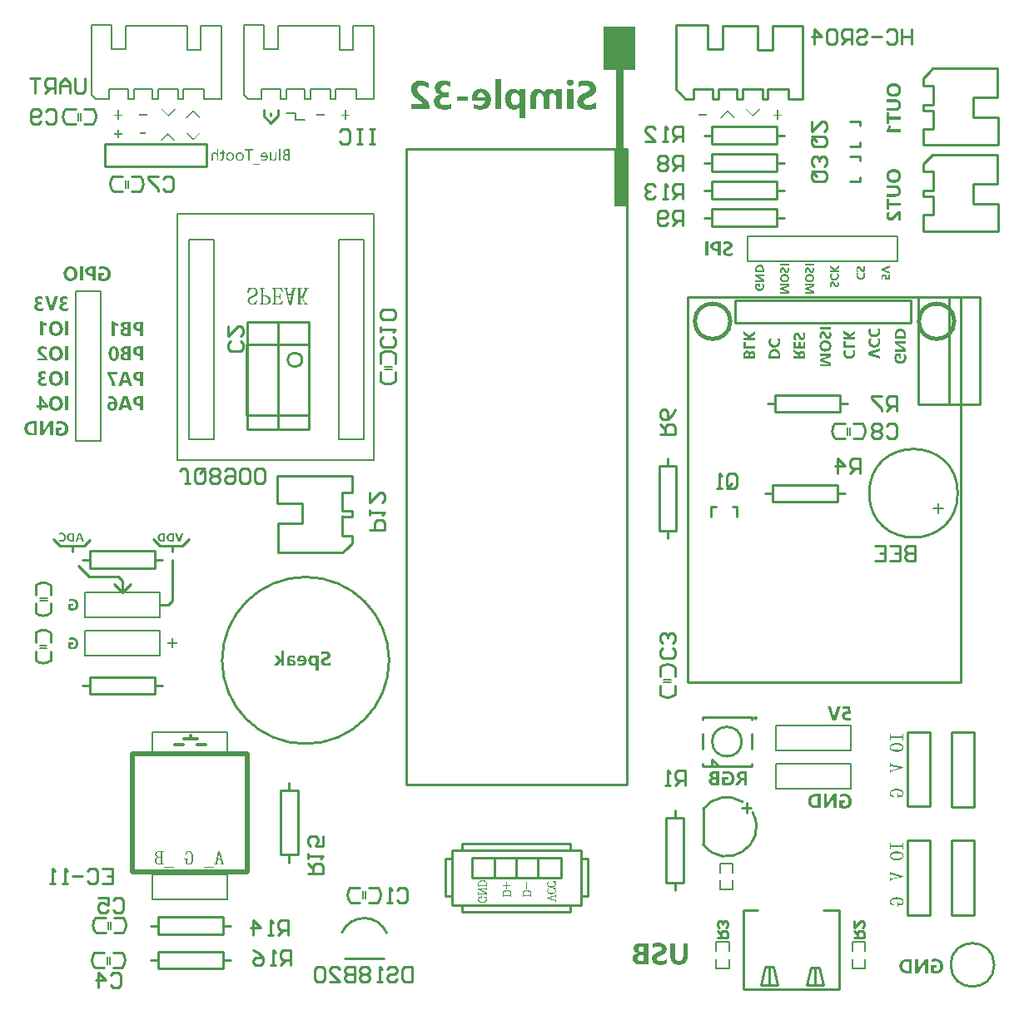
<source format=gto>
G04*
G04 #@! TF.GenerationSoftware,Altium Limited,Altium Designer,22.0.2 (36)*
G04*
G04 Layer_Color=65535*
%FSLAX25Y25*%
%MOIN*%
G70*
G04*
G04 #@! TF.SameCoordinates,D467B77E-6E5F-44E5-9B52-D7AE6B4A5D67*
G04*
G04*
G04 #@! TF.FilePolarity,Positive*
G04*
G01*
G75*
%ADD10C,0.01000*%
%ADD11C,0.01575*%
%ADD12C,0.00787*%
%ADD13C,0.00500*%
%ADD14C,0.01200*%
%ADD15C,0.02000*%
%ADD16C,0.00606*%
%ADD17C,0.00800*%
%ADD18C,0.03150*%
%ADD19C,0.00315*%
%ADD20R,0.05118X0.22835*%
%ADD21R,0.12598X0.17323*%
G36*
X68456Y269322D02*
X68854Y269202D01*
Y269212D01*
X68863Y269249D01*
X68881Y269295D01*
X68909Y269369D01*
X68937Y269452D01*
X68965Y269545D01*
X69057Y269757D01*
X69159Y269979D01*
X69279Y270201D01*
X69353Y270312D01*
X69427Y270405D01*
X69501Y270488D01*
X69584Y270562D01*
X69594D01*
X69603Y270581D01*
X69631Y270590D01*
X69668Y270618D01*
X69760Y270664D01*
X69880Y270728D01*
X70038Y270793D01*
X70213Y270840D01*
X70408Y270877D01*
X70620Y270895D01*
X70676D01*
X70722Y270886D01*
X70824Y270877D01*
X70963Y270849D01*
X71101Y270812D01*
X71249Y270747D01*
X71397Y270664D01*
X71518Y270544D01*
X71527Y270525D01*
X71564Y270479D01*
X71610Y270395D01*
X71675Y270285D01*
X71730Y270136D01*
X71777Y269952D01*
X71814Y269739D01*
X71823Y269498D01*
Y269480D01*
X71814Y269443D01*
X71804Y269378D01*
X71777Y269285D01*
X71740Y269184D01*
X71675Y269073D01*
X71592Y268952D01*
X71471Y268823D01*
X71453Y268805D01*
X71407Y268758D01*
X71323Y268693D01*
X71268Y268647D01*
X71203Y268601D01*
X71129Y268546D01*
X71037Y268481D01*
X70944Y268425D01*
X70842Y268360D01*
X70731Y268286D01*
X70602Y268222D01*
X70472Y268148D01*
X70324Y268074D01*
X70315Y268064D01*
X70278Y268055D01*
X70232Y268037D01*
X70167Y268009D01*
X70084Y267972D01*
X69991Y267926D01*
X69890Y267880D01*
X69779Y267833D01*
X69547Y267713D01*
X69316Y267583D01*
X69103Y267454D01*
X69011Y267380D01*
X68928Y267315D01*
Y267306D01*
X68909Y267297D01*
X68863Y267241D01*
X68798Y267158D01*
X68733Y267028D01*
X68659Y266871D01*
X68622Y266779D01*
X68595Y266677D01*
X68567Y266566D01*
X68548Y266437D01*
X68539Y266307D01*
X68530Y266168D01*
Y266159D01*
Y266141D01*
Y266113D01*
X68539Y266067D01*
X68548Y266011D01*
X68558Y265946D01*
X68595Y265798D01*
X68650Y265622D01*
X68743Y265428D01*
X68798Y265326D01*
X68863Y265225D01*
X68946Y265123D01*
X69029Y265021D01*
X69039Y265012D01*
X69057Y264994D01*
X69085Y264966D01*
X69122Y264938D01*
X69177Y264892D01*
X69242Y264845D01*
X69316Y264799D01*
X69399Y264744D01*
X69492Y264688D01*
X69603Y264642D01*
X69723Y264596D01*
X69853Y264549D01*
X69991Y264522D01*
X70139Y264494D01*
X70297Y264475D01*
X70463Y264466D01*
X70528D01*
X70611Y264475D01*
X70713Y264485D01*
X70824Y264494D01*
X70963Y264522D01*
X71101Y264549D01*
X71240Y264596D01*
X71259Y264605D01*
X71296Y264614D01*
X71351Y264642D01*
X71416Y264661D01*
X71564Y264716D01*
X71638Y264725D01*
X71693Y264735D01*
X71712D01*
X71740Y264725D01*
X71795Y264716D01*
X71841Y264698D01*
X71860Y264688D01*
X71878Y264679D01*
X71906Y264651D01*
X71943Y264623D01*
X71999Y264577D01*
X72063Y264522D01*
X72137Y264457D01*
X72332Y266205D01*
X71980Y266307D01*
Y266298D01*
X71962Y266270D01*
X71943Y266224D01*
X71915Y266168D01*
X71888Y266104D01*
X71841Y266030D01*
X71749Y265854D01*
X71647Y265669D01*
X71527Y265493D01*
X71397Y265326D01*
X71333Y265262D01*
X71268Y265206D01*
X71249Y265197D01*
X71203Y265160D01*
X71129Y265114D01*
X71027Y265068D01*
X70907Y265012D01*
X70750Y264975D01*
X70583Y264938D01*
X70389Y264929D01*
X70324D01*
X70278Y264938D01*
X70223D01*
X70167Y264947D01*
X70019Y264975D01*
X69871Y265021D01*
X69714Y265086D01*
X69584Y265178D01*
X69520Y265234D01*
X69473Y265299D01*
X69464Y265317D01*
X69436Y265364D01*
X69399Y265438D01*
X69353Y265539D01*
X69307Y265659D01*
X69270Y265789D01*
X69242Y265937D01*
X69233Y266094D01*
Y266113D01*
Y266159D01*
X69242Y266233D01*
X69261Y266316D01*
X69288Y266418D01*
X69325Y266520D01*
X69381Y266621D01*
X69455Y266714D01*
X69464Y266723D01*
X69510Y266760D01*
X69538Y266779D01*
X69584Y266807D01*
X69640Y266844D01*
X69705Y266890D01*
X69788Y266936D01*
X69880Y266982D01*
X69982Y267047D01*
X70102Y267112D01*
X70241Y267177D01*
X70398Y267250D01*
X70574Y267334D01*
X70768Y267426D01*
X70778D01*
X70815Y267445D01*
X70861Y267463D01*
X70926Y267491D01*
X71000Y267528D01*
X71092Y267574D01*
X71296Y267685D01*
X71518Y267815D01*
X71749Y267963D01*
X71962Y268129D01*
X72054Y268222D01*
X72137Y268314D01*
X72147Y268323D01*
X72156Y268333D01*
X72174Y268360D01*
X72202Y268407D01*
X72239Y268453D01*
X72276Y268509D01*
X72350Y268647D01*
X72424Y268823D01*
X72498Y269026D01*
X72544Y269249D01*
X72563Y269369D01*
Y269498D01*
Y269508D01*
Y269526D01*
Y269572D01*
X72554Y269619D01*
X72544Y269683D01*
X72535Y269757D01*
X72498Y269933D01*
X72443Y270136D01*
X72350Y270349D01*
X72295Y270460D01*
X72221Y270571D01*
X72147Y270682D01*
X72054Y270793D01*
X72045Y270802D01*
X72026Y270821D01*
X71999Y270849D01*
X71962Y270877D01*
X71906Y270923D01*
X71841Y270969D01*
X71767Y271024D01*
X71684Y271071D01*
X71582Y271126D01*
X71471Y271182D01*
X71351Y271228D01*
X71222Y271265D01*
X71074Y271302D01*
X70926Y271330D01*
X70759Y271348D01*
X70583Y271357D01*
X70509D01*
X70435Y271348D01*
X70334Y271339D01*
X70223Y271321D01*
X70102Y271293D01*
X69973Y271256D01*
X69853Y271200D01*
X69834Y271191D01*
X69797Y271182D01*
X69742Y271163D01*
X69668Y271145D01*
X69501Y271108D01*
X69427Y271089D01*
X69335D01*
X69298Y271098D01*
X69242Y271117D01*
X69168Y271163D01*
X69150Y271172D01*
X69122Y271191D01*
X69085Y271210D01*
X69039Y271237D01*
X68974Y271274D01*
X68891Y271311D01*
X68789Y271357D01*
X68456Y269322D01*
D02*
G37*
G36*
X83117Y270849D02*
X83348D01*
X83395Y270840D01*
X83459Y270821D01*
X83524Y270784D01*
X83543Y270765D01*
X83552Y270747D01*
X83580Y270719D01*
X83598Y270682D01*
X83617Y270636D01*
X83635Y270581D01*
X83654Y270507D01*
X85152Y264605D01*
X85892Y264383D01*
X87372Y270516D01*
Y270525D01*
X87381Y270544D01*
X87400Y270581D01*
X87418Y270618D01*
X87465Y270701D01*
X87492Y270738D01*
X87529Y270775D01*
X87548Y270784D01*
X87594Y270812D01*
X87659Y270840D01*
X87733Y270849D01*
X87955D01*
Y271274D01*
X86105D01*
Y270849D01*
X86382D01*
X86438Y270840D01*
X86493Y270821D01*
X86521Y270812D01*
X86530Y270793D01*
X86540Y270784D01*
X86549Y270756D01*
X86558Y270719D01*
Y270682D01*
Y270673D01*
Y270655D01*
Y270599D01*
X86540Y270516D01*
X86521Y270432D01*
X86160Y268823D01*
X84597D01*
X84264Y270220D01*
Y270229D01*
Y270248D01*
X84255Y270275D01*
Y270312D01*
X84246Y270395D01*
X84236Y270488D01*
Y270497D01*
Y270507D01*
X84246Y270571D01*
X84255Y270655D01*
X84273Y270738D01*
X84283Y270756D01*
X84320Y270793D01*
X84357Y270812D01*
X84394Y270830D01*
X84449Y270840D01*
X84514Y270849D01*
X84736D01*
Y271274D01*
X83117D01*
Y270849D01*
D02*
G37*
G36*
X78298D02*
X78659D01*
X78714Y270840D01*
X78779Y270830D01*
X78807Y270821D01*
X78825Y270802D01*
X78834Y270793D01*
X78853Y270765D01*
X78871Y270710D01*
X78881Y270636D01*
Y265178D01*
Y265169D01*
Y265160D01*
X78871Y265114D01*
X78862Y265068D01*
X78825Y265021D01*
X78816Y265012D01*
X78788Y264994D01*
X78723Y264975D01*
X78686Y264966D01*
X78344D01*
Y264540D01*
X82275D01*
X82729Y266002D01*
X82386Y266113D01*
Y266104D01*
X82368Y266085D01*
X82349Y266057D01*
X82331Y266011D01*
X82257Y265909D01*
X82174Y265780D01*
X82072Y265632D01*
X81961Y265493D01*
X81841Y265354D01*
X81720Y265243D01*
X81702Y265234D01*
X81665Y265197D01*
X81600Y265151D01*
X81508Y265105D01*
X81406Y265049D01*
X81286Y265012D01*
X81147Y264975D01*
X81008Y264966D01*
X79917D01*
X79870Y264975D01*
X79806Y264984D01*
X79750Y265021D01*
X79741Y265031D01*
X79722Y265058D01*
X79704Y265105D01*
X79695Y265178D01*
Y267445D01*
X80758D01*
X80814Y267436D01*
X80888Y267426D01*
X80971Y267408D01*
X81045Y267380D01*
X81119Y267343D01*
X81184Y267287D01*
X81193Y267278D01*
X81212Y267260D01*
X81230Y267214D01*
X81258Y267158D01*
X81286Y267084D01*
X81313Y267001D01*
X81323Y266890D01*
X81332Y266770D01*
Y266446D01*
X81767D01*
Y268906D01*
X81332D01*
Y268656D01*
Y268638D01*
Y268592D01*
X81323Y268527D01*
X81313Y268435D01*
X81295Y268342D01*
X81267Y268250D01*
X81230Y268157D01*
X81175Y268074D01*
X81165Y268064D01*
X81147Y268046D01*
X81110Y268009D01*
X81064Y267972D01*
X80999Y267935D01*
X80916Y267898D01*
X80814Y267880D01*
X80703Y267870D01*
X79695D01*
Y270636D01*
Y270645D01*
Y270655D01*
X79704Y270701D01*
X79722Y270756D01*
X79750Y270802D01*
X79759Y270812D01*
X79796Y270821D01*
X79852Y270840D01*
X79935Y270849D01*
X80990D01*
X81027Y270840D01*
X81119Y270830D01*
X81249Y270812D01*
X81387Y270775D01*
X81545Y270719D01*
X81693Y270655D01*
X81841Y270553D01*
X81859Y270534D01*
X81905Y270497D01*
X81970Y270414D01*
X82063Y270303D01*
X82164Y270164D01*
X82220Y270072D01*
X82266Y269979D01*
X82322Y269878D01*
X82377Y269757D01*
X82433Y269637D01*
X82479Y269498D01*
X82840Y269628D01*
X82386Y271274D01*
X78298D01*
Y270849D01*
D02*
G37*
G36*
X88269D02*
X88630D01*
X88686Y270840D01*
X88750Y270830D01*
X88778Y270821D01*
X88797Y270802D01*
X88806Y270793D01*
X88824Y270765D01*
X88843Y270710D01*
X88852Y270636D01*
Y265178D01*
Y265169D01*
Y265160D01*
X88843Y265114D01*
X88834Y265068D01*
X88797Y265021D01*
X88787Y265012D01*
X88760Y264994D01*
X88695Y264975D01*
X88658Y264966D01*
X88269D01*
Y264540D01*
X90240D01*
Y264966D01*
X89888D01*
X89842Y264975D01*
X89777Y264984D01*
X89722Y265021D01*
X89712Y265031D01*
X89694Y265058D01*
X89675Y265105D01*
X89666Y265169D01*
Y267833D01*
X91276Y265345D01*
X91285Y265336D01*
X91303Y265308D01*
X91331Y265271D01*
X91359Y265225D01*
X91387Y265178D01*
X91405Y265132D01*
Y265086D01*
X91396Y265049D01*
X91387Y265040D01*
X91368Y265021D01*
X91340Y265003D01*
X91303Y264994D01*
X91257Y264975D01*
X91202Y264966D01*
X90878D01*
Y264540D01*
X92728D01*
Y264966D01*
X92515D01*
X92478Y264975D01*
X92441D01*
X92330Y265012D01*
X92275Y265040D01*
X92210Y265077D01*
X92201D01*
X92182Y265095D01*
X92145Y265123D01*
X92108Y265151D01*
X92053Y265197D01*
X91988Y265252D01*
X91923Y265326D01*
X91858Y265401D01*
X90656Y267019D01*
X92284Y270460D01*
X92293Y270469D01*
X92302Y270497D01*
X92321Y270534D01*
X92358Y270590D01*
X92423Y270691D01*
X92469Y270738D01*
X92506Y270775D01*
X92515D01*
X92524Y270784D01*
X92571Y270812D01*
X92617Y270840D01*
X92663Y270849D01*
X92959D01*
Y271274D01*
X91100D01*
Y270849D01*
X91350D01*
X91396Y270840D01*
X91461Y270812D01*
X91479Y270784D01*
X91498Y270756D01*
Y270747D01*
Y270738D01*
Y270710D01*
Y270673D01*
X91479Y270627D01*
X91461Y270571D01*
X91433Y270507D01*
X91387Y270423D01*
X90156Y267694D01*
X89666Y268490D01*
Y270636D01*
Y270645D01*
Y270655D01*
X89675Y270701D01*
X89694Y270756D01*
X89722Y270802D01*
X89731Y270812D01*
X89768Y270821D01*
X89823Y270840D01*
X89907Y270849D01*
X90240D01*
Y271274D01*
X88269D01*
Y270849D01*
D02*
G37*
G36*
X73257D02*
X73654D01*
X73710Y270840D01*
X73775Y270830D01*
X73802Y270821D01*
X73821Y270802D01*
X73830Y270793D01*
X73849Y270765D01*
X73867Y270710D01*
X73876Y270636D01*
Y265178D01*
Y265169D01*
Y265160D01*
X73867Y265114D01*
X73858Y265068D01*
X73821Y265021D01*
X73812Y265012D01*
X73784Y264994D01*
X73719Y264975D01*
X73682Y264966D01*
X73294D01*
Y264540D01*
X75754D01*
X75828Y264549D01*
X75911Y264559D01*
X76004Y264568D01*
X76115Y264586D01*
X76226Y264605D01*
X76476Y264661D01*
X76735Y264753D01*
X76864Y264809D01*
X76984Y264882D01*
X77095Y264956D01*
X77206Y265049D01*
X77216Y265058D01*
X77234Y265068D01*
X77262Y265105D01*
X77290Y265142D01*
X77336Y265188D01*
X77382Y265252D01*
X77428Y265317D01*
X77484Y265401D01*
X77586Y265585D01*
X77678Y265798D01*
X77706Y265918D01*
X77734Y266048D01*
X77752Y266178D01*
X77761Y266316D01*
Y266325D01*
Y266353D01*
Y266409D01*
X77752Y266474D01*
X77743Y266547D01*
X77734Y266640D01*
X77715Y266733D01*
X77687Y266844D01*
X77613Y267075D01*
X77567Y267186D01*
X77512Y267306D01*
X77447Y267426D01*
X77364Y267528D01*
X77271Y267639D01*
X77169Y267731D01*
X77160Y267741D01*
X77142Y267750D01*
X77114Y267778D01*
X77068Y267806D01*
X77012Y267843D01*
X76938Y267880D01*
X76864Y267926D01*
X76772Y267972D01*
X76679Y268018D01*
X76568Y268064D01*
X76328Y268139D01*
X76059Y268194D01*
X75921Y268203D01*
X75773Y268213D01*
X74690D01*
Y270636D01*
Y270645D01*
Y270655D01*
X74700Y270701D01*
X74718Y270756D01*
X74746Y270802D01*
X74755Y270812D01*
X74792Y270821D01*
X74848Y270840D01*
X74931Y270849D01*
X75301D01*
Y271274D01*
X73257D01*
Y270849D01*
D02*
G37*
G36*
X-1987Y131221D02*
X-2062D01*
X-2143Y131214D01*
X-2239Y131206D01*
X-2439Y131177D01*
X-2654Y131140D01*
X-2868Y131088D01*
X-3083Y131021D01*
Y130096D01*
X-3075Y130104D01*
X-3060Y130111D01*
X-3031Y130126D01*
X-2987Y130148D01*
X-2935Y130170D01*
X-2875Y130193D01*
X-2802Y130222D01*
X-2720Y130252D01*
X-2631Y130281D01*
X-2528Y130311D01*
X-2424Y130333D01*
X-2306Y130355D01*
X-2054Y130392D01*
X-1780Y130407D01*
X-1714D01*
X-1669Y130400D01*
X-1617Y130392D01*
X-1551Y130385D01*
X-1477Y130370D01*
X-1403Y130355D01*
X-1233Y130304D01*
X-1137Y130267D01*
X-1048Y130222D01*
X-959Y130170D01*
X-870Y130119D01*
X-789Y130045D01*
X-707Y129971D01*
X-700Y129963D01*
X-692Y129948D01*
X-670Y129926D01*
X-641Y129889D01*
X-611Y129852D01*
X-581Y129800D01*
X-544Y129734D01*
X-508Y129667D01*
X-463Y129593D01*
X-426Y129504D01*
X-397Y129408D01*
X-367Y129312D01*
X-337Y129201D01*
X-315Y129083D01*
X-308Y128964D01*
X-300Y128831D01*
Y128824D01*
Y128801D01*
Y128764D01*
X-308Y128713D01*
X-315Y128653D01*
X-323Y128579D01*
X-330Y128505D01*
X-345Y128424D01*
X-389Y128246D01*
X-456Y128054D01*
X-500Y127965D01*
X-552Y127876D01*
X-604Y127795D01*
X-670Y127714D01*
X-678Y127706D01*
X-685Y127699D01*
X-707Y127677D01*
X-737Y127654D01*
X-774Y127625D01*
X-818Y127588D01*
X-878Y127551D01*
X-937Y127514D01*
X-1003Y127477D01*
X-1077Y127440D01*
X-1255Y127373D01*
X-1455Y127329D01*
X-1566Y127321D01*
X-1684Y127314D01*
X-1751D01*
X-1817Y127321D01*
X-1906Y127329D01*
X-2002Y127344D01*
X-2106Y127366D01*
X-2210Y127395D01*
X-2306Y127432D01*
Y128372D01*
X-1381D01*
Y129157D01*
X-3283D01*
Y126877D01*
X-3275Y126870D01*
X-3253Y126863D01*
X-3216Y126840D01*
X-3164Y126818D01*
X-3097Y126789D01*
X-3016Y126759D01*
X-2927Y126722D01*
X-2824Y126692D01*
X-2713Y126655D01*
X-2587Y126618D01*
X-2446Y126589D01*
X-2306Y126559D01*
X-2150Y126537D01*
X-1987Y126515D01*
X-1810Y126507D01*
X-1632Y126500D01*
X-1588D01*
X-1529Y126507D01*
X-1455D01*
X-1359Y126522D01*
X-1255Y126530D01*
X-1137Y126552D01*
X-1003Y126574D01*
X-870Y126611D01*
X-729Y126648D01*
X-581Y126700D01*
X-441Y126759D01*
X-300Y126826D01*
X-160Y126907D01*
X-27Y127003D01*
X99Y127107D01*
X107Y127114D01*
X129Y127136D01*
X158Y127173D01*
X195Y127218D01*
X247Y127284D01*
X299Y127358D01*
X358Y127447D01*
X410Y127551D01*
X469Y127662D01*
X528Y127788D01*
X580Y127928D01*
X632Y128076D01*
X669Y128239D01*
X699Y128409D01*
X721Y128594D01*
X728Y128787D01*
Y128801D01*
Y128831D01*
X721Y128890D01*
X714Y128964D01*
X706Y129060D01*
X691Y129164D01*
X669Y129282D01*
X640Y129416D01*
X603Y129549D01*
X558Y129689D01*
X499Y129837D01*
X432Y129985D01*
X358Y130133D01*
X262Y130274D01*
X158Y130415D01*
X33Y130548D01*
X25Y130555D01*
X3Y130577D01*
X-41Y130614D01*
X-93Y130651D01*
X-167Y130703D01*
X-249Y130762D01*
X-345Y130822D01*
X-456Y130888D01*
X-581Y130955D01*
X-722Y131014D01*
X-870Y131073D01*
X-1033Y131125D01*
X-1211Y131169D01*
X-1395Y131199D01*
X-1595Y131221D01*
X-1802Y131229D01*
X-1928D01*
X-1987Y131221D01*
D02*
G37*
G36*
Y146721D02*
X-2062D01*
X-2143Y146714D01*
X-2239Y146706D01*
X-2439Y146677D01*
X-2654Y146640D01*
X-2868Y146588D01*
X-3083Y146521D01*
Y145596D01*
X-3075Y145604D01*
X-3060Y145611D01*
X-3031Y145626D01*
X-2987Y145648D01*
X-2935Y145670D01*
X-2875Y145693D01*
X-2802Y145722D01*
X-2720Y145752D01*
X-2631Y145781D01*
X-2528Y145811D01*
X-2424Y145833D01*
X-2306Y145855D01*
X-2054Y145892D01*
X-1780Y145907D01*
X-1714D01*
X-1669Y145900D01*
X-1617Y145892D01*
X-1551Y145885D01*
X-1477Y145870D01*
X-1403Y145855D01*
X-1233Y145804D01*
X-1137Y145767D01*
X-1048Y145722D01*
X-959Y145670D01*
X-870Y145619D01*
X-789Y145545D01*
X-707Y145471D01*
X-700Y145463D01*
X-692Y145448D01*
X-670Y145426D01*
X-641Y145389D01*
X-611Y145352D01*
X-581Y145300D01*
X-544Y145234D01*
X-508Y145167D01*
X-463Y145093D01*
X-426Y145004D01*
X-397Y144908D01*
X-367Y144812D01*
X-337Y144701D01*
X-315Y144583D01*
X-308Y144464D01*
X-300Y144331D01*
Y144324D01*
Y144301D01*
Y144264D01*
X-308Y144213D01*
X-315Y144153D01*
X-323Y144079D01*
X-330Y144005D01*
X-345Y143924D01*
X-389Y143746D01*
X-456Y143554D01*
X-500Y143465D01*
X-552Y143376D01*
X-604Y143295D01*
X-670Y143214D01*
X-678Y143206D01*
X-685Y143199D01*
X-707Y143177D01*
X-737Y143154D01*
X-774Y143125D01*
X-818Y143088D01*
X-878Y143051D01*
X-937Y143014D01*
X-1003Y142977D01*
X-1077Y142940D01*
X-1255Y142873D01*
X-1455Y142829D01*
X-1566Y142821D01*
X-1684Y142814D01*
X-1751D01*
X-1817Y142821D01*
X-1906Y142829D01*
X-2002Y142844D01*
X-2106Y142866D01*
X-2210Y142895D01*
X-2306Y142932D01*
Y143872D01*
X-1381D01*
Y144657D01*
X-3283D01*
Y142377D01*
X-3275Y142370D01*
X-3253Y142363D01*
X-3216Y142340D01*
X-3164Y142318D01*
X-3097Y142289D01*
X-3016Y142259D01*
X-2927Y142222D01*
X-2824Y142192D01*
X-2713Y142155D01*
X-2587Y142118D01*
X-2446Y142089D01*
X-2306Y142059D01*
X-2150Y142037D01*
X-1987Y142015D01*
X-1810Y142007D01*
X-1632Y142000D01*
X-1588D01*
X-1529Y142007D01*
X-1455D01*
X-1359Y142022D01*
X-1255Y142030D01*
X-1137Y142052D01*
X-1003Y142074D01*
X-870Y142111D01*
X-729Y142148D01*
X-581Y142200D01*
X-441Y142259D01*
X-300Y142326D01*
X-160Y142407D01*
X-27Y142503D01*
X99Y142607D01*
X107Y142614D01*
X129Y142636D01*
X158Y142673D01*
X195Y142718D01*
X247Y142784D01*
X299Y142858D01*
X358Y142947D01*
X410Y143051D01*
X469Y143162D01*
X528Y143288D01*
X580Y143428D01*
X632Y143576D01*
X669Y143739D01*
X699Y143909D01*
X721Y144094D01*
X728Y144287D01*
Y144301D01*
Y144331D01*
X721Y144390D01*
X714Y144464D01*
X706Y144560D01*
X691Y144664D01*
X669Y144782D01*
X640Y144916D01*
X603Y145049D01*
X558Y145189D01*
X499Y145337D01*
X432Y145485D01*
X358Y145633D01*
X262Y145774D01*
X158Y145915D01*
X33Y146048D01*
X25Y146055D01*
X3Y146077D01*
X-41Y146114D01*
X-93Y146151D01*
X-167Y146203D01*
X-249Y146262D01*
X-345Y146322D01*
X-456Y146388D01*
X-581Y146455D01*
X-722Y146514D01*
X-870Y146573D01*
X-1033Y146625D01*
X-1211Y146669D01*
X-1395Y146699D01*
X-1595Y146721D01*
X-1802Y146729D01*
X-1928D01*
X-1987Y146721D01*
D02*
G37*
G36*
X40725Y169500D02*
X41552D01*
X42728Y172930D01*
X41940D01*
X41197Y170504D01*
Y170499D01*
X41186Y170471D01*
X41180Y170438D01*
X41169Y170394D01*
X41158Y170344D01*
X41147Y170282D01*
X41130Y170166D01*
X41113D01*
Y170172D01*
X41108Y170194D01*
X41102Y170227D01*
X41097Y170272D01*
X41086Y170321D01*
X41074Y170377D01*
X41041Y170510D01*
X40297Y172930D01*
X39532D01*
X40725Y169500D01*
D02*
G37*
G36*
X34253Y172924D02*
X34209D01*
X34165Y172919D01*
X34109Y172913D01*
X34048Y172902D01*
X33909Y172880D01*
X33754Y172841D01*
X33588Y172791D01*
X33415Y172719D01*
X33249Y172630D01*
X33166Y172580D01*
X33083Y172525D01*
X33005Y172458D01*
X32927Y172386D01*
X32855Y172308D01*
X32788Y172225D01*
X32727Y172136D01*
X32672Y172036D01*
X32627Y171925D01*
X32583Y171809D01*
X32550Y171687D01*
X32528Y171554D01*
X32511Y171409D01*
X32505Y171259D01*
Y171248D01*
Y171226D01*
X32511Y171182D01*
Y171126D01*
X32522Y171060D01*
X32533Y170982D01*
X32550Y170893D01*
X32566Y170799D01*
X32594Y170699D01*
X32627Y170593D01*
X32672Y170488D01*
X32722Y170382D01*
X32777Y170277D01*
X32849Y170172D01*
X32927Y170072D01*
X33016Y169977D01*
X33021Y169972D01*
X33038Y169955D01*
X33066Y169933D01*
X33110Y169905D01*
X33160Y169866D01*
X33221Y169827D01*
X33293Y169783D01*
X33371Y169739D01*
X33465Y169694D01*
X33565Y169650D01*
X33671Y169611D01*
X33787Y169572D01*
X33915Y169544D01*
X34048Y169522D01*
X34187Y169506D01*
X34337Y169500D01*
X35519D01*
Y172930D01*
X34287D01*
X34253Y172924D01*
D02*
G37*
G36*
X37844D02*
X37800D01*
X37756Y172919D01*
X37700Y172913D01*
X37639Y172902D01*
X37500Y172880D01*
X37345Y172841D01*
X37178Y172791D01*
X37006Y172719D01*
X36840Y172630D01*
X36757Y172580D01*
X36673Y172525D01*
X36596Y172458D01*
X36518Y172386D01*
X36446Y172308D01*
X36379Y172225D01*
X36318Y172136D01*
X36263Y172036D01*
X36218Y171925D01*
X36174Y171809D01*
X36140Y171687D01*
X36118Y171554D01*
X36102Y171409D01*
X36096Y171259D01*
Y171248D01*
Y171226D01*
X36102Y171182D01*
Y171126D01*
X36113Y171060D01*
X36124Y170982D01*
X36140Y170893D01*
X36157Y170799D01*
X36185Y170699D01*
X36218Y170593D01*
X36263Y170488D01*
X36313Y170382D01*
X36368Y170277D01*
X36440Y170172D01*
X36518Y170072D01*
X36607Y169977D01*
X36612Y169972D01*
X36629Y169955D01*
X36657Y169933D01*
X36701Y169905D01*
X36751Y169866D01*
X36812Y169827D01*
X36884Y169783D01*
X36962Y169739D01*
X37056Y169694D01*
X37156Y169650D01*
X37262Y169611D01*
X37378Y169572D01*
X37506Y169544D01*
X37639Y169522D01*
X37778Y169506D01*
X37928Y169500D01*
X39110D01*
Y172930D01*
X37878D01*
X37844Y172924D01*
D02*
G37*
G36*
X-6185Y173141D02*
X-6235D01*
X-6290Y173135D01*
X-6351Y173130D01*
X-6479Y173113D01*
X-6623Y173091D01*
X-6762Y173058D01*
X-6895Y173013D01*
Y172308D01*
X-6890D01*
X-6878Y172319D01*
X-6862Y172325D01*
X-6834Y172342D01*
X-6801Y172353D01*
X-6762Y172370D01*
X-6718Y172392D01*
X-6668Y172408D01*
X-6551Y172447D01*
X-6418Y172475D01*
X-6268Y172497D01*
X-6107Y172508D01*
X-6057D01*
X-6024Y172503D01*
X-5979Y172497D01*
X-5929Y172492D01*
X-5874Y172480D01*
X-5818Y172469D01*
X-5691Y172431D01*
X-5624Y172403D01*
X-5552Y172375D01*
X-5486Y172336D01*
X-5424Y172292D01*
X-5363Y172242D01*
X-5302Y172186D01*
X-5297Y172181D01*
X-5291Y172170D01*
X-5275Y172153D01*
X-5258Y172131D01*
X-5236Y172098D01*
X-5208Y172059D01*
X-5180Y172014D01*
X-5153Y171964D01*
X-5125Y171903D01*
X-5097Y171842D01*
X-5075Y171776D01*
X-5047Y171698D01*
X-5014Y171537D01*
X-5008Y171443D01*
X-5003Y171348D01*
Y171343D01*
Y171326D01*
Y171298D01*
X-5008Y171265D01*
X-5014Y171221D01*
X-5019Y171171D01*
X-5025Y171115D01*
X-5036Y171060D01*
X-5069Y170926D01*
X-5125Y170793D01*
X-5153Y170721D01*
X-5191Y170654D01*
X-5236Y170594D01*
X-5286Y170532D01*
X-5291Y170527D01*
X-5297Y170521D01*
X-5313Y170505D01*
X-5341Y170482D01*
X-5369Y170460D01*
X-5402Y170438D01*
X-5447Y170410D01*
X-5491Y170382D01*
X-5547Y170349D01*
X-5602Y170322D01*
X-5735Y170277D01*
X-5891Y170238D01*
X-5974Y170233D01*
X-6063Y170227D01*
X-6107D01*
X-6140Y170233D01*
X-6179D01*
X-6229Y170238D01*
X-6279Y170244D01*
X-6340Y170255D01*
X-6468Y170283D01*
X-6607Y170322D01*
X-6751Y170377D01*
X-6895Y170449D01*
Y169778D01*
X-6890D01*
X-6878Y169772D01*
X-6856Y169761D01*
X-6829Y169750D01*
X-6790Y169739D01*
X-6745Y169722D01*
X-6695Y169705D01*
X-6634Y169689D01*
X-6568Y169672D01*
X-6496Y169656D01*
X-6412Y169639D01*
X-6329Y169628D01*
X-6235Y169617D01*
X-6135Y169606D01*
X-6029Y169600D01*
X-5885D01*
X-5846Y169606D01*
X-5791D01*
X-5724Y169617D01*
X-5646Y169622D01*
X-5563Y169639D01*
X-5474Y169656D01*
X-5375Y169683D01*
X-5275Y169711D01*
X-5175Y169750D01*
X-5069Y169794D01*
X-4969Y169850D01*
X-4869Y169911D01*
X-4775Y169977D01*
X-4686Y170061D01*
X-4681Y170066D01*
X-4670Y170083D01*
X-4642Y170111D01*
X-4614Y170144D01*
X-4581Y170194D01*
X-4542Y170249D01*
X-4503Y170310D01*
X-4459Y170388D01*
X-4414Y170471D01*
X-4375Y170566D01*
X-4337Y170666D01*
X-4303Y170777D01*
X-4276Y170893D01*
X-4253Y171021D01*
X-4237Y171154D01*
X-4231Y171293D01*
Y171304D01*
Y171332D01*
X-4237Y171370D01*
Y171426D01*
X-4248Y171498D01*
X-4259Y171576D01*
X-4276Y171670D01*
X-4298Y171765D01*
X-4320Y171870D01*
X-4353Y171975D01*
X-4398Y172086D01*
X-4448Y172197D01*
X-4503Y172308D01*
X-4575Y172419D01*
X-4653Y172525D01*
X-4742Y172625D01*
X-4747Y172630D01*
X-4764Y172647D01*
X-4792Y172675D01*
X-4836Y172708D01*
X-4886Y172747D01*
X-4947Y172791D01*
X-5019Y172836D01*
X-5097Y172886D01*
X-5186Y172935D01*
X-5286Y172980D01*
X-5397Y173024D01*
X-5513Y173063D01*
X-5635Y173097D01*
X-5768Y173124D01*
X-5907Y173141D01*
X-6057Y173146D01*
X-6140D01*
X-6185Y173141D01*
D02*
G37*
G36*
X-2122Y173080D02*
X-2167D01*
X-2211Y173074D01*
X-2266Y173069D01*
X-2327Y173058D01*
X-2466Y173035D01*
X-2622Y172997D01*
X-2788Y172947D01*
X-2960Y172874D01*
X-3127Y172786D01*
X-3210Y172736D01*
X-3293Y172680D01*
X-3371Y172614D01*
X-3449Y172541D01*
X-3521Y172464D01*
X-3587Y172380D01*
X-3648Y172292D01*
X-3704Y172192D01*
X-3748Y172081D01*
X-3793Y171964D01*
X-3826Y171842D01*
X-3848Y171709D01*
X-3865Y171565D01*
X-3870Y171415D01*
Y171404D01*
Y171381D01*
X-3865Y171337D01*
Y171282D01*
X-3854Y171215D01*
X-3843Y171137D01*
X-3826Y171049D01*
X-3809Y170954D01*
X-3782Y170854D01*
X-3748Y170749D01*
X-3704Y170643D01*
X-3654Y170538D01*
X-3599Y170432D01*
X-3526Y170327D01*
X-3449Y170227D01*
X-3360Y170133D01*
X-3354Y170127D01*
X-3338Y170111D01*
X-3310Y170088D01*
X-3266Y170061D01*
X-3215Y170022D01*
X-3154Y169983D01*
X-3082Y169939D01*
X-3005Y169894D01*
X-2910Y169850D01*
X-2810Y169805D01*
X-2705Y169766D01*
X-2588Y169728D01*
X-2461Y169700D01*
X-2327Y169678D01*
X-2189Y169661D01*
X-2039Y169656D01*
X-857D01*
Y173085D01*
X-2089D01*
X-2122Y173080D01*
D02*
G37*
G36*
X-424Y169656D02*
X375D01*
X631Y170438D01*
X1879D01*
X2135Y169656D01*
X2928D01*
X1668Y173085D01*
X808D01*
X-424Y169656D01*
D02*
G37*
G36*
X37897Y129322D02*
X36353D01*
Y128545D01*
X37897D01*
Y127000D01*
X38674D01*
Y128545D01*
X40228D01*
Y129322D01*
X38674D01*
Y130876D01*
X37897D01*
Y129322D01*
D02*
G37*
G36*
X313150Y279922D02*
X313111Y279917D01*
X313061Y279911D01*
X312955Y279884D01*
X312833Y279845D01*
X312772Y279817D01*
X312711Y279778D01*
X312650Y279739D01*
X312589Y279695D01*
X312534Y279639D01*
X312484Y279578D01*
Y279573D01*
X312473Y279562D01*
X312461Y279539D01*
X312445Y279512D01*
X312423Y279478D01*
X312400Y279434D01*
X312378Y279384D01*
X312356Y279323D01*
X312334Y279256D01*
X312312Y279184D01*
X312289Y279101D01*
X312267Y279012D01*
X312251Y278918D01*
X312239Y278812D01*
X312234Y278701D01*
X312228Y278585D01*
Y278529D01*
X312234Y278485D01*
Y278435D01*
X312239Y278380D01*
X312245Y278313D01*
X312251Y278246D01*
X312273Y278091D01*
X312306Y277930D01*
X312351Y277769D01*
X312411Y277619D01*
X313144D01*
X313139Y277625D01*
X313127Y277636D01*
X313111Y277658D01*
X313089Y277691D01*
X313066Y277730D01*
X313033Y277775D01*
X313005Y277830D01*
X312972Y277891D01*
X312939Y277958D01*
X312911Y278030D01*
X312856Y278191D01*
X312833Y278274D01*
X312817Y278363D01*
X312806Y278457D01*
X312800Y278557D01*
Y278607D01*
X312806Y278662D01*
X312811Y278724D01*
X312828Y278801D01*
X312844Y278873D01*
X312872Y278946D01*
X312906Y279007D01*
X312911Y279012D01*
X312922Y279029D01*
X312950Y279057D01*
X312978Y279084D01*
X313016Y279112D01*
X313061Y279140D01*
X313116Y279156D01*
X313172Y279162D01*
X313177D01*
X313194D01*
X313222Y279156D01*
X313255Y279145D01*
X313294Y279134D01*
X313338Y279112D01*
X313388Y279079D01*
X313433Y279040D01*
X313438Y279034D01*
X313455Y279012D01*
X313483Y278973D01*
X313505Y278951D01*
X313522Y278918D01*
X313544Y278879D01*
X313572Y278835D01*
X313599Y278785D01*
X313627Y278724D01*
X313660Y278657D01*
X313699Y278585D01*
X313732Y278502D01*
X313771Y278407D01*
X313777Y278396D01*
X313788Y278374D01*
X313805Y278335D01*
X313832Y278280D01*
X313871Y278219D01*
X313915Y278152D01*
X313966Y278080D01*
X314021Y278008D01*
X314088Y277930D01*
X314165Y277858D01*
X314243Y277791D01*
X314332Y277730D01*
X314432Y277675D01*
X314532Y277636D01*
X314648Y277614D01*
X314765Y277603D01*
X314770D01*
X314787D01*
X314809D01*
X314842Y277608D01*
X314881Y277614D01*
X314931Y277625D01*
X315037Y277647D01*
X315159Y277691D01*
X315220Y277719D01*
X315281Y277758D01*
X315342Y277797D01*
X315397Y277847D01*
X315458Y277902D01*
X315508Y277969D01*
X315514Y277974D01*
X315519Y277985D01*
X315531Y278008D01*
X315553Y278035D01*
X315569Y278074D01*
X315592Y278119D01*
X315619Y278169D01*
X315642Y278230D01*
X315669Y278291D01*
X315692Y278368D01*
X315714Y278446D01*
X315736Y278529D01*
X315753Y278624D01*
X315764Y278724D01*
X315769Y278823D01*
X315775Y278935D01*
Y279018D01*
X315769Y279062D01*
Y279112D01*
X315764Y279168D01*
X315758Y279229D01*
X315741Y279362D01*
X315719Y279506D01*
X315686Y279645D01*
X315642Y279778D01*
X314953D01*
X314959Y279772D01*
X314965Y279761D01*
X314976Y279745D01*
X314992Y279717D01*
X315009Y279684D01*
X315031Y279645D01*
X315053Y279601D01*
X315075Y279551D01*
X315114Y279428D01*
X315153Y279290D01*
X315181Y279134D01*
X315192Y279057D01*
Y278923D01*
X315187Y278873D01*
X315181Y278812D01*
X315170Y278746D01*
X315148Y278674D01*
X315125Y278602D01*
X315092Y278535D01*
X315087Y278529D01*
X315075Y278513D01*
X315053Y278485D01*
X315020Y278457D01*
X314981Y278424D01*
X314937Y278402D01*
X314887Y278380D01*
X314826Y278374D01*
X314820D01*
X314804D01*
X314776Y278380D01*
X314748Y278391D01*
X314709Y278402D01*
X314665Y278418D01*
X314626Y278446D01*
X314582Y278485D01*
X314576Y278490D01*
X314559Y278507D01*
X314537Y278546D01*
X314504Y278596D01*
X314482Y278629D01*
X314459Y278668D01*
X314432Y278713D01*
X314404Y278762D01*
X314376Y278823D01*
X314343Y278885D01*
X314310Y278957D01*
X314276Y279034D01*
Y279040D01*
X314265Y279057D01*
X314254Y279084D01*
X314237Y279118D01*
X314221Y279156D01*
X314193Y279206D01*
X314138Y279312D01*
X314071Y279428D01*
X313993Y279545D01*
X313904Y279650D01*
X313860Y279695D01*
X313816Y279734D01*
X313805Y279745D01*
X313771Y279767D01*
X313721Y279795D01*
X313649Y279834D01*
X313566Y279867D01*
X313466Y279900D01*
X313355Y279922D01*
X313233Y279928D01*
X313227D01*
X313211D01*
X313189D01*
X313150Y279922D01*
D02*
G37*
G36*
X312406Y277158D02*
X312400Y277147D01*
X312389Y277125D01*
X312378Y277097D01*
X312367Y277059D01*
X312351Y277014D01*
X312334Y276964D01*
X312317Y276903D01*
X312300Y276837D01*
X312284Y276764D01*
X312267Y276681D01*
X312256Y276598D01*
X312245Y276504D01*
X312234Y276404D01*
X312228Y276298D01*
Y276154D01*
X312234Y276115D01*
Y276060D01*
X312245Y275993D01*
X312251Y275915D01*
X312267Y275832D01*
X312284Y275743D01*
X312312Y275643D01*
X312339Y275543D01*
X312378Y275444D01*
X312423Y275338D01*
X312478Y275238D01*
X312539Y275138D01*
X312606Y275044D01*
X312689Y274955D01*
X312695Y274950D01*
X312711Y274939D01*
X312739Y274911D01*
X312772Y274883D01*
X312822Y274850D01*
X312878Y274811D01*
X312939Y274772D01*
X313016Y274728D01*
X313100Y274683D01*
X313194Y274644D01*
X313294Y274605D01*
X313405Y274572D01*
X313522Y274544D01*
X313649Y274522D01*
X313782Y274506D01*
X313921Y274500D01*
X313932D01*
X313960D01*
X313999Y274506D01*
X314054D01*
X314126Y274517D01*
X314204Y274528D01*
X314299Y274544D01*
X314393Y274567D01*
X314498Y274589D01*
X314604Y274622D01*
X314715Y274667D01*
X314826Y274716D01*
X314937Y274772D01*
X315048Y274844D01*
X315153Y274922D01*
X315253Y275011D01*
X315259Y275016D01*
X315275Y275033D01*
X315303Y275061D01*
X315336Y275105D01*
X315375Y275155D01*
X315420Y275216D01*
X315464Y275288D01*
X315514Y275366D01*
X315564Y275455D01*
X315608Y275554D01*
X315653Y275665D01*
X315692Y275782D01*
X315725Y275904D01*
X315753Y276037D01*
X315769Y276176D01*
X315775Y276326D01*
Y276409D01*
X315769Y276454D01*
Y276504D01*
X315764Y276559D01*
X315758Y276620D01*
X315741Y276748D01*
X315719Y276892D01*
X315686Y277031D01*
X315642Y277164D01*
X314937D01*
Y277158D01*
X314948Y277147D01*
X314953Y277131D01*
X314970Y277103D01*
X314981Y277070D01*
X314998Y277031D01*
X315020Y276986D01*
X315037Y276937D01*
X315075Y276820D01*
X315103Y276687D01*
X315125Y276537D01*
X315137Y276376D01*
Y276326D01*
X315131Y276293D01*
X315125Y276248D01*
X315120Y276198D01*
X315109Y276143D01*
X315098Y276087D01*
X315059Y275960D01*
X315031Y275893D01*
X315003Y275821D01*
X314965Y275754D01*
X314920Y275693D01*
X314870Y275632D01*
X314815Y275571D01*
X314809Y275566D01*
X314798Y275560D01*
X314781Y275543D01*
X314759Y275527D01*
X314726Y275505D01*
X314687Y275477D01*
X314643Y275449D01*
X314593Y275421D01*
X314532Y275394D01*
X314471Y275366D01*
X314404Y275344D01*
X314326Y275316D01*
X314165Y275283D01*
X314071Y275277D01*
X313977Y275272D01*
X313971D01*
X313954D01*
X313927D01*
X313893Y275277D01*
X313849Y275283D01*
X313799Y275288D01*
X313743Y275294D01*
X313688Y275305D01*
X313555Y275338D01*
X313422Y275394D01*
X313349Y275421D01*
X313283Y275460D01*
X313222Y275505D01*
X313161Y275554D01*
X313155Y275560D01*
X313150Y275566D01*
X313133Y275582D01*
X313111Y275610D01*
X313089Y275638D01*
X313066Y275671D01*
X313039Y275715D01*
X313011Y275760D01*
X312978Y275815D01*
X312950Y275871D01*
X312906Y276004D01*
X312867Y276160D01*
X312861Y276243D01*
X312856Y276331D01*
Y276376D01*
X312861Y276409D01*
Y276448D01*
X312867Y276498D01*
X312872Y276548D01*
X312883Y276609D01*
X312911Y276737D01*
X312950Y276875D01*
X313005Y277020D01*
X313077Y277164D01*
X312406D01*
Y277158D01*
D02*
G37*
G36*
X301784Y279337D02*
X303282Y278293D01*
X303293Y278288D01*
X303305Y278276D01*
X303327Y278266D01*
X303349Y278254D01*
X303382Y278238D01*
X303415Y278221D01*
X303460Y278204D01*
Y278193D01*
X301784D01*
Y277461D01*
X305214D01*
Y278193D01*
X303593D01*
Y278204D01*
X303599D01*
X303610Y278216D01*
X303632Y278221D01*
X303654Y278238D01*
X303715Y278266D01*
X303776Y278299D01*
X305214Y279287D01*
Y280158D01*
X303576Y278931D01*
X301784Y280258D01*
Y279337D01*
D02*
G37*
G36*
X301906Y276845D02*
X301900Y276834D01*
X301889Y276811D01*
X301878Y276784D01*
X301867Y276745D01*
X301850Y276700D01*
X301834Y276650D01*
X301817Y276589D01*
X301800Y276523D01*
X301784Y276451D01*
X301767Y276367D01*
X301756Y276284D01*
X301745Y276190D01*
X301734Y276090D01*
X301728Y275984D01*
Y275840D01*
X301734Y275801D01*
Y275746D01*
X301745Y275679D01*
X301750Y275602D01*
X301767Y275518D01*
X301784Y275429D01*
X301812Y275329D01*
X301839Y275230D01*
X301878Y275130D01*
X301923Y275024D01*
X301978Y274924D01*
X302039Y274824D01*
X302106Y274730D01*
X302189Y274641D01*
X302194Y274636D01*
X302211Y274625D01*
X302239Y274597D01*
X302272Y274569D01*
X302322Y274536D01*
X302378Y274497D01*
X302439Y274458D01*
X302516Y274414D01*
X302600Y274369D01*
X302694Y274330D01*
X302794Y274292D01*
X302905Y274258D01*
X303022Y274231D01*
X303149Y274208D01*
X303282Y274192D01*
X303421Y274186D01*
X303432D01*
X303460D01*
X303499Y274192D01*
X303554D01*
X303626Y274203D01*
X303704Y274214D01*
X303799Y274231D01*
X303893Y274253D01*
X303998Y274275D01*
X304104Y274308D01*
X304215Y274353D01*
X304326Y274403D01*
X304437Y274458D01*
X304548Y274530D01*
X304653Y274608D01*
X304753Y274697D01*
X304759Y274702D01*
X304775Y274719D01*
X304803Y274747D01*
X304836Y274791D01*
X304875Y274841D01*
X304920Y274902D01*
X304964Y274974D01*
X305014Y275052D01*
X305064Y275141D01*
X305108Y275241D01*
X305153Y275352D01*
X305191Y275468D01*
X305225Y275590D01*
X305253Y275724D01*
X305269Y275862D01*
X305275Y276012D01*
Y276095D01*
X305269Y276140D01*
Y276190D01*
X305264Y276245D01*
X305258Y276306D01*
X305241Y276434D01*
X305219Y276578D01*
X305186Y276717D01*
X305142Y276850D01*
X304437D01*
Y276845D01*
X304448Y276834D01*
X304453Y276817D01*
X304470Y276789D01*
X304481Y276756D01*
X304498Y276717D01*
X304520Y276673D01*
X304537Y276623D01*
X304575Y276506D01*
X304603Y276373D01*
X304625Y276223D01*
X304637Y276062D01*
Y276012D01*
X304631Y275979D01*
X304625Y275935D01*
X304620Y275885D01*
X304609Y275829D01*
X304598Y275774D01*
X304559Y275646D01*
X304531Y275579D01*
X304503Y275507D01*
X304465Y275441D01*
X304420Y275379D01*
X304370Y275318D01*
X304315Y275257D01*
X304309Y275252D01*
X304298Y275246D01*
X304281Y275230D01*
X304259Y275213D01*
X304226Y275191D01*
X304187Y275163D01*
X304143Y275135D01*
X304093Y275108D01*
X304032Y275080D01*
X303971Y275052D01*
X303904Y275030D01*
X303826Y275002D01*
X303665Y274969D01*
X303571Y274963D01*
X303477Y274958D01*
X303471D01*
X303454D01*
X303427D01*
X303393Y274963D01*
X303349Y274969D01*
X303299Y274974D01*
X303243Y274980D01*
X303188Y274991D01*
X303055Y275024D01*
X302922Y275080D01*
X302849Y275108D01*
X302783Y275146D01*
X302722Y275191D01*
X302661Y275241D01*
X302655Y275246D01*
X302650Y275252D01*
X302633Y275268D01*
X302611Y275296D01*
X302589Y275324D01*
X302566Y275357D01*
X302539Y275402D01*
X302511Y275446D01*
X302478Y275501D01*
X302450Y275557D01*
X302405Y275690D01*
X302367Y275846D01*
X302361Y275929D01*
X302356Y276018D01*
Y276062D01*
X302361Y276095D01*
Y276134D01*
X302367Y276184D01*
X302372Y276234D01*
X302383Y276295D01*
X302411Y276423D01*
X302450Y276562D01*
X302505Y276706D01*
X302577Y276850D01*
X301906D01*
Y276845D01*
D02*
G37*
G36*
X302650Y273820D02*
X302611Y273814D01*
X302561Y273809D01*
X302455Y273781D01*
X302333Y273742D01*
X302272Y273714D01*
X302211Y273676D01*
X302150Y273637D01*
X302089Y273592D01*
X302034Y273537D01*
X301984Y273476D01*
Y273470D01*
X301973Y273459D01*
X301961Y273437D01*
X301945Y273409D01*
X301923Y273376D01*
X301900Y273331D01*
X301878Y273282D01*
X301856Y273220D01*
X301834Y273154D01*
X301812Y273082D01*
X301789Y272998D01*
X301767Y272910D01*
X301750Y272815D01*
X301739Y272710D01*
X301734Y272599D01*
X301728Y272482D01*
Y272427D01*
X301734Y272382D01*
Y272333D01*
X301739Y272277D01*
X301745Y272210D01*
X301750Y272144D01*
X301773Y271988D01*
X301806Y271827D01*
X301850Y271667D01*
X301911Y271517D01*
X302644D01*
X302639Y271522D01*
X302627Y271533D01*
X302611Y271555D01*
X302589Y271589D01*
X302566Y271628D01*
X302533Y271672D01*
X302505Y271728D01*
X302472Y271789D01*
X302439Y271855D01*
X302411Y271927D01*
X302356Y272088D01*
X302333Y272171D01*
X302317Y272260D01*
X302306Y272355D01*
X302300Y272455D01*
Y272505D01*
X302306Y272560D01*
X302311Y272621D01*
X302328Y272699D01*
X302344Y272771D01*
X302372Y272843D01*
X302405Y272904D01*
X302411Y272910D01*
X302422Y272926D01*
X302450Y272954D01*
X302478Y272982D01*
X302516Y273010D01*
X302561Y273037D01*
X302616Y273054D01*
X302672Y273060D01*
X302677D01*
X302694D01*
X302722Y273054D01*
X302755Y273043D01*
X302794Y273032D01*
X302838Y273010D01*
X302888Y272976D01*
X302933Y272937D01*
X302938Y272932D01*
X302955Y272910D01*
X302983Y272871D01*
X303005Y272849D01*
X303022Y272815D01*
X303044Y272777D01*
X303071Y272732D01*
X303099Y272682D01*
X303127Y272621D01*
X303160Y272554D01*
X303199Y272482D01*
X303232Y272399D01*
X303271Y272305D01*
X303277Y272294D01*
X303288Y272271D01*
X303305Y272233D01*
X303332Y272177D01*
X303371Y272116D01*
X303415Y272049D01*
X303466Y271977D01*
X303521Y271905D01*
X303588Y271827D01*
X303665Y271755D01*
X303743Y271689D01*
X303832Y271628D01*
X303932Y271572D01*
X304032Y271533D01*
X304148Y271511D01*
X304265Y271500D01*
X304270D01*
X304287D01*
X304309D01*
X304342Y271505D01*
X304381Y271511D01*
X304431Y271522D01*
X304537Y271544D01*
X304659Y271589D01*
X304720Y271617D01*
X304781Y271655D01*
X304842Y271694D01*
X304897Y271744D01*
X304958Y271800D01*
X305008Y271866D01*
X305014Y271872D01*
X305019Y271883D01*
X305031Y271905D01*
X305053Y271933D01*
X305069Y271972D01*
X305092Y272016D01*
X305119Y272066D01*
X305142Y272127D01*
X305169Y272188D01*
X305191Y272266D01*
X305214Y272344D01*
X305236Y272427D01*
X305253Y272521D01*
X305264Y272621D01*
X305269Y272721D01*
X305275Y272832D01*
Y272915D01*
X305269Y272960D01*
Y273010D01*
X305264Y273065D01*
X305258Y273126D01*
X305241Y273259D01*
X305219Y273404D01*
X305186Y273542D01*
X305142Y273676D01*
X304453D01*
X304459Y273670D01*
X304465Y273659D01*
X304476Y273642D01*
X304492Y273615D01*
X304509Y273581D01*
X304531Y273542D01*
X304553Y273498D01*
X304575Y273448D01*
X304614Y273326D01*
X304653Y273187D01*
X304681Y273032D01*
X304692Y272954D01*
Y272821D01*
X304686Y272771D01*
X304681Y272710D01*
X304670Y272643D01*
X304648Y272571D01*
X304625Y272499D01*
X304592Y272432D01*
X304587Y272427D01*
X304575Y272410D01*
X304553Y272382D01*
X304520Y272355D01*
X304481Y272321D01*
X304437Y272299D01*
X304387Y272277D01*
X304326Y272271D01*
X304320D01*
X304304D01*
X304276Y272277D01*
X304248Y272288D01*
X304209Y272299D01*
X304165Y272316D01*
X304126Y272344D01*
X304082Y272382D01*
X304076Y272388D01*
X304059Y272405D01*
X304037Y272444D01*
X304004Y272493D01*
X303982Y272527D01*
X303959Y272566D01*
X303932Y272610D01*
X303904Y272660D01*
X303876Y272721D01*
X303843Y272782D01*
X303810Y272854D01*
X303776Y272932D01*
Y272937D01*
X303765Y272954D01*
X303754Y272982D01*
X303737Y273015D01*
X303721Y273054D01*
X303693Y273104D01*
X303638Y273209D01*
X303571Y273326D01*
X303493Y273443D01*
X303404Y273548D01*
X303360Y273592D01*
X303316Y273631D01*
X303305Y273642D01*
X303271Y273664D01*
X303221Y273692D01*
X303149Y273731D01*
X303066Y273764D01*
X302966Y273798D01*
X302855Y273820D01*
X302733Y273826D01*
X302727D01*
X302711D01*
X302689D01*
X302650Y273820D01*
D02*
G37*
G36*
X291784Y280111D02*
X295214D01*
Y280838D01*
X291784D01*
Y280111D01*
D02*
G37*
G36*
X292650Y279528D02*
X292611Y279523D01*
X292561Y279517D01*
X292455Y279489D01*
X292333Y279451D01*
X292272Y279423D01*
X292211Y279384D01*
X292150Y279345D01*
X292089Y279301D01*
X292034Y279245D01*
X291984Y279184D01*
Y279179D01*
X291972Y279168D01*
X291961Y279145D01*
X291945Y279118D01*
X291923Y279084D01*
X291900Y279040D01*
X291878Y278990D01*
X291856Y278929D01*
X291834Y278862D01*
X291812Y278790D01*
X291789Y278707D01*
X291767Y278618D01*
X291751Y278524D01*
X291739Y278418D01*
X291734Y278307D01*
X291728Y278191D01*
Y278135D01*
X291734Y278091D01*
Y278041D01*
X291739Y277985D01*
X291745Y277919D01*
X291751Y277852D01*
X291773Y277697D01*
X291806Y277536D01*
X291850Y277375D01*
X291912Y277225D01*
X292644D01*
X292638Y277231D01*
X292627Y277242D01*
X292611Y277264D01*
X292589Y277297D01*
X292566Y277336D01*
X292533Y277380D01*
X292505Y277436D01*
X292472Y277497D01*
X292439Y277564D01*
X292411Y277636D01*
X292355Y277797D01*
X292333Y277880D01*
X292317Y277969D01*
X292305Y278063D01*
X292300Y278163D01*
Y278213D01*
X292305Y278269D01*
X292311Y278330D01*
X292328Y278407D01*
X292344Y278479D01*
X292372Y278552D01*
X292405Y278613D01*
X292411Y278618D01*
X292422Y278635D01*
X292450Y278663D01*
X292478Y278690D01*
X292516Y278718D01*
X292561Y278746D01*
X292616Y278762D01*
X292672Y278768D01*
X292677D01*
X292694D01*
X292722Y278762D01*
X292755Y278751D01*
X292794Y278740D01*
X292838Y278718D01*
X292888Y278685D01*
X292933Y278646D01*
X292938Y278640D01*
X292955Y278618D01*
X292983Y278579D01*
X293005Y278557D01*
X293021Y278524D01*
X293044Y278485D01*
X293071Y278440D01*
X293099Y278391D01*
X293127Y278330D01*
X293160Y278263D01*
X293199Y278191D01*
X293232Y278108D01*
X293271Y278013D01*
X293277Y278002D01*
X293288Y277980D01*
X293304Y277941D01*
X293332Y277886D01*
X293371Y277824D01*
X293415Y277758D01*
X293465Y277686D01*
X293521Y277614D01*
X293588Y277536D01*
X293665Y277464D01*
X293743Y277397D01*
X293832Y277336D01*
X293932Y277281D01*
X294032Y277242D01*
X294148Y277220D01*
X294265Y277208D01*
X294270D01*
X294287D01*
X294309D01*
X294342Y277214D01*
X294381Y277220D01*
X294431Y277231D01*
X294537Y277253D01*
X294659Y277297D01*
X294720Y277325D01*
X294781Y277364D01*
X294842Y277403D01*
X294897Y277453D01*
X294958Y277508D01*
X295008Y277575D01*
X295014Y277580D01*
X295020Y277591D01*
X295031Y277614D01*
X295053Y277641D01*
X295069Y277680D01*
X295092Y277725D01*
X295119Y277775D01*
X295142Y277836D01*
X295169Y277897D01*
X295192Y277974D01*
X295214Y278052D01*
X295236Y278135D01*
X295253Y278230D01*
X295264Y278330D01*
X295269Y278429D01*
X295275Y278540D01*
Y278624D01*
X295269Y278668D01*
Y278718D01*
X295264Y278773D01*
X295258Y278835D01*
X295241Y278968D01*
X295219Y279112D01*
X295186Y279251D01*
X295142Y279384D01*
X294453D01*
X294459Y279379D01*
X294464Y279367D01*
X294476Y279351D01*
X294492Y279323D01*
X294509Y279290D01*
X294531Y279251D01*
X294553Y279206D01*
X294576Y279156D01*
X294614Y279034D01*
X294653Y278896D01*
X294681Y278740D01*
X294692Y278663D01*
Y278529D01*
X294687Y278479D01*
X294681Y278418D01*
X294670Y278352D01*
X294648Y278280D01*
X294625Y278207D01*
X294592Y278141D01*
X294587Y278135D01*
X294576Y278119D01*
X294553Y278091D01*
X294520Y278063D01*
X294481Y278030D01*
X294437Y278008D01*
X294387Y277985D01*
X294326Y277980D01*
X294320D01*
X294303D01*
X294276Y277985D01*
X294248Y277996D01*
X294209Y278008D01*
X294165Y278024D01*
X294126Y278052D01*
X294081Y278091D01*
X294076Y278097D01*
X294059Y278113D01*
X294037Y278152D01*
X294004Y278202D01*
X293982Y278235D01*
X293959Y278274D01*
X293932Y278318D01*
X293904Y278368D01*
X293876Y278429D01*
X293843Y278490D01*
X293810Y278563D01*
X293776Y278640D01*
Y278646D01*
X293765Y278663D01*
X293754Y278690D01*
X293737Y278724D01*
X293721Y278762D01*
X293693Y278812D01*
X293637Y278918D01*
X293571Y279034D01*
X293493Y279151D01*
X293404Y279256D01*
X293360Y279301D01*
X293316Y279340D01*
X293304Y279351D01*
X293271Y279373D01*
X293221Y279401D01*
X293149Y279440D01*
X293066Y279473D01*
X292966Y279506D01*
X292855Y279528D01*
X292733Y279534D01*
X292727D01*
X292711D01*
X292688D01*
X292650Y279528D01*
D02*
G37*
G36*
X293443Y276798D02*
X293388D01*
X293321Y276787D01*
X293244Y276781D01*
X293155Y276764D01*
X293060Y276748D01*
X292960Y276720D01*
X292855Y276692D01*
X292744Y276654D01*
X292638Y276609D01*
X292528Y276554D01*
X292422Y276493D01*
X292317Y276420D01*
X292222Y276337D01*
X292217Y276332D01*
X292200Y276315D01*
X292178Y276287D01*
X292145Y276254D01*
X292106Y276204D01*
X292067Y276148D01*
X292022Y276082D01*
X291978Y276010D01*
X291928Y275926D01*
X291884Y275832D01*
X291845Y275732D01*
X291806Y275621D01*
X291773Y275505D01*
X291751Y275382D01*
X291734Y275249D01*
X291728Y275111D01*
Y275077D01*
X291734Y275038D01*
Y274989D01*
X291745Y274927D01*
X291756Y274855D01*
X291767Y274772D01*
X291789Y274683D01*
X291812Y274589D01*
X291845Y274495D01*
X291884Y274395D01*
X291928Y274295D01*
X291984Y274195D01*
X292050Y274095D01*
X292122Y274001D01*
X292206Y273912D01*
X292211Y273906D01*
X292228Y273890D01*
X292256Y273867D01*
X292294Y273840D01*
X292339Y273806D01*
X292400Y273767D01*
X292466Y273723D01*
X292544Y273684D01*
X292627Y273640D01*
X292722Y273595D01*
X292827Y273557D01*
X292938Y273523D01*
X293055Y273496D01*
X293182Y273473D01*
X293316Y273457D01*
X293454Y273451D01*
X293465D01*
X293488D01*
X293532Y273457D01*
X293588D01*
X293654Y273468D01*
X293737Y273479D01*
X293826Y273490D01*
X293921Y273512D01*
X294021Y273534D01*
X294126Y273568D01*
X294237Y273606D01*
X294348Y273651D01*
X294453Y273706D01*
X294564Y273767D01*
X294664Y273840D01*
X294764Y273923D01*
X294770Y273928D01*
X294786Y273945D01*
X294814Y273973D01*
X294842Y274006D01*
X294881Y274056D01*
X294925Y274112D01*
X294970Y274178D01*
X295020Y274256D01*
X295069Y274339D01*
X295114Y274433D01*
X295158Y274533D01*
X295197Y274644D01*
X295230Y274766D01*
X295253Y274888D01*
X295269Y275027D01*
X295275Y275166D01*
Y275199D01*
X295269Y275238D01*
Y275288D01*
X295258Y275349D01*
X295247Y275421D01*
X295236Y275505D01*
X295214Y275593D01*
X295186Y275682D01*
X295153Y275782D01*
X295114Y275882D01*
X295064Y275976D01*
X295008Y276076D01*
X294942Y276176D01*
X294870Y276265D01*
X294781Y276354D01*
X294775Y276359D01*
X294759Y276376D01*
X294731Y276398D01*
X294692Y276426D01*
X294642Y276459D01*
X294587Y276498D01*
X294520Y276537D01*
X294442Y276581D01*
X294354Y276620D01*
X294259Y276659D01*
X294154Y276698D01*
X294043Y276731D01*
X293926Y276764D01*
X293798Y276787D01*
X293660Y276798D01*
X293521Y276803D01*
X293510D01*
X293488D01*
X293443Y276798D01*
D02*
G37*
G36*
X291784Y272141D02*
X293865D01*
X293871D01*
X293876D01*
X293893D01*
X293915D01*
X293948D01*
X293982D01*
X294065Y272147D01*
X294170D01*
X294292Y272158D01*
X294437Y272164D01*
X294592Y272175D01*
Y272152D01*
X294587D01*
X294576D01*
X294559Y272147D01*
X294537Y272141D01*
X294481Y272130D01*
X294414Y272113D01*
X294337Y272097D01*
X294265Y272080D01*
X294198Y272064D01*
X294148Y272047D01*
X291784Y271203D01*
Y270621D01*
X294126Y269760D01*
X294131D01*
X294143Y269755D01*
X294170Y269744D01*
X294215Y269733D01*
X294276Y269722D01*
X294315Y269710D01*
X294359Y269699D01*
X294409Y269688D01*
X294464Y269677D01*
X294526Y269666D01*
X294592Y269649D01*
Y269633D01*
X294587D01*
X294576D01*
X294548D01*
X294520Y269638D01*
X294481D01*
X294431Y269644D01*
X294381D01*
X294320Y269649D01*
X294187D01*
X294043Y269655D01*
X293882Y269660D01*
X293721D01*
X291784D01*
Y269000D01*
X295214D01*
Y270066D01*
X293138Y270804D01*
X293127Y270809D01*
X293094Y270820D01*
X293044Y270837D01*
X292983Y270854D01*
X292911Y270876D01*
X292827Y270898D01*
X292744Y270915D01*
X292655Y270931D01*
Y270948D01*
X292661D01*
X292666Y270954D01*
X292683D01*
X292705Y270959D01*
X292755Y270976D01*
X292822Y270992D01*
X292899Y271009D01*
X292983Y271037D01*
X293066Y271059D01*
X293144Y271087D01*
X295214Y271831D01*
Y272868D01*
X291784D01*
Y272141D01*
D02*
G37*
G36*
X273465Y280551D02*
X273410D01*
X273343Y280539D01*
X273266Y280528D01*
X273177Y280512D01*
X273082Y280495D01*
X272983Y280467D01*
X272877Y280434D01*
X272772Y280390D01*
X272666Y280340D01*
X272561Y280284D01*
X272455Y280212D01*
X272356Y280134D01*
X272261Y280046D01*
X272256Y280040D01*
X272239Y280023D01*
X272217Y279996D01*
X272189Y279951D01*
X272150Y279901D01*
X272111Y279840D01*
X272067Y279768D01*
X272023Y279690D01*
X271978Y279596D01*
X271934Y279496D01*
X271895Y279391D01*
X271856Y279274D01*
X271828Y279146D01*
X271806Y279013D01*
X271789Y278874D01*
X271784Y278725D01*
Y277542D01*
X275214D01*
Y278774D01*
X275208Y278808D01*
Y278852D01*
X275203Y278897D01*
X275197Y278952D01*
X275186Y279013D01*
X275164Y279152D01*
X275125Y279307D01*
X275075Y279474D01*
X275003Y279646D01*
X274914Y279812D01*
X274864Y279896D01*
X274809Y279979D01*
X274742Y280057D01*
X274670Y280134D01*
X274592Y280206D01*
X274509Y280273D01*
X274420Y280334D01*
X274320Y280390D01*
X274209Y280434D01*
X274093Y280478D01*
X273971Y280512D01*
X273837Y280534D01*
X273693Y280551D01*
X273543Y280556D01*
X273532D01*
X273510D01*
X273465Y280551D01*
D02*
G37*
G36*
X271784Y275994D02*
X274004Y274540D01*
X274009Y274534D01*
X274032Y274523D01*
X274065Y274501D01*
X274104Y274479D01*
X274193Y274423D01*
X274237Y274396D01*
X274281Y274373D01*
Y274362D01*
X274276D01*
X274248Y274368D01*
X274204D01*
X274148Y274373D01*
X274070Y274379D01*
X273976D01*
X273865Y274384D01*
X273732D01*
X271784D01*
Y273691D01*
X275214D01*
Y274490D01*
X273055Y275888D01*
X273044Y275894D01*
X273022Y275911D01*
X272983Y275933D01*
X272938Y275961D01*
X272894Y275994D01*
X272849Y276022D01*
X272811Y276044D01*
X272783Y276061D01*
Y276072D01*
X272788D01*
X272805Y276066D01*
X272838D01*
X272888Y276061D01*
X272955Y276055D01*
X273038D01*
X273138Y276049D01*
X273260D01*
X275214D01*
Y276743D01*
X271784D01*
Y275994D01*
D02*
G37*
G36*
X272006Y273003D02*
X272000Y272986D01*
X271984Y272958D01*
X271967Y272919D01*
X271945Y272869D01*
X271923Y272808D01*
X271895Y272742D01*
X271873Y272664D01*
X271845Y272581D01*
X271817Y272486D01*
X271795Y272381D01*
X271773Y272275D01*
X271756Y272159D01*
X271739Y272037D01*
X271734Y271904D01*
X271728Y271770D01*
Y271737D01*
X271734Y271693D01*
Y271637D01*
X271745Y271565D01*
X271750Y271487D01*
X271767Y271399D01*
X271784Y271299D01*
X271812Y271199D01*
X271839Y271093D01*
X271878Y270982D01*
X271923Y270877D01*
X271972Y270772D01*
X272034Y270666D01*
X272106Y270566D01*
X272183Y270472D01*
X272189Y270466D01*
X272206Y270449D01*
X272233Y270427D01*
X272267Y270400D01*
X272317Y270361D01*
X272372Y270322D01*
X272439Y270278D01*
X272516Y270239D01*
X272600Y270194D01*
X272694Y270150D01*
X272799Y270111D01*
X272910Y270072D01*
X273033Y270044D01*
X273160Y270022D01*
X273299Y270005D01*
X273443Y270000D01*
X273454D01*
X273477D01*
X273521Y270005D01*
X273576Y270011D01*
X273649Y270017D01*
X273726Y270028D01*
X273815Y270044D01*
X273915Y270067D01*
X274015Y270094D01*
X274120Y270128D01*
X274231Y270172D01*
X274342Y270222D01*
X274453Y270278D01*
X274559Y270350D01*
X274664Y270427D01*
X274764Y270522D01*
X274770Y270527D01*
X274786Y270544D01*
X274814Y270577D01*
X274842Y270616D01*
X274881Y270672D01*
X274925Y270733D01*
X274970Y270805D01*
X275020Y270888D01*
X275069Y270982D01*
X275114Y271088D01*
X275158Y271199D01*
X275197Y271321D01*
X275230Y271454D01*
X275253Y271593D01*
X275269Y271743D01*
X275275Y271898D01*
Y271992D01*
X275269Y272037D01*
Y272092D01*
X275264Y272153D01*
X275258Y272226D01*
X275236Y272375D01*
X275208Y272536D01*
X275169Y272697D01*
X275119Y272858D01*
X274426D01*
X274431Y272853D01*
X274437Y272842D01*
X274448Y272819D01*
X274465Y272786D01*
X274481Y272747D01*
X274498Y272703D01*
X274520Y272647D01*
X274542Y272586D01*
X274564Y272520D01*
X274587Y272442D01*
X274603Y272364D01*
X274620Y272275D01*
X274648Y272087D01*
X274659Y271881D01*
Y271831D01*
X274653Y271798D01*
X274648Y271759D01*
X274642Y271709D01*
X274631Y271654D01*
X274620Y271598D01*
X274581Y271471D01*
X274553Y271399D01*
X274520Y271332D01*
X274481Y271265D01*
X274442Y271199D01*
X274387Y271138D01*
X274331Y271077D01*
X274326Y271071D01*
X274315Y271066D01*
X274298Y271049D01*
X274270Y271027D01*
X274242Y271005D01*
X274204Y270982D01*
X274154Y270955D01*
X274104Y270927D01*
X274048Y270894D01*
X273982Y270866D01*
X273909Y270844D01*
X273837Y270821D01*
X273754Y270799D01*
X273665Y270782D01*
X273576Y270777D01*
X273477Y270772D01*
X273471D01*
X273454D01*
X273427D01*
X273388Y270777D01*
X273343Y270782D01*
X273288Y270788D01*
X273232Y270794D01*
X273171Y270805D01*
X273038Y270838D01*
X272894Y270888D01*
X272827Y270921D01*
X272761Y270960D01*
X272700Y270999D01*
X272639Y271049D01*
X272633Y271055D01*
X272627Y271060D01*
X272611Y271077D01*
X272594Y271099D01*
X272572Y271127D01*
X272544Y271160D01*
X272516Y271204D01*
X272489Y271249D01*
X272461Y271299D01*
X272433Y271354D01*
X272383Y271487D01*
X272350Y271637D01*
X272344Y271721D01*
X272339Y271809D01*
Y271859D01*
X272344Y271909D01*
X272350Y271976D01*
X272361Y272048D01*
X272378Y272126D01*
X272400Y272203D01*
X272428Y272275D01*
X273132D01*
Y271582D01*
X273721D01*
Y273008D01*
X272011D01*
X272006Y273003D01*
D02*
G37*
G36*
X281784Y280111D02*
X285214D01*
Y280838D01*
X281784D01*
Y280111D01*
D02*
G37*
G36*
X282650Y279528D02*
X282611Y279523D01*
X282561Y279517D01*
X282455Y279489D01*
X282333Y279451D01*
X282272Y279423D01*
X282211Y279384D01*
X282150Y279345D01*
X282089Y279301D01*
X282034Y279245D01*
X281984Y279184D01*
Y279179D01*
X281973Y279168D01*
X281961Y279145D01*
X281945Y279118D01*
X281923Y279084D01*
X281900Y279040D01*
X281878Y278990D01*
X281856Y278929D01*
X281834Y278862D01*
X281812Y278790D01*
X281789Y278707D01*
X281767Y278618D01*
X281750Y278524D01*
X281739Y278418D01*
X281734Y278307D01*
X281728Y278191D01*
Y278135D01*
X281734Y278091D01*
Y278041D01*
X281739Y277985D01*
X281745Y277919D01*
X281750Y277852D01*
X281773Y277697D01*
X281806Y277536D01*
X281850Y277375D01*
X281911Y277225D01*
X282644D01*
X282639Y277231D01*
X282627Y277242D01*
X282611Y277264D01*
X282589Y277297D01*
X282566Y277336D01*
X282533Y277380D01*
X282505Y277436D01*
X282472Y277497D01*
X282439Y277564D01*
X282411Y277636D01*
X282355Y277797D01*
X282333Y277880D01*
X282317Y277969D01*
X282306Y278063D01*
X282300Y278163D01*
Y278213D01*
X282306Y278269D01*
X282311Y278330D01*
X282328Y278407D01*
X282344Y278479D01*
X282372Y278552D01*
X282405Y278613D01*
X282411Y278618D01*
X282422Y278635D01*
X282450Y278663D01*
X282478Y278690D01*
X282516Y278718D01*
X282561Y278746D01*
X282616Y278762D01*
X282672Y278768D01*
X282677D01*
X282694D01*
X282722Y278762D01*
X282755Y278751D01*
X282794Y278740D01*
X282838Y278718D01*
X282888Y278685D01*
X282933Y278646D01*
X282938Y278640D01*
X282955Y278618D01*
X282983Y278579D01*
X283005Y278557D01*
X283021Y278524D01*
X283044Y278485D01*
X283071Y278440D01*
X283099Y278391D01*
X283127Y278330D01*
X283160Y278263D01*
X283199Y278191D01*
X283232Y278108D01*
X283271Y278013D01*
X283277Y278002D01*
X283288Y277980D01*
X283305Y277941D01*
X283332Y277886D01*
X283371Y277824D01*
X283416Y277758D01*
X283466Y277686D01*
X283521Y277614D01*
X283588Y277536D01*
X283665Y277464D01*
X283743Y277397D01*
X283832Y277336D01*
X283932Y277281D01*
X284032Y277242D01*
X284148Y277220D01*
X284265Y277208D01*
X284270D01*
X284287D01*
X284309D01*
X284342Y277214D01*
X284381Y277220D01*
X284431Y277231D01*
X284537Y277253D01*
X284659Y277297D01*
X284720Y277325D01*
X284781Y277364D01*
X284842Y277403D01*
X284897Y277453D01*
X284958Y277508D01*
X285008Y277575D01*
X285014Y277580D01*
X285019Y277591D01*
X285031Y277614D01*
X285053Y277641D01*
X285069Y277680D01*
X285092Y277725D01*
X285119Y277775D01*
X285142Y277836D01*
X285169Y277897D01*
X285191Y277974D01*
X285214Y278052D01*
X285236Y278135D01*
X285253Y278230D01*
X285264Y278330D01*
X285269Y278429D01*
X285275Y278540D01*
Y278624D01*
X285269Y278668D01*
Y278718D01*
X285264Y278773D01*
X285258Y278835D01*
X285242Y278968D01*
X285219Y279112D01*
X285186Y279251D01*
X285142Y279384D01*
X284453D01*
X284459Y279379D01*
X284465Y279367D01*
X284476Y279351D01*
X284492Y279323D01*
X284509Y279290D01*
X284531Y279251D01*
X284553Y279206D01*
X284576Y279156D01*
X284614Y279034D01*
X284653Y278896D01*
X284681Y278740D01*
X284692Y278663D01*
Y278529D01*
X284686Y278479D01*
X284681Y278418D01*
X284670Y278352D01*
X284648Y278280D01*
X284625Y278207D01*
X284592Y278141D01*
X284587Y278135D01*
X284576Y278119D01*
X284553Y278091D01*
X284520Y278063D01*
X284481Y278030D01*
X284437Y278008D01*
X284387Y277985D01*
X284326Y277980D01*
X284320D01*
X284303D01*
X284276Y277985D01*
X284248Y277996D01*
X284209Y278008D01*
X284165Y278024D01*
X284126Y278052D01*
X284082Y278091D01*
X284076Y278097D01*
X284059Y278113D01*
X284037Y278152D01*
X284004Y278202D01*
X283982Y278235D01*
X283959Y278274D01*
X283932Y278318D01*
X283904Y278368D01*
X283876Y278429D01*
X283843Y278490D01*
X283810Y278563D01*
X283776Y278640D01*
Y278646D01*
X283765Y278663D01*
X283754Y278690D01*
X283737Y278724D01*
X283721Y278762D01*
X283693Y278812D01*
X283637Y278918D01*
X283571Y279034D01*
X283493Y279151D01*
X283404Y279256D01*
X283360Y279301D01*
X283316Y279340D01*
X283305Y279351D01*
X283271Y279373D01*
X283221Y279401D01*
X283149Y279440D01*
X283066Y279473D01*
X282966Y279506D01*
X282855Y279528D01*
X282733Y279534D01*
X282727D01*
X282711D01*
X282688D01*
X282650Y279528D01*
D02*
G37*
G36*
X283443Y276798D02*
X283388D01*
X283321Y276787D01*
X283243Y276781D01*
X283155Y276764D01*
X283060Y276748D01*
X282960Y276720D01*
X282855Y276692D01*
X282744Y276654D01*
X282639Y276609D01*
X282527Y276554D01*
X282422Y276493D01*
X282317Y276420D01*
X282222Y276337D01*
X282217Y276332D01*
X282200Y276315D01*
X282178Y276287D01*
X282145Y276254D01*
X282106Y276204D01*
X282067Y276148D01*
X282023Y276082D01*
X281978Y276010D01*
X281928Y275926D01*
X281884Y275832D01*
X281845Y275732D01*
X281806Y275621D01*
X281773Y275505D01*
X281750Y275382D01*
X281734Y275249D01*
X281728Y275111D01*
Y275077D01*
X281734Y275038D01*
Y274989D01*
X281745Y274927D01*
X281756Y274855D01*
X281767Y274772D01*
X281789Y274683D01*
X281812Y274589D01*
X281845Y274495D01*
X281884Y274395D01*
X281928Y274295D01*
X281984Y274195D01*
X282050Y274095D01*
X282122Y274001D01*
X282206Y273912D01*
X282211Y273906D01*
X282228Y273890D01*
X282256Y273867D01*
X282294Y273840D01*
X282339Y273806D01*
X282400Y273767D01*
X282467Y273723D01*
X282544Y273684D01*
X282627Y273640D01*
X282722Y273595D01*
X282827Y273557D01*
X282938Y273523D01*
X283055Y273496D01*
X283182Y273473D01*
X283316Y273457D01*
X283454Y273451D01*
X283466D01*
X283488D01*
X283532Y273457D01*
X283588D01*
X283654Y273468D01*
X283737Y273479D01*
X283826Y273490D01*
X283921Y273512D01*
X284020Y273534D01*
X284126Y273568D01*
X284237Y273606D01*
X284348Y273651D01*
X284453Y273706D01*
X284564Y273767D01*
X284664Y273840D01*
X284764Y273923D01*
X284770Y273928D01*
X284786Y273945D01*
X284814Y273973D01*
X284842Y274006D01*
X284881Y274056D01*
X284925Y274112D01*
X284969Y274178D01*
X285019Y274256D01*
X285069Y274339D01*
X285114Y274433D01*
X285158Y274533D01*
X285197Y274644D01*
X285230Y274766D01*
X285253Y274888D01*
X285269Y275027D01*
X285275Y275166D01*
Y275199D01*
X285269Y275238D01*
Y275288D01*
X285258Y275349D01*
X285247Y275421D01*
X285236Y275505D01*
X285214Y275593D01*
X285186Y275682D01*
X285153Y275782D01*
X285114Y275882D01*
X285064Y275976D01*
X285008Y276076D01*
X284942Y276176D01*
X284870Y276265D01*
X284781Y276354D01*
X284775Y276359D01*
X284759Y276376D01*
X284731Y276398D01*
X284692Y276426D01*
X284642Y276459D01*
X284587Y276498D01*
X284520Y276537D01*
X284442Y276581D01*
X284353Y276620D01*
X284259Y276659D01*
X284154Y276698D01*
X284043Y276731D01*
X283926Y276764D01*
X283799Y276787D01*
X283660Y276798D01*
X283521Y276803D01*
X283510D01*
X283488D01*
X283443Y276798D01*
D02*
G37*
G36*
X281784Y272141D02*
X283865D01*
X283871D01*
X283876D01*
X283893D01*
X283915D01*
X283948D01*
X283982D01*
X284065Y272147D01*
X284170D01*
X284292Y272158D01*
X284437Y272164D01*
X284592Y272175D01*
Y272152D01*
X284587D01*
X284576D01*
X284559Y272147D01*
X284537Y272141D01*
X284481Y272130D01*
X284415Y272113D01*
X284337Y272097D01*
X284265Y272080D01*
X284198Y272064D01*
X284148Y272047D01*
X281784Y271203D01*
Y270621D01*
X284126Y269760D01*
X284132D01*
X284143Y269755D01*
X284170Y269744D01*
X284215Y269733D01*
X284276Y269722D01*
X284315Y269710D01*
X284359Y269699D01*
X284409Y269688D01*
X284465Y269677D01*
X284525Y269666D01*
X284592Y269649D01*
Y269633D01*
X284587D01*
X284576D01*
X284548D01*
X284520Y269638D01*
X284481D01*
X284431Y269644D01*
X284381D01*
X284320Y269649D01*
X284187D01*
X284043Y269655D01*
X283882Y269660D01*
X283721D01*
X281784D01*
Y269000D01*
X285214D01*
Y270066D01*
X283138Y270804D01*
X283127Y270809D01*
X283094Y270820D01*
X283044Y270837D01*
X282983Y270854D01*
X282910Y270876D01*
X282827Y270898D01*
X282744Y270915D01*
X282655Y270931D01*
Y270948D01*
X282661D01*
X282666Y270954D01*
X282683D01*
X282705Y270959D01*
X282755Y270976D01*
X282822Y270992D01*
X282899Y271009D01*
X282983Y271037D01*
X283066Y271059D01*
X283144Y271087D01*
X285214Y271831D01*
Y272868D01*
X281784D01*
Y272141D01*
D02*
G37*
G36*
X322284Y278940D02*
Y278113D01*
X325714Y276936D01*
Y277725D01*
X323288Y278468D01*
X323283D01*
X323255Y278479D01*
X323222Y278485D01*
X323177Y278496D01*
X323127Y278507D01*
X323066Y278518D01*
X322950Y278535D01*
Y278552D01*
X322955D01*
X322978Y278557D01*
X323011Y278563D01*
X323055Y278568D01*
X323105Y278579D01*
X323161Y278590D01*
X323294Y278624D01*
X325714Y279367D01*
Y280133D01*
X322284Y278940D01*
D02*
G37*
G36*
X323311Y276631D02*
X323266Y276626D01*
X323216Y276620D01*
X323161Y276609D01*
X323100Y276592D01*
X322961Y276548D01*
X322894Y276520D01*
X322822Y276487D01*
X322750Y276448D01*
X322683Y276398D01*
X322611Y276343D01*
X322550Y276281D01*
X322545Y276276D01*
X322539Y276265D01*
X322522Y276243D01*
X322500Y276215D01*
X322478Y276182D01*
X322450Y276137D01*
X322417Y276087D01*
X322389Y276032D01*
X322361Y275965D01*
X322328Y275893D01*
X322301Y275815D01*
X322278Y275732D01*
X322256Y275638D01*
X322245Y275543D01*
X322234Y275438D01*
X322228Y275327D01*
Y275244D01*
X322234Y275205D01*
Y275155D01*
X322239Y275099D01*
X322245Y275038D01*
X322262Y274911D01*
X322289Y274772D01*
X322323Y274633D01*
X322367Y274500D01*
X322989D01*
Y274505D01*
X322978Y274517D01*
X322967Y274533D01*
X322955Y274561D01*
X322939Y274594D01*
X322922Y274633D01*
X322900Y274678D01*
X322883Y274728D01*
X322839Y274844D01*
X322806Y274972D01*
X322783Y275111D01*
X322772Y275260D01*
Y275310D01*
X322778Y275366D01*
X322789Y275432D01*
X322811Y275510D01*
X322833Y275588D01*
X322872Y275660D01*
X322922Y275732D01*
X322928Y275738D01*
X322950Y275760D01*
X322983Y275788D01*
X323028Y275821D01*
X323089Y275849D01*
X323155Y275876D01*
X323238Y275899D01*
X323327Y275904D01*
X323333D01*
X323349D01*
X323377Y275899D01*
X323411Y275893D01*
X323449Y275882D01*
X323494Y275865D01*
X323544Y275843D01*
X323594Y275815D01*
X323644Y275777D01*
X323694Y275727D01*
X323738Y275665D01*
X323777Y275593D01*
X323810Y275510D01*
X323838Y275416D01*
X323854Y275299D01*
X323860Y275171D01*
Y275066D01*
X323854Y274994D01*
X323849Y274905D01*
X323843Y274800D01*
X323832Y274678D01*
X323821Y274550D01*
X325714Y274678D01*
Y276498D01*
X325126D01*
Y275260D01*
X324404Y275210D01*
Y275221D01*
X324410Y275244D01*
Y275277D01*
X324415Y275321D01*
Y275371D01*
X324421Y275432D01*
Y275599D01*
X324415Y275632D01*
Y275677D01*
X324404Y275727D01*
X324387Y275837D01*
X324354Y275965D01*
X324304Y276098D01*
X324271Y276165D01*
X324237Y276226D01*
X324193Y276287D01*
X324143Y276343D01*
X324138Y276348D01*
X324132Y276354D01*
X324115Y276370D01*
X324093Y276387D01*
X324065Y276409D01*
X324032Y276437D01*
X323993Y276465D01*
X323949Y276492D01*
X323838Y276542D01*
X323710Y276592D01*
X323566Y276626D01*
X323483Y276631D01*
X323399Y276637D01*
X323394D01*
X323377D01*
X323349D01*
X323311Y276631D01*
D02*
G37*
G36*
X13529Y227902D02*
X13381Y227892D01*
X13214Y227874D01*
X13048Y227846D01*
X12881Y227809D01*
X12733Y227753D01*
Y226745D01*
X12742D01*
X12752Y226754D01*
X12807Y226782D01*
X12900Y226829D01*
X13011Y226875D01*
X13159Y226912D01*
X13316Y226958D01*
X13492Y226986D01*
X13677Y226995D01*
X13741D01*
X13788Y226986D01*
X13843Y226976D01*
X13908Y226967D01*
X14056Y226930D01*
X14232Y226866D01*
X14315Y226829D01*
X14407Y226773D01*
X14491Y226708D01*
X14583Y226643D01*
X14666Y226560D01*
X14740Y226468D01*
Y226459D01*
X14759Y226440D01*
X14777Y226412D01*
X14805Y226375D01*
X14833Y226320D01*
X14870Y226264D01*
X14898Y226190D01*
X14935Y226107D01*
X14972Y226014D01*
X15009Y225913D01*
X15073Y225681D01*
X15120Y225423D01*
X15129Y225274D01*
X15138Y225127D01*
X15110D01*
X15101Y225136D01*
X15092Y225154D01*
X15064Y225182D01*
X15036Y225228D01*
X14990Y225274D01*
X14935Y225330D01*
X14879Y225385D01*
X14805Y225441D01*
X14722Y225497D01*
X14639Y225561D01*
X14537Y225607D01*
X14426Y225654D01*
X14306Y225700D01*
X14185Y225728D01*
X14047Y225746D01*
X13899Y225756D01*
X13825D01*
X13778Y225746D01*
X13723Y225737D01*
X13649Y225728D01*
X13482Y225691D01*
X13307Y225635D01*
X13112Y225543D01*
X13020Y225487D01*
X12927Y225423D01*
X12844Y225348D01*
X12761Y225256D01*
X12752Y225247D01*
X12742Y225237D01*
X12724Y225210D01*
X12696Y225164D01*
X12659Y225117D01*
X12622Y225062D01*
X12585Y224988D01*
X12548Y224914D01*
X12474Y224729D01*
X12400Y224507D01*
X12354Y224257D01*
X12335Y224128D01*
Y223979D01*
Y223970D01*
Y223942D01*
Y223896D01*
X12345Y223841D01*
X12354Y223767D01*
X12363Y223674D01*
X12382Y223582D01*
X12400Y223480D01*
X12474Y223258D01*
X12511Y223138D01*
X12567Y223018D01*
X12631Y222897D01*
X12705Y222777D01*
X12789Y222666D01*
X12890Y222555D01*
X12900Y222546D01*
X12918Y222527D01*
X12946Y222499D01*
X12992Y222472D01*
X13038Y222426D01*
X13103Y222379D01*
X13186Y222333D01*
X13270Y222277D01*
X13362Y222222D01*
X13473Y222176D01*
X13584Y222130D01*
X13714Y222083D01*
X13843Y222056D01*
X13982Y222028D01*
X14130Y222009D01*
X14287Y222000D01*
X14333D01*
X14380Y222009D01*
X14454D01*
X14537Y222019D01*
X14629Y222037D01*
X14731Y222056D01*
X14851Y222093D01*
X14972Y222130D01*
X15092Y222176D01*
X15221Y222231D01*
X15342Y222296D01*
X15471Y222379D01*
X15591Y222472D01*
X15702Y222583D01*
X15804Y222703D01*
X15813Y222712D01*
X15823Y222740D01*
X15850Y222777D01*
X15887Y222832D01*
X15924Y222906D01*
X15971Y222990D01*
X16017Y223092D01*
X16063Y223212D01*
X16109Y223341D01*
X16156Y223489D01*
X16202Y223646D01*
X16239Y223822D01*
X16276Y224007D01*
X16304Y224211D01*
X16313Y224424D01*
X16322Y224645D01*
Y224664D01*
Y224710D01*
X16313Y224784D01*
Y224886D01*
X16304Y225006D01*
X16285Y225154D01*
X16267Y225311D01*
X16239Y225478D01*
X16202Y225663D01*
X16156Y225857D01*
X16100Y226051D01*
X16035Y226246D01*
X15961Y226440D01*
X15869Y226634D01*
X15767Y226819D01*
X15647Y226995D01*
X15638Y227004D01*
X15619Y227032D01*
X15573Y227078D01*
X15517Y227143D01*
X15453Y227208D01*
X15369Y227282D01*
X15268Y227365D01*
X15157Y227457D01*
X15027Y227541D01*
X14879Y227624D01*
X14731Y227698D01*
X14555Y227772D01*
X14380Y227828D01*
X14176Y227874D01*
X13973Y227902D01*
X13751Y227911D01*
X13593D01*
X13529Y227902D01*
D02*
G37*
G36*
X16785Y222093D02*
X18117D01*
X18542Y223397D01*
X20623D01*
X21049Y222093D01*
X22372D01*
X20272Y227809D01*
X18838D01*
X16785Y222093D01*
D02*
G37*
G36*
X24619Y227800D02*
X24564D01*
X24425Y227781D01*
X24259Y227753D01*
X24083Y227716D01*
X23889Y227661D01*
X23685Y227587D01*
X23491Y227485D01*
X23297Y227365D01*
X23121Y227217D01*
X22954Y227041D01*
X22816Y226838D01*
X22760Y226717D01*
X22714Y226597D01*
X22677Y226459D01*
X22649Y226320D01*
X22631Y226163D01*
X22621Y225996D01*
Y225987D01*
Y225959D01*
Y225913D01*
X22631Y225848D01*
X22640Y225774D01*
X22658Y225691D01*
X22677Y225598D01*
X22705Y225487D01*
X22732Y225385D01*
X22779Y225265D01*
X22834Y225154D01*
X22890Y225034D01*
X22973Y224914D01*
X23056Y224803D01*
X23158Y224692D01*
X23269Y224590D01*
X23278Y224581D01*
X23297Y224571D01*
X23334Y224544D01*
X23389Y224507D01*
X23445Y224470D01*
X23528Y224424D01*
X23611Y224377D01*
X23713Y224331D01*
X23824Y224285D01*
X23944Y224238D01*
X24083Y224192D01*
X24222Y224155D01*
X24370Y224118D01*
X24536Y224100D01*
X24703Y224081D01*
X25507D01*
Y222093D01*
X26728D01*
Y227809D01*
X24666D01*
X24619Y227800D01*
D02*
G37*
G36*
X12382Y236995D02*
X12391Y236977D01*
X12409Y236940D01*
X12446Y236875D01*
X12493Y236791D01*
X12548Y236681D01*
X12622Y236560D01*
X12696Y236421D01*
X12770Y236274D01*
X12937Y235950D01*
X13112Y235617D01*
X13279Y235284D01*
X13353Y235126D01*
X13418Y234979D01*
Y234969D01*
X13436Y234942D01*
X13455Y234905D01*
X13473Y234849D01*
X13501Y234784D01*
X13538Y234701D01*
X13575Y234609D01*
X13612Y234507D01*
X13704Y234285D01*
X13797Y234035D01*
X13889Y233767D01*
X13973Y233499D01*
Y233489D01*
X13982Y233471D01*
X13991Y233424D01*
X14010Y233378D01*
X14028Y233313D01*
X14047Y233230D01*
X14065Y233147D01*
X14093Y233045D01*
X14148Y232823D01*
X14195Y232564D01*
X14250Y232287D01*
X14296Y232000D01*
X15582D01*
Y232009D01*
X15573Y232046D01*
X15564Y232111D01*
X15545Y232194D01*
X15527Y232296D01*
X15499Y232416D01*
X15471Y232555D01*
X15434Y232703D01*
X15388Y232870D01*
X15342Y233045D01*
X15286Y233230D01*
X15231Y233424D01*
X15092Y233841D01*
X14935Y234266D01*
X14925Y234276D01*
X14916Y234322D01*
X14888Y234377D01*
X14851Y234470D01*
X14796Y234572D01*
X14740Y234701D01*
X14676Y234840D01*
X14592Y235006D01*
X14509Y235182D01*
X14407Y235376D01*
X14306Y235580D01*
X14185Y235792D01*
X14065Y236015D01*
X13936Y236255D01*
X13640Y236736D01*
X16368D01*
Y237717D01*
X12382D01*
Y236995D01*
D02*
G37*
G36*
X16785Y232000D02*
X18117D01*
X18542Y233304D01*
X20623D01*
X21049Y232000D01*
X22372D01*
X20272Y237717D01*
X18838D01*
X16785Y232000D01*
D02*
G37*
G36*
X24619Y237707D02*
X24564D01*
X24425Y237689D01*
X24259Y237661D01*
X24083Y237624D01*
X23889Y237568D01*
X23685Y237494D01*
X23491Y237393D01*
X23297Y237273D01*
X23121Y237124D01*
X22954Y236949D01*
X22816Y236745D01*
X22760Y236625D01*
X22714Y236505D01*
X22677Y236366D01*
X22649Y236227D01*
X22631Y236070D01*
X22621Y235904D01*
Y235894D01*
Y235866D01*
Y235820D01*
X22631Y235755D01*
X22640Y235682D01*
X22658Y235598D01*
X22677Y235506D01*
X22705Y235395D01*
X22732Y235293D01*
X22779Y235173D01*
X22834Y235062D01*
X22890Y234942D01*
X22973Y234821D01*
X23056Y234710D01*
X23158Y234599D01*
X23269Y234497D01*
X23278Y234488D01*
X23297Y234479D01*
X23334Y234451D01*
X23389Y234414D01*
X23445Y234377D01*
X23528Y234331D01*
X23611Y234285D01*
X23713Y234239D01*
X23824Y234192D01*
X23944Y234146D01*
X24083Y234100D01*
X24222Y234063D01*
X24370Y234026D01*
X24536Y234007D01*
X24703Y233989D01*
X25507D01*
Y232000D01*
X26728D01*
Y237717D01*
X24666D01*
X24619Y237707D01*
D02*
G37*
G36*
X19560Y247800D02*
X19486D01*
X19393Y247791D01*
X19291Y247781D01*
X19190Y247763D01*
X18958Y247726D01*
X18718Y247661D01*
X18487Y247578D01*
X18385Y247522D01*
X18283Y247458D01*
X18274D01*
X18265Y247439D01*
X18200Y247393D01*
X18126Y247309D01*
X18024Y247208D01*
X17932Y247060D01*
X17858Y246893D01*
X17793Y246699D01*
X17784Y246588D01*
X17774Y246477D01*
Y246468D01*
Y246459D01*
Y246431D01*
Y246394D01*
X17793Y246310D01*
X17811Y246199D01*
X17848Y246070D01*
X17904Y245931D01*
X17987Y245793D01*
X18089Y245654D01*
X18107Y245635D01*
X18144Y245598D01*
X18209Y245533D01*
X18302Y245460D01*
X18422Y245386D01*
X18551Y245302D01*
X18709Y245228D01*
X18875Y245173D01*
Y245154D01*
X18847D01*
X18820Y245145D01*
X18773Y245136D01*
X18672Y245108D01*
X18533Y245071D01*
X18376Y245016D01*
X18218Y244932D01*
X18061Y244840D01*
X17913Y244710D01*
X17895Y244692D01*
X17858Y244646D01*
X17793Y244562D01*
X17728Y244461D01*
X17663Y244322D01*
X17599Y244164D01*
X17562Y243989D01*
X17543Y243785D01*
Y243776D01*
Y243748D01*
Y243711D01*
X17552Y243656D01*
X17562Y243591D01*
X17571Y243517D01*
X17608Y243341D01*
X17682Y243138D01*
X17719Y243036D01*
X17774Y242934D01*
X17839Y242832D01*
X17913Y242731D01*
X17996Y242638D01*
X18098Y242546D01*
X18107Y242536D01*
X18126Y242527D01*
X18154Y242509D01*
X18200Y242472D01*
X18255Y242444D01*
X18320Y242407D01*
X18403Y242361D01*
X18496Y242324D01*
X18598Y242278D01*
X18709Y242241D01*
X18838Y242194D01*
X18968Y242166D01*
X19116Y242139D01*
X19273Y242111D01*
X19439Y242102D01*
X19615Y242092D01*
X21752D01*
Y247809D01*
X19624D01*
X19560Y247800D01*
D02*
G37*
G36*
X24619D02*
X24564D01*
X24425Y247781D01*
X24259Y247754D01*
X24083Y247716D01*
X23889Y247661D01*
X23685Y247587D01*
X23491Y247485D01*
X23297Y247365D01*
X23121Y247217D01*
X22954Y247041D01*
X22816Y246838D01*
X22760Y246718D01*
X22714Y246597D01*
X22677Y246459D01*
X22649Y246320D01*
X22631Y246163D01*
X22621Y245996D01*
Y245987D01*
Y245959D01*
Y245913D01*
X22631Y245848D01*
X22640Y245774D01*
X22658Y245691D01*
X22677Y245598D01*
X22705Y245487D01*
X22732Y245386D01*
X22779Y245265D01*
X22834Y245154D01*
X22890Y245034D01*
X22973Y244914D01*
X23056Y244803D01*
X23158Y244692D01*
X23269Y244590D01*
X23278Y244581D01*
X23297Y244571D01*
X23334Y244544D01*
X23389Y244507D01*
X23445Y244470D01*
X23528Y244424D01*
X23611Y244377D01*
X23713Y244331D01*
X23824Y244285D01*
X23944Y244238D01*
X24083Y244192D01*
X24222Y244155D01*
X24370Y244118D01*
X24536Y244100D01*
X24703Y244081D01*
X25507D01*
Y242092D01*
X26728D01*
Y247809D01*
X24666D01*
X24619Y247800D01*
D02*
G37*
G36*
X14740Y247902D02*
X14639Y247892D01*
X14518Y247865D01*
X14370Y247818D01*
X14204Y247754D01*
X14019Y247670D01*
X13834Y247550D01*
X13741Y247476D01*
X13658Y247393D01*
X13566Y247300D01*
X13473Y247199D01*
X13390Y247088D01*
X13307Y246958D01*
X13233Y246829D01*
X13159Y246680D01*
X13094Y246514D01*
X13038Y246347D01*
X12983Y246153D01*
X12937Y245950D01*
X12900Y245737D01*
X12872Y245506D01*
X12863Y245256D01*
X12853Y244988D01*
Y244969D01*
Y244923D01*
Y244849D01*
X12863Y244757D01*
X12872Y244636D01*
X12881Y244497D01*
X12900Y244340D01*
X12918Y244174D01*
X12983Y243822D01*
X13029Y243637D01*
X13075Y243452D01*
X13140Y243267D01*
X13214Y243092D01*
X13297Y242934D01*
X13390Y242777D01*
X13399Y242768D01*
X13418Y242740D01*
X13445Y242703D01*
X13492Y242657D01*
X13547Y242601D01*
X13612Y242527D01*
X13695Y242462D01*
X13788Y242389D01*
X13889Y242315D01*
X14000Y242250D01*
X14130Y242185D01*
X14269Y242120D01*
X14417Y242074D01*
X14574Y242037D01*
X14750Y242009D01*
X14935Y242000D01*
X14981D01*
X15018Y242009D01*
X15120Y242019D01*
X15249Y242046D01*
X15406Y242083D01*
X15573Y242148D01*
X15758Y242241D01*
X15943Y242361D01*
X16035Y242425D01*
X16128Y242509D01*
X16220Y242601D01*
X16313Y242694D01*
X16396Y242805D01*
X16479Y242925D01*
X16563Y243064D01*
X16637Y243202D01*
X16701Y243360D01*
X16766Y243535D01*
X16822Y243721D01*
X16868Y243915D01*
X16905Y244127D01*
X16933Y244359D01*
X16942Y244599D01*
X16951Y244858D01*
Y244877D01*
Y244923D01*
Y244997D01*
X16942Y245099D01*
X16933Y245228D01*
X16923Y245367D01*
X16905Y245524D01*
X16886Y245700D01*
X16822Y246061D01*
X16775Y246255D01*
X16720Y246440D01*
X16655Y246625D01*
X16581Y246801D01*
X16498Y246967D01*
X16405Y247125D01*
X16396Y247134D01*
X16378Y247162D01*
X16350Y247199D01*
X16304Y247245D01*
X16248Y247309D01*
X16174Y247374D01*
X16100Y247448D01*
X15998Y247522D01*
X15897Y247587D01*
X15776Y247661D01*
X15647Y247726D01*
X15508Y247791D01*
X15351Y247837D01*
X15184Y247874D01*
X15009Y247902D01*
X14824Y247911D01*
X14777D01*
X14740Y247902D01*
D02*
G37*
G36*
X14028Y252000D02*
X15231D01*
Y256495D01*
X15240Y256486D01*
X15268Y256468D01*
X15323Y256431D01*
X15388Y256384D01*
X15480Y256329D01*
X15582Y256274D01*
X15702Y256218D01*
X15841Y256153D01*
X15860Y256144D01*
X15906Y256125D01*
X15980Y256098D01*
X16072Y256070D01*
X16183Y256033D01*
X16294Y256005D01*
X16424Y255978D01*
X16544Y255959D01*
Y256986D01*
X16535D01*
X16498Y257004D01*
X16442Y257014D01*
X16378Y257041D01*
X16285Y257069D01*
X16183Y257106D01*
X16072Y257152D01*
X15943Y257208D01*
X15675Y257328D01*
X15379Y257476D01*
X15083Y257652D01*
X14796Y257846D01*
X14028D01*
Y252000D01*
D02*
G37*
G36*
X19560Y257707D02*
X19486D01*
X19393Y257698D01*
X19291Y257689D01*
X19190Y257670D01*
X18958Y257633D01*
X18718Y257569D01*
X18487Y257485D01*
X18385Y257430D01*
X18283Y257365D01*
X18274D01*
X18265Y257347D01*
X18200Y257300D01*
X18126Y257217D01*
X18024Y257115D01*
X17932Y256967D01*
X17858Y256801D01*
X17793Y256607D01*
X17784Y256495D01*
X17774Y256384D01*
Y256375D01*
Y256366D01*
Y256338D01*
Y256301D01*
X17793Y256218D01*
X17811Y256107D01*
X17848Y255978D01*
X17904Y255839D01*
X17987Y255700D01*
X18089Y255561D01*
X18107Y255543D01*
X18144Y255506D01*
X18209Y255441D01*
X18302Y255367D01*
X18422Y255293D01*
X18551Y255210D01*
X18709Y255136D01*
X18875Y255080D01*
Y255062D01*
X18847D01*
X18820Y255052D01*
X18773Y255043D01*
X18672Y255015D01*
X18533Y254978D01*
X18376Y254923D01*
X18218Y254840D01*
X18061Y254747D01*
X17913Y254618D01*
X17895Y254599D01*
X17858Y254553D01*
X17793Y254470D01*
X17728Y254368D01*
X17663Y254229D01*
X17599Y254072D01*
X17562Y253896D01*
X17543Y253693D01*
Y253683D01*
Y253656D01*
Y253619D01*
X17552Y253563D01*
X17562Y253499D01*
X17571Y253425D01*
X17608Y253249D01*
X17682Y253045D01*
X17719Y252943D01*
X17774Y252842D01*
X17839Y252740D01*
X17913Y252638D01*
X17996Y252546D01*
X18098Y252453D01*
X18107Y252444D01*
X18126Y252435D01*
X18154Y252416D01*
X18200Y252379D01*
X18255Y252351D01*
X18320Y252314D01*
X18403Y252268D01*
X18496Y252231D01*
X18598Y252185D01*
X18709Y252148D01*
X18838Y252102D01*
X18968Y252074D01*
X19116Y252046D01*
X19273Y252018D01*
X19439Y252009D01*
X19615Y252000D01*
X21752D01*
Y257716D01*
X19624D01*
X19560Y257707D01*
D02*
G37*
G36*
X24619D02*
X24564D01*
X24425Y257689D01*
X24259Y257661D01*
X24083Y257624D01*
X23889Y257569D01*
X23685Y257494D01*
X23491Y257393D01*
X23297Y257273D01*
X23121Y257124D01*
X22954Y256949D01*
X22816Y256745D01*
X22760Y256625D01*
X22714Y256505D01*
X22677Y256366D01*
X22649Y256227D01*
X22631Y256070D01*
X22621Y255904D01*
Y255894D01*
Y255867D01*
Y255820D01*
X22631Y255755D01*
X22640Y255681D01*
X22658Y255598D01*
X22677Y255506D01*
X22705Y255395D01*
X22732Y255293D01*
X22779Y255173D01*
X22834Y255062D01*
X22890Y254942D01*
X22973Y254821D01*
X23056Y254710D01*
X23158Y254599D01*
X23269Y254498D01*
X23278Y254488D01*
X23297Y254479D01*
X23334Y254451D01*
X23389Y254414D01*
X23445Y254377D01*
X23528Y254331D01*
X23611Y254285D01*
X23713Y254239D01*
X23824Y254192D01*
X23944Y254146D01*
X24083Y254100D01*
X24222Y254063D01*
X24370Y254026D01*
X24536Y254007D01*
X24703Y253989D01*
X25507D01*
Y252000D01*
X26728D01*
Y257716D01*
X24666D01*
X24619Y257707D01*
D02*
G37*
G36*
X-6666Y217901D02*
X-6759D01*
X-6861Y217892D01*
X-6981Y217883D01*
X-7231Y217846D01*
X-7499Y217800D01*
X-7767Y217735D01*
X-8035Y217652D01*
Y216495D01*
X-8026Y216505D01*
X-8008Y216514D01*
X-7971Y216532D01*
X-7915Y216560D01*
X-7850Y216588D01*
X-7776Y216616D01*
X-7684Y216653D01*
X-7582Y216690D01*
X-7471Y216727D01*
X-7342Y216764D01*
X-7212Y216792D01*
X-7064Y216819D01*
X-6750Y216865D01*
X-6407Y216884D01*
X-6324D01*
X-6269Y216875D01*
X-6204Y216865D01*
X-6121Y216856D01*
X-6028Y216838D01*
X-5936Y216819D01*
X-5723Y216755D01*
X-5603Y216708D01*
X-5492Y216653D01*
X-5381Y216588D01*
X-5270Y216523D01*
X-5168Y216431D01*
X-5066Y216338D01*
X-5057Y216329D01*
X-5048Y216311D01*
X-5020Y216283D01*
X-4983Y216236D01*
X-4946Y216190D01*
X-4909Y216125D01*
X-4863Y216042D01*
X-4816Y215959D01*
X-4761Y215866D01*
X-4715Y215756D01*
X-4678Y215635D01*
X-4641Y215515D01*
X-4604Y215376D01*
X-4576Y215228D01*
X-4567Y215080D01*
X-4557Y214914D01*
Y214904D01*
Y214877D01*
Y214830D01*
X-4567Y214766D01*
X-4576Y214692D01*
X-4585Y214599D01*
X-4594Y214507D01*
X-4613Y214405D01*
X-4668Y214183D01*
X-4752Y213943D01*
X-4807Y213831D01*
X-4872Y213720D01*
X-4937Y213619D01*
X-5020Y213517D01*
X-5029Y213508D01*
X-5038Y213498D01*
X-5066Y213471D01*
X-5103Y213443D01*
X-5149Y213406D01*
X-5205Y213360D01*
X-5279Y213314D01*
X-5353Y213267D01*
X-5436Y213221D01*
X-5529Y213175D01*
X-5751Y213091D01*
X-6000Y213036D01*
X-6139Y213027D01*
X-6287Y213018D01*
X-6370D01*
X-6454Y213027D01*
X-6565Y213036D01*
X-6685Y213054D01*
X-6814Y213082D01*
X-6944Y213119D01*
X-7064Y213165D01*
Y214340D01*
X-5908D01*
Y215321D01*
X-8285D01*
Y212472D01*
X-8276Y212462D01*
X-8248Y212453D01*
X-8202Y212425D01*
X-8137Y212398D01*
X-8054Y212361D01*
X-7952Y212324D01*
X-7841Y212278D01*
X-7712Y212241D01*
X-7573Y212194D01*
X-7416Y212148D01*
X-7240Y212111D01*
X-7064Y212074D01*
X-6870Y212046D01*
X-6666Y212018D01*
X-6444Y212009D01*
X-6222Y212000D01*
X-6167D01*
X-6093Y212009D01*
X-6000D01*
X-5880Y212028D01*
X-5751Y212037D01*
X-5603Y212065D01*
X-5436Y212092D01*
X-5270Y212139D01*
X-5094Y212185D01*
X-4909Y212250D01*
X-4733Y212324D01*
X-4557Y212407D01*
X-4382Y212509D01*
X-4215Y212629D01*
X-4058Y212758D01*
X-4049Y212768D01*
X-4021Y212795D01*
X-3984Y212842D01*
X-3938Y212897D01*
X-3873Y212981D01*
X-3808Y213073D01*
X-3734Y213184D01*
X-3669Y213314D01*
X-3595Y213452D01*
X-3521Y213610D01*
X-3457Y213785D01*
X-3392Y213970D01*
X-3346Y214174D01*
X-3309Y214387D01*
X-3281Y214618D01*
X-3272Y214858D01*
Y214877D01*
Y214914D01*
X-3281Y214988D01*
X-3290Y215080D01*
X-3299Y215200D01*
X-3318Y215330D01*
X-3346Y215478D01*
X-3383Y215645D01*
X-3429Y215811D01*
X-3484Y215987D01*
X-3558Y216172D01*
X-3642Y216357D01*
X-3734Y216542D01*
X-3854Y216718D01*
X-3984Y216893D01*
X-4141Y217060D01*
X-4150Y217069D01*
X-4178Y217097D01*
X-4234Y217143D01*
X-4298Y217189D01*
X-4391Y217254D01*
X-4493Y217328D01*
X-4613Y217402D01*
X-4752Y217485D01*
X-4909Y217568D01*
X-5085Y217642D01*
X-5270Y217717D01*
X-5473Y217781D01*
X-5695Y217837D01*
X-5926Y217874D01*
X-6176Y217901D01*
X-6435Y217911D01*
X-6592D01*
X-6666Y217901D01*
D02*
G37*
G36*
X-14510Y212092D02*
X-13262D01*
X-10838Y215792D01*
X-10829Y215802D01*
X-10810Y215839D01*
X-10773Y215894D01*
X-10736Y215959D01*
X-10644Y216107D01*
X-10598Y216181D01*
X-10561Y216255D01*
X-10542D01*
Y216246D01*
X-10551Y216199D01*
Y216125D01*
X-10561Y216033D01*
X-10570Y215903D01*
Y215746D01*
X-10579Y215561D01*
Y215339D01*
Y212092D01*
X-9423D01*
Y217809D01*
X-10755D01*
X-13086Y214211D01*
X-13095Y214192D01*
X-13123Y214155D01*
X-13160Y214090D01*
X-13206Y214017D01*
X-13262Y213943D01*
X-13308Y213868D01*
X-13345Y213804D01*
X-13373Y213757D01*
X-13391D01*
Y213767D01*
X-13382Y213794D01*
Y213850D01*
X-13373Y213933D01*
X-13363Y214044D01*
Y214183D01*
X-13354Y214350D01*
Y214553D01*
Y217809D01*
X-14510D01*
Y212092D01*
D02*
G37*
G36*
X-17951Y217800D02*
X-18025D01*
X-18099Y217791D01*
X-18192Y217781D01*
X-18294Y217763D01*
X-18525Y217726D01*
X-18784Y217661D01*
X-19061Y217578D01*
X-19348Y217458D01*
X-19626Y217309D01*
X-19764Y217226D01*
X-19903Y217134D01*
X-20033Y217023D01*
X-20162Y216902D01*
X-20282Y216773D01*
X-20393Y216634D01*
X-20495Y216486D01*
X-20588Y216320D01*
X-20662Y216135D01*
X-20736Y215940D01*
X-20791Y215737D01*
X-20828Y215515D01*
X-20856Y215275D01*
X-20865Y215025D01*
Y215006D01*
Y214969D01*
X-20856Y214895D01*
Y214803D01*
X-20837Y214692D01*
X-20819Y214562D01*
X-20791Y214414D01*
X-20763Y214257D01*
X-20717Y214090D01*
X-20662Y213915D01*
X-20588Y213739D01*
X-20504Y213563D01*
X-20412Y213387D01*
X-20292Y213212D01*
X-20162Y213045D01*
X-20014Y212888D01*
X-20005Y212879D01*
X-19977Y212851D01*
X-19931Y212814D01*
X-19857Y212768D01*
X-19774Y212703D01*
X-19672Y212638D01*
X-19552Y212564D01*
X-19422Y212490D01*
X-19265Y212416D01*
X-19098Y212342D01*
X-18923Y212278D01*
X-18728Y212213D01*
X-18516Y212167D01*
X-18294Y212129D01*
X-18062Y212102D01*
X-17813Y212092D01*
X-15842D01*
Y217809D01*
X-17896D01*
X-17951Y217800D01*
D02*
G37*
G36*
X-15102Y224174D02*
X-15907D01*
Y223304D01*
X-15102D01*
Y222093D01*
X-14011D01*
Y223304D01*
X-11458D01*
Y224183D01*
X-11467Y224192D01*
X-11495Y224220D01*
X-11532Y224275D01*
X-11597Y224340D01*
X-11661Y224424D01*
X-11745Y224516D01*
X-11837Y224627D01*
X-11939Y224747D01*
X-12050Y224886D01*
X-12170Y225034D01*
X-12290Y225191D01*
X-12420Y225348D01*
X-12688Y225700D01*
X-12947Y226061D01*
X-12956Y226070D01*
X-12975Y226107D01*
X-13012Y226153D01*
X-13058Y226227D01*
X-13123Y226310D01*
X-13188Y226412D01*
X-13262Y226523D01*
X-13336Y226653D01*
X-13511Y226921D01*
X-13678Y227217D01*
X-13844Y227513D01*
X-13992Y227809D01*
X-15102D01*
Y224174D01*
D02*
G37*
G36*
X-4483Y222093D02*
X-3272D01*
Y227809D01*
X-4483D01*
Y222093D01*
D02*
G37*
G36*
X-8424Y227902D02*
X-8507D01*
X-8609Y227883D01*
X-8729Y227865D01*
X-8868Y227846D01*
X-9016Y227809D01*
X-9164Y227763D01*
X-9330Y227707D01*
X-9497Y227642D01*
X-9654Y227559D01*
X-9821Y227467D01*
X-9987Y227356D01*
X-10135Y227236D01*
X-10283Y227087D01*
X-10292Y227078D01*
X-10320Y227050D01*
X-10357Y227004D01*
X-10403Y226940D01*
X-10459Y226856D01*
X-10524Y226764D01*
X-10588Y226653D01*
X-10662Y226523D01*
X-10727Y226375D01*
X-10792Y226218D01*
X-10857Y226042D01*
X-10912Y225857D01*
X-10968Y225663D01*
X-11005Y225450D01*
X-11023Y225219D01*
X-11032Y224988D01*
Y224969D01*
Y224932D01*
X-11023Y224858D01*
Y224766D01*
X-11005Y224655D01*
X-10995Y224525D01*
X-10968Y224377D01*
X-10940Y224220D01*
X-10894Y224054D01*
X-10847Y223878D01*
X-10783Y223693D01*
X-10709Y223517D01*
X-10616Y223332D01*
X-10514Y223156D01*
X-10394Y222980D01*
X-10255Y222823D01*
X-10246Y222814D01*
X-10218Y222786D01*
X-10172Y222749D01*
X-10117Y222694D01*
X-10033Y222629D01*
X-9941Y222564D01*
X-9830Y222490D01*
X-9710Y222416D01*
X-9571Y222333D01*
X-9414Y222259D01*
X-9247Y222194D01*
X-9062Y222130D01*
X-8868Y222074D01*
X-8664Y222037D01*
X-8442Y222009D01*
X-8211Y222000D01*
X-8156D01*
X-8091Y222009D01*
X-8008D01*
X-7906Y222028D01*
X-7786Y222046D01*
X-7647Y222065D01*
X-7499Y222102D01*
X-7342Y222139D01*
X-7184Y222194D01*
X-7018Y222259D01*
X-6851Y222333D01*
X-6685Y222426D01*
X-6518Y222536D01*
X-6361Y222657D01*
X-6213Y222796D01*
X-6204Y222805D01*
X-6176Y222832D01*
X-6139Y222879D01*
X-6093Y222943D01*
X-6037Y223018D01*
X-5973Y223119D01*
X-5899Y223230D01*
X-5834Y223360D01*
X-5760Y223499D01*
X-5686Y223656D01*
X-5621Y223832D01*
X-5566Y224016D01*
X-5519Y224211D01*
X-5482Y224424D01*
X-5455Y224645D01*
X-5445Y224877D01*
Y224895D01*
Y224932D01*
X-5455Y225006D01*
Y225099D01*
X-5473Y225210D01*
X-5492Y225348D01*
X-5510Y225497D01*
X-5547Y225654D01*
X-5584Y225820D01*
X-5640Y225996D01*
X-5704Y226181D01*
X-5778Y226366D01*
X-5871Y226542D01*
X-5973Y226727D01*
X-6093Y226893D01*
X-6232Y227060D01*
X-6241Y227069D01*
X-6269Y227097D01*
X-6315Y227143D01*
X-6370Y227189D01*
X-6454Y227254D01*
X-6546Y227328D01*
X-6657Y227402D01*
X-6787Y227485D01*
X-6925Y227569D01*
X-7083Y227642D01*
X-7249Y227716D01*
X-7434Y227781D01*
X-7638Y227837D01*
X-7841Y227874D01*
X-8072Y227902D01*
X-8304Y227911D01*
X-8359D01*
X-8424Y227902D01*
D02*
G37*
G36*
X-13659Y237901D02*
X-13724D01*
X-13807Y237892D01*
X-13992Y237864D01*
X-14205Y237818D01*
X-14418Y237754D01*
X-14640Y237661D01*
X-14843Y237531D01*
X-14853D01*
X-14862Y237513D01*
X-14927Y237467D01*
X-15001Y237384D01*
X-15102Y237263D01*
X-15195Y237115D01*
X-15269Y236940D01*
X-15334Y236736D01*
X-15343Y236616D01*
X-15352Y236495D01*
Y236486D01*
Y236449D01*
X-15343Y236394D01*
X-15334Y236311D01*
X-15315Y236227D01*
X-15297Y236125D01*
X-15260Y236015D01*
X-15213Y235894D01*
X-15149Y235774D01*
X-15075Y235654D01*
X-14982Y235533D01*
X-14871Y235422D01*
X-14742Y235321D01*
X-14594Y235228D01*
X-14418Y235145D01*
X-14214Y235080D01*
Y235062D01*
X-14242D01*
X-14270Y235052D01*
X-14316Y235043D01*
X-14418Y235025D01*
X-14557Y234988D01*
X-14705Y234923D01*
X-14862Y234849D01*
X-15019Y234756D01*
X-15167Y234627D01*
X-15186Y234609D01*
X-15223Y234562D01*
X-15278Y234479D01*
X-15352Y234377D01*
X-15417Y234248D01*
X-15472Y234090D01*
X-15509Y233915D01*
X-15528Y233720D01*
Y233711D01*
Y233683D01*
Y233646D01*
X-15519Y233591D01*
X-15509Y233517D01*
X-15500Y233443D01*
X-15454Y233258D01*
X-15380Y233054D01*
X-15334Y232953D01*
X-15278Y232842D01*
X-15204Y232740D01*
X-15121Y232638D01*
X-15028Y232546D01*
X-14927Y232453D01*
X-14917Y232444D01*
X-14899Y232435D01*
X-14862Y232416D01*
X-14816Y232379D01*
X-14760Y232351D01*
X-14686Y232314D01*
X-14603Y232268D01*
X-14510Y232231D01*
X-14399Y232185D01*
X-14279Y232148D01*
X-14150Y232102D01*
X-14002Y232074D01*
X-13854Y232046D01*
X-13687Y232018D01*
X-13521Y232009D01*
X-13336Y232000D01*
X-13252D01*
X-13188Y232009D01*
X-13114D01*
X-13030Y232018D01*
X-12938Y232028D01*
X-12827Y232037D01*
X-12605Y232065D01*
X-12364Y232120D01*
X-12133Y232185D01*
X-11920Y232277D01*
Y233332D01*
X-11930D01*
X-11948Y233313D01*
X-11976Y233295D01*
X-12022Y233267D01*
X-12078Y233230D01*
X-12142Y233193D01*
X-12216Y233156D01*
X-12300Y233119D01*
X-12494Y233045D01*
X-12725Y232971D01*
X-12975Y232925D01*
X-13114Y232916D01*
X-13252Y232907D01*
X-13336D01*
X-13419Y232916D01*
X-13530Y232934D01*
X-13659Y232962D01*
X-13780Y232999D01*
X-13909Y233045D01*
X-14020Y233119D01*
X-14029Y233128D01*
X-14066Y233156D01*
X-14113Y233212D01*
X-14168Y233277D01*
X-14214Y233360D01*
X-14261Y233471D01*
X-14298Y233591D01*
X-14307Y233730D01*
Y233739D01*
Y233748D01*
X-14298Y233794D01*
X-14288Y233869D01*
X-14261Y233961D01*
X-14224Y234063D01*
X-14159Y234165D01*
X-14076Y234266D01*
X-13965Y234349D01*
X-13946Y234359D01*
X-13900Y234386D01*
X-13826Y234414D01*
X-13724Y234460D01*
X-13585Y234497D01*
X-13428Y234525D01*
X-13234Y234553D01*
X-13021Y234562D01*
X-12512D01*
Y235487D01*
X-13030D01*
X-13086Y235496D01*
X-13160D01*
X-13252Y235515D01*
X-13345Y235524D01*
X-13558Y235580D01*
X-13669Y235626D01*
X-13770Y235672D01*
X-13863Y235737D01*
X-13955Y235811D01*
X-14029Y235904D01*
X-14085Y236005D01*
X-14122Y236116D01*
X-14131Y236255D01*
Y236264D01*
Y236283D01*
X-14122Y236320D01*
Y236375D01*
X-14085Y236486D01*
X-14057Y236560D01*
X-14020Y236625D01*
X-13974Y236690D01*
X-13918Y236764D01*
X-13844Y236819D01*
X-13761Y236884D01*
X-13659Y236930D01*
X-13539Y236967D01*
X-13410Y236986D01*
X-13252Y236995D01*
X-13197D01*
X-13151Y236986D01*
X-13104D01*
X-13040Y236977D01*
X-12892Y236949D01*
X-12725Y236902D01*
X-12531Y236838D01*
X-12337Y236745D01*
X-12133Y236616D01*
Y237596D01*
X-12142D01*
X-12161Y237606D01*
X-12198Y237624D01*
X-12235Y237643D01*
X-12290Y237670D01*
X-12364Y237698D01*
X-12438Y237726D01*
X-12531Y237754D01*
X-12623Y237781D01*
X-12734Y237809D01*
X-12966Y237864D01*
X-13234Y237901D01*
X-13521Y237911D01*
X-13604D01*
X-13659Y237901D01*
D02*
G37*
G36*
X-4483Y232092D02*
X-3272D01*
Y237809D01*
X-4483D01*
Y232092D01*
D02*
G37*
G36*
X-8424Y237901D02*
X-8507D01*
X-8609Y237883D01*
X-8729Y237864D01*
X-8868Y237846D01*
X-9016Y237809D01*
X-9164Y237763D01*
X-9330Y237707D01*
X-9497Y237643D01*
X-9654Y237559D01*
X-9821Y237467D01*
X-9987Y237356D01*
X-10135Y237235D01*
X-10283Y237087D01*
X-10292Y237078D01*
X-10320Y237051D01*
X-10357Y237004D01*
X-10403Y236940D01*
X-10459Y236856D01*
X-10524Y236764D01*
X-10588Y236653D01*
X-10662Y236523D01*
X-10727Y236375D01*
X-10792Y236218D01*
X-10857Y236042D01*
X-10912Y235857D01*
X-10968Y235663D01*
X-11005Y235450D01*
X-11023Y235219D01*
X-11032Y234988D01*
Y234969D01*
Y234932D01*
X-11023Y234858D01*
Y234766D01*
X-11005Y234655D01*
X-10995Y234525D01*
X-10968Y234377D01*
X-10940Y234220D01*
X-10894Y234053D01*
X-10847Y233878D01*
X-10783Y233693D01*
X-10709Y233517D01*
X-10616Y233332D01*
X-10514Y233156D01*
X-10394Y232980D01*
X-10255Y232823D01*
X-10246Y232814D01*
X-10218Y232786D01*
X-10172Y232749D01*
X-10117Y232694D01*
X-10033Y232629D01*
X-9941Y232564D01*
X-9830Y232490D01*
X-9710Y232416D01*
X-9571Y232333D01*
X-9414Y232259D01*
X-9247Y232194D01*
X-9062Y232130D01*
X-8868Y232074D01*
X-8664Y232037D01*
X-8442Y232009D01*
X-8211Y232000D01*
X-8156D01*
X-8091Y232009D01*
X-8008D01*
X-7906Y232028D01*
X-7786Y232046D01*
X-7647Y232065D01*
X-7499Y232102D01*
X-7342Y232139D01*
X-7184Y232194D01*
X-7018Y232259D01*
X-6851Y232333D01*
X-6685Y232425D01*
X-6518Y232537D01*
X-6361Y232657D01*
X-6213Y232796D01*
X-6204Y232805D01*
X-6176Y232833D01*
X-6139Y232879D01*
X-6093Y232944D01*
X-6037Y233017D01*
X-5973Y233119D01*
X-5899Y233230D01*
X-5834Y233360D01*
X-5760Y233499D01*
X-5686Y233656D01*
X-5621Y233832D01*
X-5566Y234016D01*
X-5519Y234211D01*
X-5482Y234423D01*
X-5455Y234646D01*
X-5445Y234877D01*
Y234895D01*
Y234932D01*
X-5455Y235006D01*
Y235099D01*
X-5473Y235210D01*
X-5492Y235349D01*
X-5510Y235496D01*
X-5547Y235654D01*
X-5584Y235820D01*
X-5640Y235996D01*
X-5704Y236181D01*
X-5778Y236366D01*
X-5871Y236542D01*
X-5973Y236727D01*
X-6093Y236893D01*
X-6232Y237060D01*
X-6241Y237069D01*
X-6269Y237097D01*
X-6315Y237143D01*
X-6370Y237189D01*
X-6454Y237254D01*
X-6546Y237328D01*
X-6657Y237402D01*
X-6787Y237485D01*
X-6925Y237568D01*
X-7083Y237643D01*
X-7249Y237717D01*
X-7434Y237781D01*
X-7638Y237837D01*
X-7841Y237874D01*
X-8072Y237901D01*
X-8304Y237911D01*
X-8359D01*
X-8424Y237901D01*
D02*
G37*
G36*
X-13807Y247902D02*
X-13881D01*
X-13965Y247892D01*
X-14057Y247874D01*
X-14159Y247855D01*
X-14381Y247800D01*
X-14603Y247726D01*
X-14825Y247615D01*
X-14927Y247541D01*
X-15019Y247467D01*
X-15028Y247458D01*
X-15038Y247448D01*
X-15065Y247421D01*
X-15093Y247383D01*
X-15139Y247346D01*
X-15176Y247291D01*
X-15223Y247226D01*
X-15269Y247152D01*
X-15361Y246986D01*
X-15445Y246773D01*
X-15500Y246533D01*
X-15509Y246403D01*
X-15519Y246264D01*
Y246246D01*
Y246190D01*
X-15509Y246107D01*
X-15500Y246005D01*
X-15482Y245885D01*
X-15454Y245756D01*
X-15417Y245626D01*
X-15371Y245487D01*
X-15361Y245469D01*
X-15343Y245432D01*
X-15315Y245367D01*
X-15269Y245274D01*
X-15204Y245182D01*
X-15139Y245071D01*
X-15056Y244960D01*
X-14954Y244840D01*
X-14945Y244830D01*
X-14899Y244784D01*
X-14834Y244720D01*
X-14742Y244636D01*
X-14621Y244525D01*
X-14473Y244405D01*
X-14298Y244266D01*
X-14085Y244109D01*
X-14076D01*
X-14057Y244091D01*
X-14029Y244072D01*
X-13992Y244044D01*
X-13891Y243970D01*
X-13770Y243878D01*
X-13641Y243776D01*
X-13511Y243665D01*
X-13391Y243563D01*
X-13299Y243471D01*
X-13289Y243461D01*
X-13271Y243434D01*
X-13234Y243388D01*
X-13206Y243341D01*
X-13132Y243212D01*
X-13114Y243147D01*
X-13104Y243082D01*
X-15537D01*
Y242092D01*
X-11726D01*
Y242509D01*
Y242518D01*
Y242527D01*
Y242583D01*
X-11735Y242675D01*
X-11745Y242786D01*
X-11763Y242906D01*
X-11800Y243045D01*
X-11837Y243193D01*
X-11893Y243332D01*
X-11902Y243351D01*
X-11920Y243397D01*
X-11957Y243461D01*
X-12013Y243554D01*
X-12078Y243665D01*
X-12152Y243776D01*
X-12244Y243896D01*
X-12346Y244017D01*
X-12355Y244035D01*
X-12401Y244072D01*
X-12466Y244146D01*
X-12568Y244229D01*
X-12688Y244340D01*
X-12845Y244470D01*
X-13030Y244608D01*
X-13243Y244766D01*
X-13252Y244775D01*
X-13271Y244784D01*
X-13299Y244803D01*
X-13336Y244840D01*
X-13428Y244914D01*
X-13548Y245016D01*
X-13678Y245127D01*
X-13798Y245247D01*
X-13918Y245376D01*
X-14011Y245497D01*
X-14020Y245515D01*
X-14048Y245552D01*
X-14085Y245617D01*
X-14122Y245700D01*
X-14159Y245802D01*
X-14196Y245922D01*
X-14224Y246052D01*
X-14233Y246181D01*
Y246190D01*
Y246218D01*
X-14224Y246255D01*
Y246301D01*
X-14187Y246422D01*
X-14159Y246496D01*
X-14131Y246569D01*
X-14085Y246634D01*
X-14029Y246708D01*
X-13955Y246773D01*
X-13881Y246829D01*
X-13780Y246875D01*
X-13669Y246912D01*
X-13539Y246939D01*
X-13391Y246949D01*
X-13317D01*
X-13262Y246939D01*
X-13197Y246930D01*
X-13123Y246921D01*
X-13030Y246902D01*
X-12938Y246875D01*
X-12725Y246801D01*
X-12605Y246755D01*
X-12485Y246699D01*
X-12364Y246634D01*
X-12235Y246551D01*
X-12115Y246459D01*
X-11985Y246357D01*
Y247421D01*
X-11994Y247430D01*
X-12022Y247439D01*
X-12059Y247467D01*
X-12115Y247495D01*
X-12189Y247532D01*
X-12272Y247578D01*
X-12364Y247624D01*
X-12475Y247670D01*
X-12596Y247707D01*
X-12725Y247754D01*
X-12864Y247800D01*
X-13012Y247837D01*
X-13326Y247892D01*
X-13493Y247902D01*
X-13669Y247911D01*
X-13752D01*
X-13807Y247902D01*
D02*
G37*
G36*
X-4483Y242092D02*
X-3272D01*
Y247809D01*
X-4483D01*
Y242092D01*
D02*
G37*
G36*
X-8424Y247902D02*
X-8507D01*
X-8609Y247883D01*
X-8729Y247865D01*
X-8868Y247846D01*
X-9016Y247809D01*
X-9164Y247763D01*
X-9330Y247707D01*
X-9497Y247642D01*
X-9654Y247559D01*
X-9821Y247467D01*
X-9987Y247356D01*
X-10135Y247235D01*
X-10283Y247088D01*
X-10292Y247078D01*
X-10320Y247050D01*
X-10357Y247004D01*
X-10403Y246939D01*
X-10459Y246856D01*
X-10524Y246764D01*
X-10588Y246653D01*
X-10662Y246523D01*
X-10727Y246375D01*
X-10792Y246218D01*
X-10857Y246042D01*
X-10912Y245857D01*
X-10968Y245663D01*
X-11005Y245450D01*
X-11023Y245219D01*
X-11032Y244988D01*
Y244969D01*
Y244932D01*
X-11023Y244858D01*
Y244766D01*
X-11005Y244655D01*
X-10995Y244525D01*
X-10968Y244377D01*
X-10940Y244220D01*
X-10894Y244054D01*
X-10847Y243878D01*
X-10783Y243693D01*
X-10709Y243517D01*
X-10616Y243332D01*
X-10514Y243156D01*
X-10394Y242981D01*
X-10255Y242823D01*
X-10246Y242814D01*
X-10218Y242786D01*
X-10172Y242749D01*
X-10117Y242694D01*
X-10033Y242629D01*
X-9941Y242564D01*
X-9830Y242490D01*
X-9710Y242416D01*
X-9571Y242333D01*
X-9414Y242259D01*
X-9247Y242194D01*
X-9062Y242129D01*
X-8868Y242074D01*
X-8664Y242037D01*
X-8442Y242009D01*
X-8211Y242000D01*
X-8156D01*
X-8091Y242009D01*
X-8008D01*
X-7906Y242028D01*
X-7786Y242046D01*
X-7647Y242065D01*
X-7499Y242102D01*
X-7342Y242139D01*
X-7184Y242194D01*
X-7018Y242259D01*
X-6851Y242333D01*
X-6685Y242425D01*
X-6518Y242536D01*
X-6361Y242657D01*
X-6213Y242795D01*
X-6204Y242805D01*
X-6176Y242832D01*
X-6139Y242879D01*
X-6093Y242944D01*
X-6037Y243018D01*
X-5973Y243119D01*
X-5899Y243230D01*
X-5834Y243360D01*
X-5760Y243498D01*
X-5686Y243656D01*
X-5621Y243831D01*
X-5566Y244017D01*
X-5519Y244211D01*
X-5482Y244424D01*
X-5455Y244646D01*
X-5445Y244877D01*
Y244895D01*
Y244932D01*
X-5455Y245006D01*
Y245099D01*
X-5473Y245210D01*
X-5492Y245349D01*
X-5510Y245497D01*
X-5547Y245654D01*
X-5584Y245820D01*
X-5640Y245996D01*
X-5704Y246181D01*
X-5778Y246366D01*
X-5871Y246542D01*
X-5973Y246727D01*
X-6093Y246893D01*
X-6232Y247060D01*
X-6241Y247069D01*
X-6269Y247097D01*
X-6315Y247143D01*
X-6370Y247189D01*
X-6454Y247254D01*
X-6546Y247328D01*
X-6657Y247402D01*
X-6787Y247485D01*
X-6925Y247568D01*
X-7083Y247642D01*
X-7249Y247716D01*
X-7434Y247781D01*
X-7638Y247837D01*
X-7841Y247874D01*
X-8072Y247902D01*
X-8304Y247911D01*
X-8359D01*
X-8424Y247902D01*
D02*
G37*
G36*
X-14547Y252093D02*
X-13345D01*
Y256588D01*
X-13336Y256579D01*
X-13308Y256560D01*
X-13252Y256523D01*
X-13188Y256477D01*
X-13095Y256421D01*
X-12993Y256366D01*
X-12873Y256311D01*
X-12734Y256246D01*
X-12716Y256237D01*
X-12670Y256218D01*
X-12596Y256190D01*
X-12503Y256163D01*
X-12392Y256125D01*
X-12281Y256098D01*
X-12152Y256070D01*
X-12031Y256051D01*
Y257078D01*
X-12041D01*
X-12078Y257097D01*
X-12133Y257106D01*
X-12198Y257134D01*
X-12290Y257161D01*
X-12392Y257199D01*
X-12503Y257245D01*
X-12633Y257300D01*
X-12901Y257420D01*
X-13197Y257569D01*
X-13493Y257744D01*
X-13780Y257939D01*
X-14547D01*
Y252093D01*
D02*
G37*
G36*
X-4483D02*
X-3272D01*
Y257809D01*
X-4483D01*
Y252093D01*
D02*
G37*
G36*
X-8424Y257902D02*
X-8507D01*
X-8609Y257883D01*
X-8729Y257864D01*
X-8868Y257846D01*
X-9016Y257809D01*
X-9164Y257763D01*
X-9330Y257707D01*
X-9497Y257643D01*
X-9654Y257559D01*
X-9821Y257467D01*
X-9987Y257356D01*
X-10135Y257236D01*
X-10283Y257087D01*
X-10292Y257078D01*
X-10320Y257050D01*
X-10357Y257004D01*
X-10403Y256940D01*
X-10459Y256856D01*
X-10524Y256764D01*
X-10588Y256653D01*
X-10662Y256523D01*
X-10727Y256375D01*
X-10792Y256218D01*
X-10857Y256042D01*
X-10912Y255857D01*
X-10968Y255663D01*
X-11005Y255450D01*
X-11023Y255219D01*
X-11032Y254988D01*
Y254969D01*
Y254932D01*
X-11023Y254858D01*
Y254766D01*
X-11005Y254655D01*
X-10995Y254525D01*
X-10968Y254377D01*
X-10940Y254220D01*
X-10894Y254053D01*
X-10847Y253878D01*
X-10783Y253693D01*
X-10709Y253517D01*
X-10616Y253332D01*
X-10514Y253156D01*
X-10394Y252980D01*
X-10255Y252823D01*
X-10246Y252814D01*
X-10218Y252786D01*
X-10172Y252749D01*
X-10117Y252694D01*
X-10033Y252629D01*
X-9941Y252564D01*
X-9830Y252490D01*
X-9710Y252416D01*
X-9571Y252333D01*
X-9414Y252259D01*
X-9247Y252194D01*
X-9062Y252130D01*
X-8868Y252074D01*
X-8664Y252037D01*
X-8442Y252009D01*
X-8211Y252000D01*
X-8156D01*
X-8091Y252009D01*
X-8008D01*
X-7906Y252028D01*
X-7786Y252046D01*
X-7647Y252065D01*
X-7499Y252102D01*
X-7342Y252139D01*
X-7184Y252194D01*
X-7018Y252259D01*
X-6851Y252333D01*
X-6685Y252426D01*
X-6518Y252537D01*
X-6361Y252657D01*
X-6213Y252796D01*
X-6204Y252805D01*
X-6176Y252833D01*
X-6139Y252879D01*
X-6093Y252943D01*
X-6037Y253017D01*
X-5973Y253119D01*
X-5899Y253230D01*
X-5834Y253360D01*
X-5760Y253499D01*
X-5686Y253656D01*
X-5621Y253832D01*
X-5566Y254016D01*
X-5519Y254211D01*
X-5482Y254423D01*
X-5455Y254645D01*
X-5445Y254877D01*
Y254895D01*
Y254932D01*
X-5455Y255006D01*
Y255099D01*
X-5473Y255210D01*
X-5492Y255348D01*
X-5510Y255497D01*
X-5547Y255654D01*
X-5584Y255820D01*
X-5640Y255996D01*
X-5704Y256181D01*
X-5778Y256366D01*
X-5871Y256542D01*
X-5973Y256727D01*
X-6093Y256893D01*
X-6232Y257060D01*
X-6241Y257069D01*
X-6269Y257097D01*
X-6315Y257143D01*
X-6370Y257189D01*
X-6454Y257254D01*
X-6546Y257328D01*
X-6657Y257402D01*
X-6787Y257485D01*
X-6925Y257569D01*
X-7083Y257643D01*
X-7249Y257716D01*
X-7434Y257781D01*
X-7638Y257837D01*
X-7841Y257874D01*
X-8072Y257902D01*
X-8304Y257911D01*
X-8359D01*
X-8424Y257902D01*
D02*
G37*
G36*
X-10727Y262092D02*
X-9349D01*
X-7388Y267809D01*
X-8701D01*
X-9941Y263767D01*
Y263757D01*
X-9959Y263711D01*
X-9969Y263656D01*
X-9987Y263582D01*
X-10006Y263498D01*
X-10024Y263397D01*
X-10052Y263203D01*
X-10080D01*
Y263212D01*
X-10089Y263249D01*
X-10098Y263304D01*
X-10107Y263378D01*
X-10126Y263461D01*
X-10144Y263554D01*
X-10200Y263776D01*
X-11439Y267809D01*
X-12716D01*
X-10727Y262092D01*
D02*
G37*
G36*
X-15084Y267901D02*
X-15149D01*
X-15232Y267892D01*
X-15417Y267864D01*
X-15630Y267818D01*
X-15842Y267754D01*
X-16064Y267661D01*
X-16268Y267531D01*
X-16277D01*
X-16286Y267513D01*
X-16351Y267467D01*
X-16425Y267384D01*
X-16527Y267263D01*
X-16619Y267115D01*
X-16693Y266939D01*
X-16758Y266736D01*
X-16767Y266616D01*
X-16777Y266495D01*
Y266486D01*
Y266449D01*
X-16767Y266394D01*
X-16758Y266311D01*
X-16740Y266227D01*
X-16721Y266125D01*
X-16684Y266015D01*
X-16638Y265894D01*
X-16573Y265774D01*
X-16499Y265654D01*
X-16407Y265533D01*
X-16296Y265423D01*
X-16166Y265321D01*
X-16018Y265228D01*
X-15842Y265145D01*
X-15639Y265080D01*
Y265062D01*
X-15667D01*
X-15694Y265053D01*
X-15741Y265043D01*
X-15842Y265025D01*
X-15981Y264988D01*
X-16129Y264923D01*
X-16286Y264849D01*
X-16444Y264756D01*
X-16592Y264627D01*
X-16610Y264609D01*
X-16647Y264562D01*
X-16703Y264479D01*
X-16777Y264377D01*
X-16841Y264248D01*
X-16897Y264090D01*
X-16934Y263915D01*
X-16952Y263720D01*
Y263711D01*
Y263684D01*
Y263647D01*
X-16943Y263591D01*
X-16934Y263517D01*
X-16925Y263443D01*
X-16878Y263258D01*
X-16804Y263054D01*
X-16758Y262953D01*
X-16703Y262842D01*
X-16629Y262740D01*
X-16545Y262638D01*
X-16453Y262546D01*
X-16351Y262453D01*
X-16342Y262444D01*
X-16323Y262435D01*
X-16286Y262416D01*
X-16240Y262379D01*
X-16185Y262351D01*
X-16111Y262315D01*
X-16027Y262268D01*
X-15935Y262231D01*
X-15824Y262185D01*
X-15704Y262148D01*
X-15574Y262102D01*
X-15426Y262074D01*
X-15278Y262046D01*
X-15112Y262018D01*
X-14945Y262009D01*
X-14760Y262000D01*
X-14677D01*
X-14612Y262009D01*
X-14538D01*
X-14455Y262018D01*
X-14362Y262028D01*
X-14251Y262037D01*
X-14029Y262065D01*
X-13789Y262120D01*
X-13558Y262185D01*
X-13345Y262278D01*
Y263332D01*
X-13354D01*
X-13373Y263314D01*
X-13400Y263295D01*
X-13447Y263267D01*
X-13502Y263230D01*
X-13567Y263193D01*
X-13641Y263156D01*
X-13724Y263119D01*
X-13918Y263045D01*
X-14150Y262971D01*
X-14399Y262925D01*
X-14538Y262916D01*
X-14677Y262907D01*
X-14760D01*
X-14843Y262916D01*
X-14954Y262934D01*
X-15084Y262962D01*
X-15204Y262999D01*
X-15334Y263045D01*
X-15445Y263119D01*
X-15454Y263128D01*
X-15491Y263156D01*
X-15537Y263212D01*
X-15593Y263277D01*
X-15639Y263360D01*
X-15685Y263471D01*
X-15722Y263591D01*
X-15731Y263730D01*
Y263739D01*
Y263748D01*
X-15722Y263794D01*
X-15713Y263868D01*
X-15685Y263961D01*
X-15648Y264063D01*
X-15583Y264164D01*
X-15500Y264266D01*
X-15389Y264350D01*
X-15371Y264359D01*
X-15324Y264387D01*
X-15250Y264414D01*
X-15149Y264460D01*
X-15010Y264497D01*
X-14853Y264525D01*
X-14658Y264553D01*
X-14446Y264562D01*
X-13937D01*
Y265487D01*
X-14455D01*
X-14510Y265496D01*
X-14584D01*
X-14677Y265515D01*
X-14769Y265524D01*
X-14982Y265580D01*
X-15093Y265626D01*
X-15195Y265672D01*
X-15287Y265737D01*
X-15380Y265811D01*
X-15454Y265903D01*
X-15509Y266005D01*
X-15546Y266116D01*
X-15556Y266255D01*
Y266264D01*
Y266283D01*
X-15546Y266320D01*
Y266375D01*
X-15509Y266486D01*
X-15482Y266560D01*
X-15445Y266625D01*
X-15398Y266690D01*
X-15343Y266764D01*
X-15269Y266819D01*
X-15186Y266884D01*
X-15084Y266930D01*
X-14964Y266967D01*
X-14834Y266986D01*
X-14677Y266995D01*
X-14621D01*
X-14575Y266986D01*
X-14529D01*
X-14464Y266976D01*
X-14316Y266949D01*
X-14150Y266902D01*
X-13955Y266838D01*
X-13761Y266745D01*
X-13558Y266616D01*
Y267596D01*
X-13567D01*
X-13585Y267605D01*
X-13622Y267624D01*
X-13659Y267642D01*
X-13715Y267670D01*
X-13789Y267698D01*
X-13863Y267726D01*
X-13955Y267754D01*
X-14048Y267781D01*
X-14159Y267809D01*
X-14390Y267864D01*
X-14658Y267901D01*
X-14945Y267911D01*
X-15028D01*
X-15084Y267901D01*
D02*
G37*
G36*
X-5011D02*
X-5075D01*
X-5159Y267892D01*
X-5344Y267864D01*
X-5556Y267818D01*
X-5769Y267754D01*
X-5991Y267661D01*
X-6195Y267531D01*
X-6204D01*
X-6213Y267513D01*
X-6278Y267467D01*
X-6352Y267384D01*
X-6454Y267263D01*
X-6546Y267115D01*
X-6620Y266939D01*
X-6685Y266736D01*
X-6694Y266616D01*
X-6703Y266495D01*
Y266486D01*
Y266449D01*
X-6694Y266394D01*
X-6685Y266311D01*
X-6666Y266227D01*
X-6648Y266125D01*
X-6611Y266015D01*
X-6565Y265894D01*
X-6500Y265774D01*
X-6426Y265654D01*
X-6333Y265533D01*
X-6222Y265423D01*
X-6093Y265321D01*
X-5945Y265228D01*
X-5769Y265145D01*
X-5566Y265080D01*
Y265062D01*
X-5593D01*
X-5621Y265053D01*
X-5667Y265043D01*
X-5769Y265025D01*
X-5908Y264988D01*
X-6056Y264923D01*
X-6213Y264849D01*
X-6370Y264756D01*
X-6518Y264627D01*
X-6537Y264609D01*
X-6574Y264562D01*
X-6629Y264479D01*
X-6703Y264377D01*
X-6768Y264248D01*
X-6824Y264090D01*
X-6861Y263915D01*
X-6879Y263720D01*
Y263711D01*
Y263684D01*
Y263647D01*
X-6870Y263591D01*
X-6861Y263517D01*
X-6851Y263443D01*
X-6805Y263258D01*
X-6731Y263054D01*
X-6685Y262953D01*
X-6629Y262842D01*
X-6555Y262740D01*
X-6472Y262638D01*
X-6380Y262546D01*
X-6278Y262453D01*
X-6269Y262444D01*
X-6250Y262435D01*
X-6213Y262416D01*
X-6167Y262379D01*
X-6111Y262351D01*
X-6037Y262315D01*
X-5954Y262268D01*
X-5862Y262231D01*
X-5751Y262185D01*
X-5630Y262148D01*
X-5501Y262102D01*
X-5353Y262074D01*
X-5205Y262046D01*
X-5038Y262018D01*
X-4872Y262009D01*
X-4687Y262000D01*
X-4604D01*
X-4539Y262009D01*
X-4465D01*
X-4382Y262018D01*
X-4289Y262028D01*
X-4178Y262037D01*
X-3956Y262065D01*
X-3716Y262120D01*
X-3484Y262185D01*
X-3272Y262278D01*
Y263332D01*
X-3281D01*
X-3299Y263314D01*
X-3327Y263295D01*
X-3373Y263267D01*
X-3429Y263230D01*
X-3494Y263193D01*
X-3568Y263156D01*
X-3651Y263119D01*
X-3845Y263045D01*
X-4076Y262971D01*
X-4326Y262925D01*
X-4465Y262916D01*
X-4604Y262907D01*
X-4687D01*
X-4770Y262916D01*
X-4881Y262934D01*
X-5011Y262962D01*
X-5131Y262999D01*
X-5260Y263045D01*
X-5371Y263119D01*
X-5381Y263128D01*
X-5418Y263156D01*
X-5464Y263212D01*
X-5519Y263277D01*
X-5566Y263360D01*
X-5612Y263471D01*
X-5649Y263591D01*
X-5658Y263730D01*
Y263739D01*
Y263748D01*
X-5649Y263794D01*
X-5640Y263868D01*
X-5612Y263961D01*
X-5575Y264063D01*
X-5510Y264164D01*
X-5427Y264266D01*
X-5316Y264350D01*
X-5297Y264359D01*
X-5251Y264387D01*
X-5177Y264414D01*
X-5075Y264460D01*
X-4937Y264497D01*
X-4779Y264525D01*
X-4585Y264553D01*
X-4372Y264562D01*
X-3864D01*
Y265487D01*
X-4382D01*
X-4437Y265496D01*
X-4511D01*
X-4604Y265515D01*
X-4696Y265524D01*
X-4909Y265580D01*
X-5020Y265626D01*
X-5122Y265672D01*
X-5214Y265737D01*
X-5307Y265811D01*
X-5381Y265903D01*
X-5436Y266005D01*
X-5473Y266116D01*
X-5482Y266255D01*
Y266264D01*
Y266283D01*
X-5473Y266320D01*
Y266375D01*
X-5436Y266486D01*
X-5408Y266560D01*
X-5371Y266625D01*
X-5325Y266690D01*
X-5270Y266764D01*
X-5196Y266819D01*
X-5112Y266884D01*
X-5011Y266930D01*
X-4890Y266967D01*
X-4761Y266986D01*
X-4604Y266995D01*
X-4548D01*
X-4502Y266986D01*
X-4456D01*
X-4391Y266976D01*
X-4243Y266949D01*
X-4076Y266902D01*
X-3882Y266838D01*
X-3688Y266745D01*
X-3484Y266616D01*
Y267596D01*
X-3494D01*
X-3512Y267605D01*
X-3549Y267624D01*
X-3586Y267642D01*
X-3642Y267670D01*
X-3716Y267698D01*
X-3790Y267726D01*
X-3882Y267754D01*
X-3975Y267781D01*
X-4086Y267809D01*
X-4317Y267864D01*
X-4585Y267901D01*
X-4872Y267911D01*
X-4955D01*
X-5011Y267901D01*
D02*
G37*
G36*
X10334Y279902D02*
X10241D01*
X10139Y279892D01*
X10019Y279883D01*
X9769Y279846D01*
X9501Y279800D01*
X9233Y279735D01*
X8965Y279652D01*
Y278496D01*
X8974Y278505D01*
X8992Y278514D01*
X9029Y278533D01*
X9085Y278560D01*
X9150Y278588D01*
X9224Y278616D01*
X9316Y278653D01*
X9418Y278690D01*
X9529Y278727D01*
X9658Y278764D01*
X9788Y278791D01*
X9936Y278819D01*
X10250Y278866D01*
X10593Y278884D01*
X10676D01*
X10731Y278875D01*
X10796Y278866D01*
X10879Y278856D01*
X10972Y278838D01*
X11064Y278819D01*
X11277Y278754D01*
X11397Y278708D01*
X11508Y278653D01*
X11619Y278588D01*
X11730Y278523D01*
X11832Y278431D01*
X11934Y278338D01*
X11943Y278329D01*
X11952Y278310D01*
X11980Y278283D01*
X12017Y278237D01*
X12054Y278190D01*
X12091Y278126D01*
X12137Y278042D01*
X12184Y277959D01*
X12239Y277867D01*
X12285Y277755D01*
X12322Y277635D01*
X12359Y277515D01*
X12396Y277376D01*
X12424Y277228D01*
X12433Y277080D01*
X12443Y276914D01*
Y276905D01*
Y276877D01*
Y276831D01*
X12433Y276766D01*
X12424Y276692D01*
X12415Y276599D01*
X12406Y276507D01*
X12387Y276405D01*
X12332Y276183D01*
X12248Y275942D01*
X12193Y275832D01*
X12128Y275721D01*
X12063Y275619D01*
X11980Y275517D01*
X11971Y275508D01*
X11962Y275499D01*
X11934Y275471D01*
X11897Y275443D01*
X11851Y275406D01*
X11795Y275360D01*
X11721Y275313D01*
X11647Y275267D01*
X11564Y275221D01*
X11471Y275175D01*
X11249Y275092D01*
X11000Y275036D01*
X10861Y275027D01*
X10713Y275017D01*
X10630D01*
X10546Y275027D01*
X10435Y275036D01*
X10315Y275055D01*
X10186Y275082D01*
X10056Y275119D01*
X9936Y275166D01*
Y276340D01*
X11092D01*
Y277321D01*
X8715D01*
Y274472D01*
X8724Y274463D01*
X8752Y274453D01*
X8798Y274426D01*
X8863Y274398D01*
X8946Y274361D01*
X9048Y274324D01*
X9159Y274277D01*
X9288Y274240D01*
X9427Y274194D01*
X9584Y274148D01*
X9760Y274111D01*
X9936Y274074D01*
X10130Y274046D01*
X10334Y274019D01*
X10556Y274009D01*
X10778Y274000D01*
X10833D01*
X10907Y274009D01*
X11000D01*
X11120Y274028D01*
X11249Y274037D01*
X11397Y274065D01*
X11564Y274093D01*
X11730Y274139D01*
X11906Y274185D01*
X12091Y274250D01*
X12267Y274324D01*
X12443Y274407D01*
X12618Y274509D01*
X12785Y274629D01*
X12942Y274759D01*
X12951Y274768D01*
X12979Y274796D01*
X13016Y274842D01*
X13062Y274897D01*
X13127Y274980D01*
X13192Y275073D01*
X13266Y275184D01*
X13331Y275313D01*
X13405Y275452D01*
X13479Y275609D01*
X13543Y275785D01*
X13608Y275970D01*
X13654Y276174D01*
X13691Y276386D01*
X13719Y276618D01*
X13728Y276858D01*
Y276877D01*
Y276914D01*
X13719Y276988D01*
X13710Y277080D01*
X13701Y277201D01*
X13682Y277330D01*
X13654Y277478D01*
X13617Y277644D01*
X13571Y277811D01*
X13516Y277987D01*
X13442Y278172D01*
X13358Y278357D01*
X13266Y278542D01*
X13146Y278717D01*
X13016Y278893D01*
X12859Y279060D01*
X12850Y279069D01*
X12822Y279097D01*
X12766Y279143D01*
X12702Y279189D01*
X12609Y279254D01*
X12507Y279328D01*
X12387Y279402D01*
X12248Y279485D01*
X12091Y279569D01*
X11915Y279643D01*
X11730Y279716D01*
X11527Y279781D01*
X11305Y279837D01*
X11074Y279874D01*
X10824Y279902D01*
X10565Y279911D01*
X10408D01*
X10334Y279902D01*
D02*
G37*
G36*
X1389Y274093D02*
X2601D01*
Y279809D01*
X1389D01*
Y274093D01*
D02*
G37*
G36*
X5468Y279800D02*
X5413D01*
X5274Y279781D01*
X5107Y279753D01*
X4932Y279716D01*
X4737Y279661D01*
X4534Y279587D01*
X4340Y279485D01*
X4145Y279365D01*
X3970Y279217D01*
X3803Y279041D01*
X3664Y278838D01*
X3609Y278717D01*
X3563Y278597D01*
X3526Y278458D01*
X3498Y278320D01*
X3479Y278163D01*
X3470Y277996D01*
Y277987D01*
Y277959D01*
Y277913D01*
X3479Y277848D01*
X3489Y277774D01*
X3507Y277691D01*
X3526Y277598D01*
X3553Y277487D01*
X3581Y277385D01*
X3627Y277265D01*
X3683Y277154D01*
X3738Y277034D01*
X3822Y276914D01*
X3905Y276803D01*
X4007Y276692D01*
X4118Y276590D01*
X4127Y276581D01*
X4145Y276571D01*
X4182Y276544D01*
X4238Y276507D01*
X4293Y276470D01*
X4377Y276424D01*
X4460Y276377D01*
X4562Y276331D01*
X4673Y276285D01*
X4793Y276238D01*
X4932Y276192D01*
X5070Y276155D01*
X5218Y276118D01*
X5385Y276100D01*
X5551Y276081D01*
X6356D01*
Y274093D01*
X7577D01*
Y279809D01*
X5514D01*
X5468Y279800D01*
D02*
G37*
G36*
X-2552Y279902D02*
X-2635D01*
X-2737Y279883D01*
X-2857Y279865D01*
X-2996Y279846D01*
X-3144Y279809D01*
X-3292Y279763D01*
X-3458Y279707D01*
X-3625Y279643D01*
X-3782Y279559D01*
X-3948Y279467D01*
X-4115Y279356D01*
X-4263Y279236D01*
X-4411Y279087D01*
X-4420Y279078D01*
X-4448Y279050D01*
X-4485Y279004D01*
X-4531Y278940D01*
X-4587Y278856D01*
X-4651Y278764D01*
X-4716Y278653D01*
X-4790Y278523D01*
X-4855Y278375D01*
X-4920Y278218D01*
X-4984Y278042D01*
X-5040Y277857D01*
X-5095Y277663D01*
X-5132Y277450D01*
X-5151Y277219D01*
X-5160Y276988D01*
Y276969D01*
Y276932D01*
X-5151Y276858D01*
Y276766D01*
X-5132Y276655D01*
X-5123Y276525D01*
X-5095Y276377D01*
X-5068Y276220D01*
X-5021Y276054D01*
X-4975Y275878D01*
X-4910Y275693D01*
X-4836Y275517D01*
X-4744Y275332D01*
X-4642Y275156D01*
X-4522Y274980D01*
X-4383Y274823D01*
X-4374Y274814D01*
X-4346Y274786D01*
X-4300Y274749D01*
X-4244Y274694D01*
X-4161Y274629D01*
X-4069Y274564D01*
X-3958Y274490D01*
X-3837Y274416D01*
X-3699Y274333D01*
X-3541Y274259D01*
X-3375Y274194D01*
X-3190Y274130D01*
X-2996Y274074D01*
X-2792Y274037D01*
X-2570Y274009D01*
X-2339Y274000D01*
X-2283D01*
X-2219Y274009D01*
X-2135D01*
X-2034Y274028D01*
X-1913Y274046D01*
X-1775Y274065D01*
X-1627Y274102D01*
X-1469Y274139D01*
X-1312Y274194D01*
X-1146Y274259D01*
X-979Y274333D01*
X-813Y274426D01*
X-646Y274536D01*
X-489Y274657D01*
X-341Y274796D01*
X-332Y274805D01*
X-304Y274833D01*
X-267Y274879D01*
X-221Y274943D01*
X-165Y275017D01*
X-100Y275119D01*
X-26Y275230D01*
X38Y275360D01*
X112Y275499D01*
X186Y275656D01*
X251Y275832D01*
X307Y276016D01*
X353Y276211D01*
X390Y276424D01*
X418Y276645D01*
X427Y276877D01*
Y276895D01*
Y276932D01*
X418Y277006D01*
Y277099D01*
X399Y277210D01*
X381Y277348D01*
X362Y277497D01*
X325Y277654D01*
X288Y277820D01*
X233Y277996D01*
X168Y278181D01*
X94Y278366D01*
X1Y278542D01*
X-100Y278727D01*
X-221Y278893D01*
X-359Y279060D01*
X-369Y279069D01*
X-396Y279097D01*
X-443Y279143D01*
X-498Y279189D01*
X-581Y279254D01*
X-674Y279328D01*
X-785Y279402D01*
X-914Y279485D01*
X-1053Y279569D01*
X-1210Y279643D01*
X-1377Y279716D01*
X-1562Y279781D01*
X-1765Y279837D01*
X-1969Y279874D01*
X-2200Y279902D01*
X-2431Y279911D01*
X-2487D01*
X-2552Y279902D01*
D02*
G37*
G36*
X99296Y125687D02*
X99212D01*
X99120Y125678D01*
X99018Y125668D01*
X98796Y125640D01*
X98556Y125603D01*
X98324Y125548D01*
X98102Y125474D01*
Y124327D01*
X98112Y124336D01*
X98130Y124346D01*
X98158Y124364D01*
X98204Y124392D01*
X98260Y124419D01*
X98324Y124457D01*
X98398Y124494D01*
X98482Y124530D01*
X98685Y124595D01*
X98916Y124660D01*
X99175Y124706D01*
X99305Y124725D01*
X99527D01*
X99610Y124715D01*
X99712Y124706D01*
X99823Y124688D01*
X99943Y124651D01*
X100063Y124614D01*
X100174Y124558D01*
X100184Y124549D01*
X100211Y124530D01*
X100258Y124494D01*
X100304Y124438D01*
X100359Y124373D01*
X100396Y124299D01*
X100433Y124216D01*
X100443Y124114D01*
Y124105D01*
Y124077D01*
X100433Y124031D01*
X100415Y123985D01*
X100396Y123920D01*
X100369Y123846D01*
X100322Y123781D01*
X100258Y123707D01*
X100248Y123698D01*
X100221Y123670D01*
X100156Y123633D01*
X100073Y123578D01*
X100017Y123541D01*
X99952Y123504D01*
X99878Y123458D01*
X99795Y123411D01*
X99693Y123365D01*
X99592Y123310D01*
X99471Y123254D01*
X99342Y123198D01*
X99333D01*
X99305Y123180D01*
X99259Y123161D01*
X99203Y123134D01*
X99138Y123106D01*
X99055Y123060D01*
X98879Y122967D01*
X98685Y122856D01*
X98491Y122727D01*
X98315Y122579D01*
X98241Y122505D01*
X98176Y122431D01*
X98158Y122412D01*
X98121Y122357D01*
X98075Y122274D01*
X98010Y122153D01*
X97954Y122014D01*
X97899Y121848D01*
X97862Y121663D01*
X97853Y121459D01*
Y121450D01*
Y121423D01*
Y121386D01*
X97862Y121321D01*
X97871Y121256D01*
X97880Y121173D01*
X97927Y120997D01*
X97991Y120793D01*
X98038Y120692D01*
X98102Y120590D01*
X98167Y120488D01*
X98241Y120387D01*
X98334Y120294D01*
X98435Y120211D01*
X98445D01*
X98463Y120192D01*
X98500Y120174D01*
X98546Y120146D01*
X98602Y120109D01*
X98676Y120072D01*
X98759Y120035D01*
X98861Y119998D01*
X98972Y119961D01*
X99092Y119924D01*
X99231Y119887D01*
X99379Y119850D01*
X99536Y119822D01*
X99712Y119804D01*
X99897Y119794D01*
X100091Y119785D01*
X100184D01*
X100258Y119794D01*
X100341D01*
X100433Y119804D01*
X100544Y119813D01*
X100655Y119822D01*
X100914Y119859D01*
X101183Y119915D01*
X101451Y119989D01*
X101701Y120090D01*
Y121311D01*
X101691Y121302D01*
X101673Y121284D01*
X101636Y121256D01*
X101580Y121219D01*
X101516Y121182D01*
X101442Y121126D01*
X101349Y121080D01*
X101247Y121025D01*
X101136Y120969D01*
X101016Y120923D01*
X100748Y120831D01*
X100609Y120793D01*
X100461Y120766D01*
X100304Y120747D01*
X100137Y120738D01*
X100054D01*
X99962Y120747D01*
X99860Y120756D01*
X99730Y120784D01*
X99610Y120812D01*
X99490Y120858D01*
X99388Y120914D01*
X99379Y120923D01*
X99351Y120941D01*
X99305Y120988D01*
X99259Y121034D01*
X99212Y121099D01*
X99166Y121173D01*
X99138Y121265D01*
X99129Y121358D01*
Y121367D01*
Y121395D01*
X99138Y121441D01*
X99157Y121496D01*
X99175Y121561D01*
X99212Y121635D01*
X99268Y121719D01*
X99333Y121792D01*
X99342Y121802D01*
X99379Y121829D01*
X99444Y121876D01*
X99481Y121913D01*
X99536Y121941D01*
X99601Y121977D01*
X99675Y122024D01*
X99758Y122070D01*
X99860Y122116D01*
X99971Y122172D01*
X100091Y122237D01*
X100230Y122292D01*
X100387Y122357D01*
X100406Y122366D01*
X100443Y122385D01*
X100507Y122412D01*
X100600Y122459D01*
X100702Y122523D01*
X100813Y122597D01*
X100933Y122680D01*
X101053Y122773D01*
X101183Y122884D01*
X101303Y123013D01*
X101414Y123143D01*
X101516Y123291D01*
X101608Y123458D01*
X101673Y123624D01*
X101710Y123818D01*
X101728Y124012D01*
Y124022D01*
Y124049D01*
Y124086D01*
X101719Y124142D01*
X101710Y124207D01*
X101691Y124290D01*
X101654Y124466D01*
X101580Y124669D01*
X101534Y124771D01*
X101469Y124873D01*
X101405Y124975D01*
X101321Y125067D01*
X101229Y125169D01*
X101118Y125252D01*
X101109Y125261D01*
X101090Y125270D01*
X101053Y125289D01*
X101007Y125326D01*
X100942Y125354D01*
X100868Y125391D01*
X100785Y125437D01*
X100683Y125474D01*
X100581Y125520D01*
X100452Y125557D01*
X100322Y125594D01*
X100184Y125631D01*
X100026Y125659D01*
X99860Y125678D01*
X99693Y125687D01*
X99508Y125696D01*
X99370D01*
X99296Y125687D01*
D02*
G37*
G36*
X94347Y124049D02*
X94282Y124040D01*
X94208Y124031D01*
X94032Y123994D01*
X93838Y123929D01*
X93736Y123883D01*
X93635Y123828D01*
X93533Y123763D01*
X93431Y123698D01*
X93339Y123606D01*
X93255Y123513D01*
X93246Y123504D01*
X93237Y123485D01*
X93218Y123458D01*
X93181Y123411D01*
X93154Y123356D01*
X93117Y123291D01*
X93070Y123217D01*
X93033Y123125D01*
X92987Y123023D01*
X92950Y122912D01*
X92913Y122792D01*
X92876Y122662D01*
X92848Y122514D01*
X92830Y122366D01*
X92821Y122199D01*
X92811Y122033D01*
Y122024D01*
Y121987D01*
Y121931D01*
X92821Y121867D01*
X92830Y121774D01*
X92839Y121672D01*
X92858Y121561D01*
X92876Y121441D01*
X92941Y121182D01*
X93033Y120914D01*
X93089Y120775D01*
X93154Y120645D01*
X93237Y120516D01*
X93329Y120396D01*
X93339Y120387D01*
X93357Y120368D01*
X93385Y120340D01*
X93422Y120303D01*
X93468Y120257D01*
X93533Y120202D01*
X93607Y120146D01*
X93690Y120090D01*
X93773Y120035D01*
X93875Y119980D01*
X94106Y119878D01*
X94236Y119841D01*
X94365Y119813D01*
X94513Y119794D01*
X94661Y119785D01*
X94735D01*
X94782Y119794D01*
X94846Y119804D01*
X94920Y119813D01*
X95087Y119859D01*
X95272Y119924D01*
X95364Y119980D01*
X95457Y120035D01*
X95549Y120100D01*
X95642Y120174D01*
X95725Y120266D01*
X95799Y120368D01*
X95818D01*
Y118000D01*
X97011D01*
Y123957D01*
X95818D01*
Y123337D01*
X95799D01*
X95790Y123346D01*
X95781Y123365D01*
X95753Y123402D01*
X95716Y123448D01*
X95660Y123504D01*
X95605Y123568D01*
X95540Y123633D01*
X95457Y123698D01*
X95364Y123763D01*
X95272Y123828D01*
X95161Y123892D01*
X95041Y123948D01*
X94911Y123994D01*
X94782Y124031D01*
X94634Y124049D01*
X94476Y124059D01*
X94402D01*
X94347Y124049D01*
D02*
G37*
G36*
X81998Y122070D02*
X81980D01*
X80703Y123957D01*
X79288D01*
X80796Y122033D01*
X79177Y119878D01*
X80620D01*
X81980Y121894D01*
X81998D01*
Y119878D01*
X83191D01*
Y125918D01*
X81998D01*
Y122070D01*
D02*
G37*
G36*
X85772Y124049D02*
X85661Y124031D01*
X85532Y124003D01*
X85384Y123966D01*
X85236Y123911D01*
X85069Y123846D01*
X84912Y123753D01*
X84764Y123643D01*
X84616Y123504D01*
X84486Y123337D01*
X84375Y123134D01*
X84292Y122903D01*
X84264Y122782D01*
X84237Y122643D01*
X84218Y122495D01*
Y122338D01*
Y119878D01*
X85356D01*
Y120470D01*
X85365D01*
Y120460D01*
X85384Y120442D01*
X85411Y120405D01*
X85439Y120359D01*
X85485Y120312D01*
X85541Y120257D01*
X85606Y120192D01*
X85670Y120127D01*
X85754Y120063D01*
X85846Y119998D01*
X85948Y119942D01*
X86059Y119896D01*
X86170Y119850D01*
X86299Y119813D01*
X86438Y119794D01*
X86586Y119785D01*
X86642D01*
X86679Y119794D01*
X86790Y119804D01*
X86919Y119822D01*
X87067Y119869D01*
X87224Y119924D01*
X87382Y119998D01*
X87520Y120109D01*
X87539Y120127D01*
X87576Y120165D01*
X87631Y120238D01*
X87696Y120340D01*
X87761Y120470D01*
X87816Y120627D01*
X87853Y120803D01*
X87872Y121006D01*
Y121016D01*
Y121062D01*
X87863Y121117D01*
X87853Y121191D01*
X87826Y121284D01*
X87798Y121386D01*
X87752Y121496D01*
X87696Y121617D01*
X87622Y121737D01*
X87530Y121857D01*
X87419Y121968D01*
X87280Y122079D01*
X87113Y122181D01*
X86928Y122264D01*
X86716Y122329D01*
X86466Y122375D01*
X85347Y122523D01*
Y122532D01*
Y122551D01*
Y122588D01*
X85356Y122634D01*
X85384Y122745D01*
X85439Y122884D01*
X85476Y122949D01*
X85522Y123013D01*
X85587Y123069D01*
X85661Y123125D01*
X85744Y123171D01*
X85846Y123208D01*
X85957Y123226D01*
X86087Y123235D01*
X86161D01*
X86207Y123226D01*
X86272D01*
X86355Y123217D01*
X86438Y123198D01*
X86531Y123180D01*
X86743Y123125D01*
X86975Y123050D01*
X87215Y122940D01*
X87345Y122865D01*
X87465Y122792D01*
Y123707D01*
X87456Y123716D01*
X87409Y123735D01*
X87354Y123763D01*
X87271Y123800D01*
X87160Y123837D01*
X87039Y123883D01*
X86891Y123920D01*
X86725Y123957D01*
X86716D01*
X86706Y123966D01*
X86651Y123976D01*
X86558Y123994D01*
X86447Y124012D01*
X86327Y124031D01*
X86198Y124040D01*
X86059Y124059D01*
X85855D01*
X85772Y124049D01*
D02*
G37*
G36*
X90036D02*
X89972Y124040D01*
X89879Y124031D01*
X89787Y124012D01*
X89685Y123994D01*
X89472Y123929D01*
X89361Y123892D01*
X89250Y123837D01*
X89139Y123772D01*
X89028Y123707D01*
X88926Y123624D01*
X88834Y123531D01*
X88825Y123522D01*
X88815Y123504D01*
X88788Y123476D01*
X88760Y123439D01*
X88723Y123383D01*
X88677Y123319D01*
X88630Y123245D01*
X88584Y123152D01*
X88547Y123060D01*
X88501Y122949D01*
X88455Y122828D01*
X88418Y122699D01*
X88390Y122560D01*
X88362Y122412D01*
X88353Y122255D01*
X88344Y122089D01*
Y121580D01*
X91026D01*
Y121571D01*
X91017Y121543D01*
Y121496D01*
X90998Y121432D01*
X90980Y121358D01*
X90952Y121274D01*
X90915Y121191D01*
X90860Y121108D01*
X90804Y121016D01*
X90721Y120932D01*
X90628Y120849D01*
X90527Y120775D01*
X90397Y120720D01*
X90249Y120664D01*
X90083Y120636D01*
X89888Y120627D01*
X89824D01*
X89777Y120636D01*
X89713D01*
X89648Y120645D01*
X89481Y120673D01*
X89296Y120710D01*
X89093Y120766D01*
X88889Y120849D01*
X88686Y120960D01*
Y120090D01*
X88695D01*
X88714Y120081D01*
X88741Y120063D01*
X88788Y120044D01*
X88843Y120017D01*
X88908Y119998D01*
X88991Y119970D01*
X89084Y119942D01*
X89185Y119905D01*
X89296Y119878D01*
X89417Y119859D01*
X89546Y119832D01*
X89685Y119813D01*
X89833Y119794D01*
X90157Y119785D01*
X90249D01*
X90314Y119794D01*
X90397Y119804D01*
X90490Y119813D01*
X90601Y119832D01*
X90712Y119850D01*
X90952Y119915D01*
X91082Y119961D01*
X91202Y120017D01*
X91331Y120081D01*
X91452Y120155D01*
X91563Y120238D01*
X91674Y120331D01*
X91683Y120340D01*
X91692Y120359D01*
X91720Y120387D01*
X91757Y120433D01*
X91794Y120488D01*
X91840Y120553D01*
X91896Y120636D01*
X91942Y120729D01*
X91988Y120831D01*
X92044Y120941D01*
X92090Y121071D01*
X92127Y121210D01*
X92164Y121349D01*
X92182Y121515D01*
X92201Y121681D01*
X92210Y121857D01*
Y121867D01*
Y121904D01*
Y121950D01*
X92201Y122024D01*
X92192Y122107D01*
X92182Y122199D01*
X92164Y122310D01*
X92136Y122422D01*
X92071Y122680D01*
X92025Y122810D01*
X91970Y122940D01*
X91905Y123078D01*
X91822Y123208D01*
X91738Y123328D01*
X91637Y123448D01*
X91627Y123458D01*
X91609Y123476D01*
X91581Y123504D01*
X91535Y123541D01*
X91479Y123587D01*
X91405Y123643D01*
X91331Y123698D01*
X91239Y123753D01*
X91137Y123809D01*
X91026Y123864D01*
X90906Y123920D01*
X90786Y123966D01*
X90647Y124003D01*
X90499Y124031D01*
X90342Y124049D01*
X90184Y124059D01*
X90101D01*
X90036Y124049D01*
D02*
G37*
G36*
X232611Y8855D02*
X232486D01*
X232347Y8842D01*
X232195Y8828D01*
X231862Y8786D01*
X231501Y8731D01*
X231154Y8647D01*
X230821Y8536D01*
Y6815D01*
X230835Y6829D01*
X230862Y6843D01*
X230904Y6871D01*
X230973Y6912D01*
X231056Y6954D01*
X231154Y7009D01*
X231265Y7065D01*
X231390Y7120D01*
X231695Y7218D01*
X232042Y7315D01*
X232431Y7384D01*
X232625Y7412D01*
X232958D01*
X233083Y7398D01*
X233236Y7384D01*
X233402Y7356D01*
X233583Y7301D01*
X233763Y7245D01*
X233930Y7162D01*
X233944Y7148D01*
X233985Y7120D01*
X234055Y7065D01*
X234124Y6982D01*
X234207Y6884D01*
X234263Y6773D01*
X234318Y6649D01*
X234332Y6496D01*
Y6482D01*
Y6440D01*
X234318Y6371D01*
X234291Y6301D01*
X234263Y6204D01*
X234221Y6093D01*
X234152Y5996D01*
X234055Y5885D01*
X234041Y5871D01*
X233999Y5830D01*
X233902Y5774D01*
X233777Y5691D01*
X233694Y5635D01*
X233597Y5580D01*
X233486Y5510D01*
X233361Y5441D01*
X233208Y5372D01*
X233055Y5288D01*
X232875Y5205D01*
X232681Y5122D01*
X232667D01*
X232625Y5094D01*
X232556Y5066D01*
X232472Y5025D01*
X232375Y4983D01*
X232250Y4913D01*
X231986Y4775D01*
X231695Y4608D01*
X231403Y4414D01*
X231140Y4192D01*
X231029Y4081D01*
X230932Y3970D01*
X230904Y3942D01*
X230848Y3859D01*
X230779Y3734D01*
X230682Y3553D01*
X230598Y3345D01*
X230515Y3095D01*
X230460Y2818D01*
X230446Y2512D01*
Y2498D01*
Y2457D01*
Y2401D01*
X230460Y2304D01*
X230474Y2207D01*
X230487Y2082D01*
X230557Y1818D01*
X230654Y1513D01*
X230723Y1360D01*
X230821Y1208D01*
X230918Y1055D01*
X231029Y902D01*
X231168Y763D01*
X231320Y638D01*
X231334D01*
X231362Y611D01*
X231417Y583D01*
X231487Y541D01*
X231570Y486D01*
X231681Y430D01*
X231806Y375D01*
X231959Y319D01*
X232125Y264D01*
X232306Y208D01*
X232514Y153D01*
X232736Y97D01*
X232972Y55D01*
X233236Y28D01*
X233513Y14D01*
X233805Y0D01*
X233944D01*
X234055Y14D01*
X234179D01*
X234318Y28D01*
X234485Y42D01*
X234651Y55D01*
X235040Y111D01*
X235443Y194D01*
X235845Y305D01*
X236220Y458D01*
Y2290D01*
X236206Y2276D01*
X236178Y2249D01*
X236123Y2207D01*
X236039Y2151D01*
X235942Y2096D01*
X235831Y2013D01*
X235693Y1943D01*
X235540Y1860D01*
X235373Y1777D01*
X235193Y1707D01*
X234790Y1568D01*
X234582Y1513D01*
X234360Y1471D01*
X234124Y1443D01*
X233874Y1430D01*
X233749D01*
X233611Y1443D01*
X233458Y1457D01*
X233263Y1499D01*
X233083Y1541D01*
X232903Y1610D01*
X232750Y1693D01*
X232736Y1707D01*
X232694Y1735D01*
X232625Y1804D01*
X232556Y1874D01*
X232486Y1971D01*
X232417Y2082D01*
X232375Y2221D01*
X232361Y2360D01*
Y2373D01*
Y2415D01*
X232375Y2485D01*
X232403Y2568D01*
X232431Y2665D01*
X232486Y2776D01*
X232570Y2901D01*
X232667Y3012D01*
X232681Y3026D01*
X232736Y3067D01*
X232833Y3137D01*
X232889Y3192D01*
X232972Y3234D01*
X233069Y3290D01*
X233180Y3359D01*
X233305Y3428D01*
X233458Y3498D01*
X233624Y3581D01*
X233805Y3678D01*
X234013Y3762D01*
X234249Y3859D01*
X234277Y3872D01*
X234332Y3900D01*
X234429Y3942D01*
X234568Y4011D01*
X234721Y4109D01*
X234887Y4219D01*
X235068Y4344D01*
X235248Y4483D01*
X235443Y4650D01*
X235623Y4844D01*
X235790Y5038D01*
X235942Y5260D01*
X236081Y5510D01*
X236178Y5760D01*
X236234Y6052D01*
X236262Y6343D01*
Y6357D01*
Y6399D01*
Y6454D01*
X236248Y6538D01*
X236234Y6635D01*
X236206Y6760D01*
X236151Y7023D01*
X236039Y7329D01*
X235970Y7481D01*
X235873Y7634D01*
X235776Y7787D01*
X235651Y7925D01*
X235512Y8078D01*
X235346Y8203D01*
X235332Y8217D01*
X235304Y8231D01*
X235248Y8259D01*
X235179Y8314D01*
X235082Y8356D01*
X234971Y8411D01*
X234846Y8481D01*
X234693Y8536D01*
X234540Y8606D01*
X234346Y8661D01*
X234152Y8717D01*
X233944Y8772D01*
X233708Y8814D01*
X233458Y8842D01*
X233208Y8855D01*
X232930Y8869D01*
X232722D01*
X232611Y8855D01*
D02*
G37*
G36*
X237719Y3831D02*
Y3817D01*
Y3789D01*
Y3734D01*
Y3664D01*
X237733Y3581D01*
X237747Y3484D01*
X237761Y3359D01*
X237774Y3234D01*
X237830Y2943D01*
X237913Y2623D01*
X238010Y2276D01*
X238163Y1915D01*
X238357Y1555D01*
X238593Y1208D01*
X238732Y1041D01*
X238871Y888D01*
X239037Y736D01*
X239218Y597D01*
X239426Y472D01*
X239634Y361D01*
X239857Y250D01*
X240106Y167D01*
X240370Y97D01*
X240662Y42D01*
X240967Y14D01*
X241286Y0D01*
X241369D01*
X241439Y14D01*
X241508D01*
X241605Y28D01*
X241827Y55D01*
X242077Y111D01*
X242369Y194D01*
X242688Y305D01*
X243007Y472D01*
X243326Y666D01*
X243632Y902D01*
X243784Y1055D01*
X243923Y1208D01*
X244062Y1388D01*
X244187Y1568D01*
X244312Y1777D01*
X244409Y1999D01*
X244506Y2235D01*
X244576Y2498D01*
X244645Y2776D01*
X244687Y3067D01*
X244714Y3387D01*
X244728Y3720D01*
Y8717D01*
X242896D01*
Y3720D01*
Y3692D01*
Y3623D01*
X242882Y3525D01*
X242868Y3387D01*
X242841Y3220D01*
X242813Y3040D01*
X242757Y2845D01*
X242688Y2651D01*
X242591Y2443D01*
X242480Y2249D01*
X242341Y2068D01*
X242174Y1902D01*
X241994Y1763D01*
X241758Y1666D01*
X241494Y1596D01*
X241203Y1568D01*
X241133D01*
X241050Y1582D01*
X240939Y1596D01*
X240814Y1638D01*
X240675Y1680D01*
X240537Y1749D01*
X240370Y1832D01*
X240217Y1943D01*
X240078Y2068D01*
X239940Y2235D01*
X239815Y2443D01*
X239704Y2679D01*
X239620Y2956D01*
X239565Y3276D01*
X239551Y3637D01*
Y8717D01*
X237719D01*
Y3831D01*
D02*
G37*
G36*
X225713Y8703D02*
X225602D01*
X225463Y8689D01*
X225310Y8675D01*
X225157Y8647D01*
X224811Y8592D01*
X224450Y8495D01*
X224103Y8370D01*
X223950Y8286D01*
X223797Y8189D01*
X223783D01*
X223769Y8161D01*
X223672Y8092D01*
X223561Y7967D01*
X223409Y7814D01*
X223270Y7592D01*
X223159Y7343D01*
X223062Y7051D01*
X223048Y6884D01*
X223034Y6718D01*
Y6704D01*
Y6690D01*
Y6649D01*
Y6593D01*
X223062Y6468D01*
X223089Y6301D01*
X223145Y6107D01*
X223228Y5899D01*
X223353Y5691D01*
X223506Y5483D01*
X223534Y5455D01*
X223589Y5399D01*
X223686Y5302D01*
X223825Y5191D01*
X224006Y5080D01*
X224200Y4955D01*
X224436Y4844D01*
X224686Y4761D01*
Y4733D01*
X224644D01*
X224602Y4719D01*
X224533Y4705D01*
X224380Y4664D01*
X224172Y4608D01*
X223936Y4525D01*
X223700Y4400D01*
X223464Y4261D01*
X223242Y4067D01*
X223214Y4039D01*
X223159Y3970D01*
X223062Y3845D01*
X222965Y3692D01*
X222867Y3484D01*
X222770Y3248D01*
X222715Y2984D01*
X222687Y2679D01*
Y2665D01*
Y2623D01*
Y2568D01*
X222701Y2485D01*
X222715Y2387D01*
X222728Y2276D01*
X222784Y2013D01*
X222895Y1707D01*
X222951Y1555D01*
X223034Y1402D01*
X223131Y1249D01*
X223242Y1096D01*
X223367Y958D01*
X223520Y819D01*
X223534Y805D01*
X223561Y791D01*
X223603Y763D01*
X223672Y708D01*
X223756Y666D01*
X223853Y611D01*
X223978Y541D01*
X224116Y486D01*
X224269Y416D01*
X224436Y361D01*
X224630Y292D01*
X224824Y250D01*
X225046Y208D01*
X225283Y167D01*
X225532Y153D01*
X225796Y139D01*
X229002D01*
Y8717D01*
X225810D01*
X225713Y8703D01*
D02*
G37*
G36*
X343665Y2483D02*
X343573D01*
X343471Y2474D01*
X343351Y2465D01*
X343101Y2428D01*
X342833Y2382D01*
X342564Y2317D01*
X342296Y2234D01*
Y1077D01*
X342305Y1087D01*
X342324Y1096D01*
X342361Y1114D01*
X342416Y1142D01*
X342481Y1170D01*
X342555Y1198D01*
X342648Y1235D01*
X342749Y1272D01*
X342860Y1309D01*
X342990Y1346D01*
X343119Y1373D01*
X343267Y1401D01*
X343582Y1447D01*
X343924Y1466D01*
X344007D01*
X344063Y1457D01*
X344128Y1447D01*
X344211Y1438D01*
X344303Y1420D01*
X344396Y1401D01*
X344609Y1336D01*
X344729Y1290D01*
X344840Y1235D01*
X344951Y1170D01*
X345062Y1105D01*
X345164Y1013D01*
X345265Y920D01*
X345275Y911D01*
X345284Y892D01*
X345312Y865D01*
X345349Y818D01*
X345386Y772D01*
X345423Y707D01*
X345469Y624D01*
X345515Y541D01*
X345571Y448D01*
X345617Y337D01*
X345654Y217D01*
X345691Y97D01*
X345728Y-42D01*
X345756Y-190D01*
X345765Y-338D01*
X345774Y-504D01*
Y-514D01*
Y-541D01*
Y-588D01*
X345765Y-652D01*
X345756Y-726D01*
X345746Y-819D01*
X345737Y-911D01*
X345719Y-1013D01*
X345663Y-1235D01*
X345580Y-1476D01*
X345524Y-1587D01*
X345460Y-1698D01*
X345395Y-1799D01*
X345312Y-1901D01*
X345302Y-1910D01*
X345293Y-1920D01*
X345265Y-1947D01*
X345228Y-1975D01*
X345182Y-2012D01*
X345127Y-2058D01*
X345053Y-2105D01*
X344979Y-2151D01*
X344895Y-2197D01*
X344803Y-2243D01*
X344581Y-2327D01*
X344331Y-2382D01*
X344192Y-2391D01*
X344044Y-2401D01*
X343961D01*
X343878Y-2391D01*
X343767Y-2382D01*
X343647Y-2364D01*
X343517Y-2336D01*
X343388Y-2299D01*
X343267Y-2253D01*
Y-1078D01*
X344424D01*
Y-97D01*
X342046D01*
Y-2946D01*
X342056Y-2956D01*
X342083Y-2965D01*
X342130Y-2993D01*
X342194Y-3020D01*
X342278Y-3057D01*
X342379Y-3094D01*
X342490Y-3141D01*
X342620Y-3178D01*
X342759Y-3224D01*
X342916Y-3270D01*
X343092Y-3307D01*
X343267Y-3344D01*
X343462Y-3372D01*
X343665Y-3400D01*
X343887Y-3409D01*
X344109Y-3418D01*
X344165D01*
X344239Y-3409D01*
X344331D01*
X344451Y-3390D01*
X344581Y-3381D01*
X344729Y-3353D01*
X344895Y-3326D01*
X345062Y-3279D01*
X345238Y-3233D01*
X345423Y-3168D01*
X345598Y-3094D01*
X345774Y-3011D01*
X345950Y-2909D01*
X346116Y-2789D01*
X346274Y-2660D01*
X346283Y-2650D01*
X346311Y-2623D01*
X346348Y-2576D01*
X346394Y-2521D01*
X346459Y-2438D01*
X346523Y-2345D01*
X346597Y-2234D01*
X346662Y-2105D01*
X346736Y-1966D01*
X346810Y-1809D01*
X346875Y-1633D01*
X346940Y-1448D01*
X346986Y-1244D01*
X347023Y-1032D01*
X347051Y-800D01*
X347060Y-560D01*
Y-541D01*
Y-504D01*
X347051Y-430D01*
X347041Y-338D01*
X347032Y-218D01*
X347014Y-88D01*
X346986Y60D01*
X346949Y226D01*
X346903Y393D01*
X346847Y569D01*
X346773Y754D01*
X346690Y939D01*
X346597Y1124D01*
X346477Y1299D01*
X346348Y1475D01*
X346190Y1642D01*
X346181Y1651D01*
X346153Y1679D01*
X346098Y1725D01*
X346033Y1771D01*
X345941Y1836D01*
X345839Y1910D01*
X345719Y1984D01*
X345580Y2067D01*
X345423Y2150D01*
X345247Y2224D01*
X345062Y2298D01*
X344858Y2363D01*
X344636Y2419D01*
X344405Y2456D01*
X344155Y2483D01*
X343896Y2493D01*
X343739D01*
X343665Y2483D01*
D02*
G37*
G36*
X335821Y-3326D02*
X337070D01*
X339493Y374D01*
X339503Y384D01*
X339521Y421D01*
X339558Y476D01*
X339595Y541D01*
X339688Y689D01*
X339734Y763D01*
X339771Y837D01*
X339789D01*
Y828D01*
X339780Y781D01*
Y707D01*
X339771Y615D01*
X339762Y485D01*
Y328D01*
X339752Y143D01*
Y-79D01*
Y-3326D01*
X340909D01*
Y2391D01*
X339577D01*
X337246Y-1207D01*
X337236Y-1226D01*
X337209Y-1263D01*
X337172Y-1328D01*
X337125Y-1402D01*
X337070Y-1476D01*
X337024Y-1550D01*
X336987Y-1614D01*
X336959Y-1661D01*
X336940D01*
Y-1651D01*
X336950Y-1624D01*
Y-1568D01*
X336959Y-1485D01*
X336968Y-1374D01*
Y-1235D01*
X336977Y-1069D01*
Y-865D01*
Y2391D01*
X335821D01*
Y-3326D01*
D02*
G37*
G36*
X332380Y2382D02*
X332306D01*
X332232Y2372D01*
X332140Y2363D01*
X332038Y2345D01*
X331807Y2308D01*
X331548Y2243D01*
X331270Y2160D01*
X330983Y2039D01*
X330706Y1891D01*
X330567Y1808D01*
X330428Y1716D01*
X330299Y1605D01*
X330169Y1484D01*
X330049Y1355D01*
X329938Y1216D01*
X329836Y1068D01*
X329744Y902D01*
X329670Y717D01*
X329596Y522D01*
X329540Y319D01*
X329503Y97D01*
X329476Y-144D01*
X329466Y-393D01*
Y-412D01*
Y-449D01*
X329476Y-523D01*
Y-615D01*
X329494Y-726D01*
X329513Y-856D01*
X329540Y-1004D01*
X329568Y-1161D01*
X329614Y-1328D01*
X329670Y-1503D01*
X329744Y-1679D01*
X329827Y-1855D01*
X329920Y-2031D01*
X330040Y-2206D01*
X330169Y-2373D01*
X330317Y-2530D01*
X330327Y-2539D01*
X330354Y-2567D01*
X330401Y-2604D01*
X330475Y-2650D01*
X330558Y-2715D01*
X330660Y-2780D01*
X330780Y-2854D01*
X330909Y-2928D01*
X331067Y-3002D01*
X331233Y-3076D01*
X331409Y-3141D01*
X331603Y-3205D01*
X331816Y-3252D01*
X332038Y-3289D01*
X332269Y-3316D01*
X332519Y-3326D01*
X334489D01*
Y2391D01*
X332436D01*
X332380Y2382D01*
D02*
G37*
G36*
X43615Y44159D02*
X43940Y44078D01*
Y44085D01*
X43948Y44107D01*
X43962Y44144D01*
X43977Y44189D01*
X43992Y44241D01*
X44014Y44307D01*
X44073Y44448D01*
X44140Y44603D01*
X44221Y44759D01*
X44303Y44907D01*
X44355Y44966D01*
X44399Y45025D01*
X44414Y45040D01*
X44443Y45069D01*
X44503Y45114D01*
X44577Y45166D01*
X44665Y45210D01*
X44769Y45254D01*
X44887Y45284D01*
X45021Y45299D01*
X45035D01*
X45058Y45291D01*
X45087D01*
X45169Y45269D01*
X45272Y45225D01*
X45331Y45195D01*
X45391Y45151D01*
X45457Y45106D01*
X45524Y45047D01*
X45590Y44981D01*
X45657Y44899D01*
X45731Y44803D01*
X45798Y44699D01*
X45805Y44692D01*
X45812Y44670D01*
X45827Y44633D01*
X45857Y44588D01*
X45879Y44522D01*
X45909Y44440D01*
X45946Y44352D01*
X45975Y44241D01*
X46012Y44122D01*
X46042Y43982D01*
X46079Y43826D01*
X46101Y43663D01*
X46123Y43478D01*
X46145Y43279D01*
X46153Y43064D01*
X46160Y42835D01*
Y42827D01*
Y42798D01*
Y42753D01*
X46153Y42694D01*
Y42620D01*
X46145Y42531D01*
X46138Y42428D01*
X46123Y42324D01*
X46108Y42206D01*
X46094Y42080D01*
X46042Y41813D01*
X45975Y41540D01*
X45886Y41258D01*
Y41251D01*
X45872Y41229D01*
X45857Y41192D01*
X45835Y41147D01*
X45805Y41088D01*
X45768Y41029D01*
X45664Y40896D01*
X45605Y40822D01*
X45539Y40755D01*
X45465Y40696D01*
X45383Y40644D01*
X45294Y40592D01*
X45198Y40555D01*
X45095Y40533D01*
X44984Y40526D01*
X44932D01*
X44873Y40533D01*
X44806Y40541D01*
X44732Y40555D01*
X44651Y40578D01*
X44569Y40607D01*
X44503Y40644D01*
X44495Y40652D01*
X44473Y40666D01*
X44443Y40696D01*
X44406Y40733D01*
X44377Y40785D01*
X44340Y40844D01*
X44310Y40918D01*
X44295Y41007D01*
Y42043D01*
Y42050D01*
Y42065D01*
Y42095D01*
X44303Y42124D01*
X44325Y42198D01*
X44347Y42228D01*
X44369Y42257D01*
X44384Y42272D01*
X44421Y42294D01*
X44488Y42317D01*
X44532Y42331D01*
X44850D01*
Y42672D01*
X43156D01*
Y42331D01*
X43415D01*
X43459Y42324D01*
X43518Y42302D01*
X43578Y42257D01*
X43585Y42243D01*
X43607Y42213D01*
X43637Y42154D01*
X43644Y42072D01*
Y40467D01*
X43652D01*
X43674Y40474D01*
X43703D01*
X43740Y40481D01*
X43807Y40496D01*
X43837Y40504D01*
X43859Y40511D01*
X43866D01*
X43881Y40518D01*
X43911Y40526D01*
X43970D01*
X44007Y40518D01*
X44044Y40511D01*
X44051D01*
X44073Y40496D01*
X44103Y40474D01*
X44140Y40444D01*
X44147Y40437D01*
X44170Y40415D01*
X44214Y40393D01*
X44266Y40356D01*
X44325Y40319D01*
X44392Y40282D01*
X44466Y40245D01*
X44547Y40215D01*
X44554D01*
X44584Y40208D01*
X44628Y40200D01*
X44680Y40185D01*
X44754Y40178D01*
X44828Y40163D01*
X44917Y40156D01*
X45058D01*
X45102Y40163D01*
X45169Y40171D01*
X45250Y40178D01*
X45346Y40200D01*
X45442Y40222D01*
X45553Y40259D01*
X45664Y40304D01*
X45783Y40363D01*
X45901Y40430D01*
X46020Y40511D01*
X46131Y40607D01*
X46242Y40718D01*
X46338Y40844D01*
X46427Y40992D01*
X46434Y40999D01*
X46449Y41029D01*
X46471Y41073D01*
X46493Y41140D01*
X46530Y41221D01*
X46567Y41310D01*
X46604Y41421D01*
X46649Y41540D01*
X46693Y41673D01*
X46730Y41813D01*
X46767Y41961D01*
X46804Y42124D01*
X46826Y42294D01*
X46848Y42472D01*
X46863Y42650D01*
X46871Y42835D01*
Y42849D01*
Y42886D01*
Y42946D01*
X46863Y43027D01*
X46856Y43131D01*
X46841Y43242D01*
X46826Y43375D01*
X46804Y43515D01*
X46782Y43671D01*
X46745Y43826D01*
X46700Y43996D01*
X46649Y44159D01*
X46589Y44329D01*
X46523Y44500D01*
X46441Y44662D01*
X46353Y44825D01*
X46345Y44833D01*
X46330Y44862D01*
X46301Y44907D01*
X46256Y44958D01*
X46205Y45018D01*
X46145Y45092D01*
X46071Y45166D01*
X45990Y45247D01*
X45894Y45328D01*
X45798Y45402D01*
X45687Y45476D01*
X45568Y45536D01*
X45442Y45595D01*
X45302Y45632D01*
X45161Y45661D01*
X45013Y45669D01*
X44976D01*
X44939Y45661D01*
X44887Y45654D01*
X44821Y45647D01*
X44739Y45624D01*
X44658Y45602D01*
X44562Y45565D01*
X44554D01*
X44525Y45550D01*
X44488Y45543D01*
X44443Y45528D01*
X44347Y45499D01*
X44310Y45491D01*
X44281Y45484D01*
X44266D01*
X44236Y45491D01*
X44192Y45499D01*
X44140Y45513D01*
X44125Y45521D01*
X44110Y45536D01*
X44081Y45550D01*
X44051Y45573D01*
X44007Y45595D01*
X43962Y45632D01*
X43903Y45676D01*
X43615Y44159D01*
D02*
G37*
G36*
X32907Y45602D02*
X32848D01*
X32774Y45595D01*
X32692Y45580D01*
X32603Y45573D01*
X32418Y45536D01*
X32233Y45476D01*
X32048Y45395D01*
X31967Y45351D01*
X31893Y45291D01*
X31886D01*
X31878Y45277D01*
X31856Y45262D01*
X31834Y45232D01*
X31804Y45203D01*
X31775Y45158D01*
X31738Y45114D01*
X31701Y45055D01*
X31664Y44995D01*
X31627Y44921D01*
X31597Y44847D01*
X31567Y44759D01*
X31545Y44662D01*
X31523Y44566D01*
X31516Y44455D01*
X31508Y44337D01*
Y44329D01*
Y44315D01*
Y44292D01*
Y44263D01*
X31516Y44181D01*
X31530Y44078D01*
X31560Y43959D01*
X31590Y43834D01*
X31641Y43708D01*
X31708Y43589D01*
X31715Y43575D01*
X31745Y43538D01*
X31797Y43486D01*
X31878Y43427D01*
X31982Y43353D01*
X32041Y43316D01*
X32108Y43279D01*
X32189Y43249D01*
X32270Y43212D01*
X32359Y43182D01*
X32463Y43153D01*
X32455D01*
X32433Y43145D01*
X32396Y43138D01*
X32352Y43123D01*
X32300Y43101D01*
X32233Y43079D01*
X32093Y43020D01*
X31937Y42938D01*
X31782Y42835D01*
X31634Y42716D01*
X31575Y42642D01*
X31523Y42568D01*
Y42561D01*
X31508Y42546D01*
X31501Y42524D01*
X31479Y42494D01*
X31464Y42457D01*
X31442Y42413D01*
X31390Y42302D01*
X31345Y42161D01*
X31301Y42006D01*
X31271Y41836D01*
X31264Y41651D01*
Y41643D01*
Y41621D01*
Y41591D01*
X31271Y41540D01*
X31279Y41488D01*
X31286Y41421D01*
X31323Y41273D01*
X31375Y41110D01*
X31412Y41022D01*
X31456Y40933D01*
X31508Y40851D01*
X31575Y40763D01*
X31641Y40681D01*
X31723Y40607D01*
X31730Y40600D01*
X31745Y40592D01*
X31767Y40570D01*
X31804Y40548D01*
X31849Y40518D01*
X31908Y40489D01*
X31967Y40452D01*
X32041Y40415D01*
X32130Y40378D01*
X32219Y40341D01*
X32322Y40311D01*
X32426Y40282D01*
X32544Y40259D01*
X32670Y40237D01*
X32803Y40230D01*
X32944Y40222D01*
X34949D01*
Y40563D01*
X34609D01*
X34564Y40570D01*
X34513Y40578D01*
X34490Y40585D01*
X34476Y40600D01*
X34468Y40607D01*
X34453Y40629D01*
X34439Y40674D01*
X34431Y40733D01*
Y45099D01*
Y45106D01*
Y45114D01*
X34439Y45151D01*
X34446Y45188D01*
X34476Y45225D01*
X34483Y45232D01*
X34505Y45247D01*
X34557Y45262D01*
X34587Y45269D01*
X34890D01*
Y45610D01*
X32959D01*
X32907Y45602D01*
D02*
G37*
G36*
X55632Y40829D02*
Y40822D01*
X55625Y40807D01*
X55610Y40777D01*
X55595Y40748D01*
X55558Y40681D01*
X55536Y40652D01*
X55506Y40622D01*
X55492Y40615D01*
X55455Y40592D01*
X55403Y40570D01*
X55344Y40563D01*
X55166D01*
Y40222D01*
X56646D01*
Y40563D01*
X56424D01*
X56380Y40570D01*
X56335Y40585D01*
X56313Y40592D01*
X56306Y40607D01*
X56298Y40615D01*
X56291Y40637D01*
X56283Y40666D01*
Y40696D01*
Y40703D01*
Y40718D01*
Y40763D01*
X56298Y40829D01*
X56313Y40896D01*
X56602Y42183D01*
X57852D01*
X58119Y41066D01*
Y41059D01*
Y41044D01*
X58126Y41022D01*
Y40992D01*
X58133Y40925D01*
X58141Y40851D01*
Y40844D01*
Y40837D01*
X58133Y40785D01*
X58126Y40718D01*
X58111Y40652D01*
X58104Y40637D01*
X58074Y40607D01*
X58045Y40592D01*
X58015Y40578D01*
X57971Y40570D01*
X57919Y40563D01*
X57741D01*
Y40222D01*
X59036D01*
Y40563D01*
X58851D01*
X58814Y40570D01*
X58762Y40585D01*
X58711Y40615D01*
X58696Y40629D01*
X58688Y40644D01*
X58666Y40666D01*
X58651Y40696D01*
X58637Y40733D01*
X58622Y40777D01*
X58607Y40837D01*
X57408Y45558D01*
X56816Y45735D01*
X55632Y40829D01*
D02*
G37*
G36*
X35031Y39024D02*
X39078D01*
Y39364D01*
X35031D01*
Y39024D01*
D02*
G37*
G36*
X51044D02*
X55092D01*
Y39364D01*
X51044D01*
Y39024D01*
D02*
G37*
G36*
X307065Y68583D02*
X306973D01*
X306871Y68574D01*
X306751Y68565D01*
X306501Y68528D01*
X306233Y68482D01*
X305964Y68417D01*
X305696Y68334D01*
Y67177D01*
X305705Y67187D01*
X305724Y67196D01*
X305761Y67214D01*
X305816Y67242D01*
X305881Y67270D01*
X305955Y67298D01*
X306048Y67335D01*
X306149Y67372D01*
X306260Y67409D01*
X306390Y67446D01*
X306519Y67473D01*
X306667Y67501D01*
X306982Y67547D01*
X307324Y67566D01*
X307407D01*
X307463Y67557D01*
X307528Y67547D01*
X307611Y67538D01*
X307703Y67520D01*
X307796Y67501D01*
X308009Y67436D01*
X308129Y67390D01*
X308240Y67335D01*
X308351Y67270D01*
X308462Y67205D01*
X308564Y67113D01*
X308665Y67020D01*
X308675Y67011D01*
X308684Y66992D01*
X308712Y66965D01*
X308749Y66918D01*
X308786Y66872D01*
X308823Y66807D01*
X308869Y66724D01*
X308915Y66641D01*
X308971Y66548D01*
X309017Y66437D01*
X309054Y66317D01*
X309091Y66197D01*
X309128Y66058D01*
X309156Y65910D01*
X309165Y65762D01*
X309174Y65596D01*
Y65586D01*
Y65559D01*
Y65512D01*
X309165Y65448D01*
X309156Y65374D01*
X309146Y65281D01*
X309137Y65189D01*
X309119Y65087D01*
X309063Y64865D01*
X308980Y64624D01*
X308924Y64513D01*
X308860Y64402D01*
X308795Y64301D01*
X308712Y64199D01*
X308702Y64190D01*
X308693Y64180D01*
X308665Y64153D01*
X308628Y64125D01*
X308582Y64088D01*
X308527Y64042D01*
X308453Y63995D01*
X308379Y63949D01*
X308295Y63903D01*
X308203Y63857D01*
X307981Y63773D01*
X307731Y63718D01*
X307592Y63709D01*
X307444Y63699D01*
X307361D01*
X307278Y63709D01*
X307167Y63718D01*
X307047Y63736D01*
X306917Y63764D01*
X306788Y63801D01*
X306667Y63847D01*
Y65022D01*
X307824D01*
Y66003D01*
X305446D01*
Y63154D01*
X305456Y63144D01*
X305483Y63135D01*
X305530Y63107D01*
X305594Y63080D01*
X305678Y63043D01*
X305779Y63006D01*
X305890Y62959D01*
X306020Y62922D01*
X306159Y62876D01*
X306316Y62830D01*
X306492Y62793D01*
X306667Y62756D01*
X306862Y62728D01*
X307065Y62700D01*
X307287Y62691D01*
X307509Y62682D01*
X307565D01*
X307639Y62691D01*
X307731D01*
X307851Y62710D01*
X307981Y62719D01*
X308129Y62747D01*
X308295Y62774D01*
X308462Y62821D01*
X308638Y62867D01*
X308823Y62932D01*
X308998Y63006D01*
X309174Y63089D01*
X309350Y63191D01*
X309516Y63311D01*
X309674Y63440D01*
X309683Y63450D01*
X309711Y63477D01*
X309748Y63524D01*
X309794Y63579D01*
X309859Y63662D01*
X309923Y63755D01*
X309997Y63866D01*
X310062Y63995D01*
X310136Y64134D01*
X310210Y64291D01*
X310275Y64467D01*
X310340Y64652D01*
X310386Y64856D01*
X310423Y65068D01*
X310451Y65300D01*
X310460Y65540D01*
Y65559D01*
Y65596D01*
X310451Y65670D01*
X310441Y65762D01*
X310432Y65882D01*
X310414Y66012D01*
X310386Y66160D01*
X310349Y66326D01*
X310303Y66493D01*
X310247Y66669D01*
X310173Y66854D01*
X310090Y67039D01*
X309997Y67224D01*
X309877Y67399D01*
X309748Y67575D01*
X309590Y67742D01*
X309581Y67751D01*
X309553Y67779D01*
X309498Y67825D01*
X309433Y67871D01*
X309341Y67936D01*
X309239Y68010D01*
X309119Y68084D01*
X308980Y68167D01*
X308823Y68250D01*
X308647Y68324D01*
X308462Y68398D01*
X308258Y68463D01*
X308036Y68519D01*
X307805Y68556D01*
X307555Y68583D01*
X307296Y68593D01*
X307139D01*
X307065Y68583D01*
D02*
G37*
G36*
X299221Y62774D02*
X300470D01*
X302893Y66474D01*
X302903Y66484D01*
X302921Y66521D01*
X302958Y66576D01*
X302995Y66641D01*
X303088Y66789D01*
X303134Y66863D01*
X303171Y66937D01*
X303189D01*
Y66928D01*
X303180Y66881D01*
Y66807D01*
X303171Y66715D01*
X303162Y66585D01*
Y66428D01*
X303152Y66243D01*
Y66021D01*
Y62774D01*
X304309D01*
Y68491D01*
X302977D01*
X300646Y64893D01*
X300636Y64874D01*
X300609Y64837D01*
X300572Y64772D01*
X300525Y64698D01*
X300470Y64624D01*
X300424Y64550D01*
X300387Y64486D01*
X300359Y64439D01*
X300340D01*
Y64449D01*
X300350Y64476D01*
Y64532D01*
X300359Y64615D01*
X300368Y64726D01*
Y64865D01*
X300377Y65031D01*
Y65235D01*
Y68491D01*
X299221D01*
Y62774D01*
D02*
G37*
G36*
X295780Y68482D02*
X295706D01*
X295632Y68472D01*
X295540Y68463D01*
X295438Y68445D01*
X295207Y68408D01*
X294948Y68343D01*
X294670Y68260D01*
X294383Y68139D01*
X294106Y67991D01*
X293967Y67908D01*
X293828Y67816D01*
X293699Y67705D01*
X293569Y67584D01*
X293449Y67455D01*
X293338Y67316D01*
X293236Y67168D01*
X293144Y67002D01*
X293070Y66817D01*
X292996Y66622D01*
X292940Y66419D01*
X292903Y66197D01*
X292876Y65956D01*
X292866Y65707D01*
Y65688D01*
Y65651D01*
X292876Y65577D01*
Y65485D01*
X292894Y65374D01*
X292913Y65244D01*
X292940Y65096D01*
X292968Y64939D01*
X293014Y64772D01*
X293070Y64597D01*
X293144Y64421D01*
X293227Y64245D01*
X293320Y64069D01*
X293440Y63894D01*
X293569Y63727D01*
X293717Y63570D01*
X293727Y63561D01*
X293754Y63533D01*
X293801Y63496D01*
X293875Y63450D01*
X293958Y63385D01*
X294060Y63320D01*
X294180Y63246D01*
X294309Y63172D01*
X294467Y63098D01*
X294633Y63024D01*
X294809Y62959D01*
X295003Y62895D01*
X295216Y62848D01*
X295438Y62811D01*
X295669Y62784D01*
X295919Y62774D01*
X297889D01*
Y68491D01*
X295836D01*
X295780Y68482D01*
D02*
G37*
G36*
X302660Y97974D02*
X304038D01*
X305999Y103691D01*
X304686D01*
X303446Y99649D01*
Y99639D01*
X303428Y99593D01*
X303418Y99538D01*
X303400Y99464D01*
X303381Y99380D01*
X303363Y99279D01*
X303335Y99084D01*
X303307D01*
Y99094D01*
X303298Y99131D01*
X303289Y99186D01*
X303280Y99260D01*
X303261Y99343D01*
X303243Y99436D01*
X303187Y99658D01*
X301948Y103691D01*
X300671D01*
X302660Y97974D01*
D02*
G37*
G36*
X306730Y102710D02*
X308793D01*
X308876Y101508D01*
X308857D01*
X308820Y101517D01*
X308765D01*
X308691Y101526D01*
X308608D01*
X308506Y101536D01*
X308228D01*
X308173Y101526D01*
X308099D01*
X308016Y101508D01*
X307831Y101480D01*
X307618Y101425D01*
X307396Y101341D01*
X307285Y101286D01*
X307183Y101230D01*
X307081Y101156D01*
X306989Y101073D01*
X306980Y101064D01*
X306970Y101055D01*
X306943Y101027D01*
X306915Y100990D01*
X306878Y100944D01*
X306832Y100888D01*
X306785Y100823D01*
X306739Y100749D01*
X306656Y100564D01*
X306573Y100352D01*
X306517Y100111D01*
X306508Y99972D01*
X306499Y99834D01*
Y99824D01*
Y99797D01*
Y99750D01*
X306508Y99686D01*
X306517Y99612D01*
X306526Y99528D01*
X306545Y99436D01*
X306573Y99334D01*
X306647Y99103D01*
X306693Y98992D01*
X306748Y98872D01*
X306813Y98751D01*
X306896Y98640D01*
X306989Y98520D01*
X307091Y98418D01*
X307100Y98409D01*
X307118Y98400D01*
X307155Y98372D01*
X307202Y98335D01*
X307257Y98298D01*
X307331Y98252D01*
X307414Y98196D01*
X307507Y98150D01*
X307618Y98104D01*
X307738Y98048D01*
X307868Y98002D01*
X308006Y97965D01*
X308164Y97928D01*
X308321Y97910D01*
X308497Y97891D01*
X308682Y97882D01*
X308820D01*
X308885Y97891D01*
X308968D01*
X309061Y97900D01*
X309163Y97910D01*
X309375Y97937D01*
X309607Y97984D01*
X309838Y98039D01*
X310060Y98113D01*
Y99149D01*
X310051D01*
X310032Y99131D01*
X310004Y99112D01*
X309958Y99094D01*
X309903Y99066D01*
X309838Y99038D01*
X309764Y99001D01*
X309681Y98973D01*
X309486Y98899D01*
X309274Y98844D01*
X309042Y98807D01*
X308793Y98788D01*
X308709D01*
X308617Y98798D01*
X308506Y98816D01*
X308376Y98853D01*
X308247Y98890D01*
X308127Y98955D01*
X308006Y99038D01*
X307997Y99047D01*
X307960Y99084D01*
X307914Y99140D01*
X307858Y99214D01*
X307812Y99316D01*
X307766Y99427D01*
X307729Y99565D01*
X307720Y99713D01*
Y99723D01*
Y99750D01*
X307729Y99797D01*
X307738Y99852D01*
X307757Y99917D01*
X307784Y99991D01*
X307821Y100074D01*
X307868Y100157D01*
X307932Y100241D01*
X308016Y100324D01*
X308117Y100398D01*
X308238Y100463D01*
X308376Y100518D01*
X308534Y100564D01*
X308728Y100592D01*
X308941Y100601D01*
X309116D01*
X309237Y100592D01*
X309385Y100583D01*
X309560Y100574D01*
X309764Y100555D01*
X309977Y100537D01*
X309764Y103691D01*
X306730D01*
Y102710D01*
D02*
G37*
G36*
X260144Y77683D02*
X260052D01*
X259950Y77674D01*
X259830Y77665D01*
X259580Y77628D01*
X259312Y77582D01*
X259043Y77517D01*
X258775Y77434D01*
Y76277D01*
X258784Y76287D01*
X258803Y76296D01*
X258840Y76314D01*
X258895Y76342D01*
X258960Y76370D01*
X259034Y76398D01*
X259127Y76435D01*
X259228Y76472D01*
X259339Y76509D01*
X259469Y76546D01*
X259598Y76573D01*
X259746Y76601D01*
X260061Y76647D01*
X260403Y76666D01*
X260486D01*
X260542Y76657D01*
X260607Y76647D01*
X260690Y76638D01*
X260782Y76620D01*
X260875Y76601D01*
X261088Y76536D01*
X261208Y76490D01*
X261319Y76435D01*
X261430Y76370D01*
X261541Y76305D01*
X261643Y76213D01*
X261744Y76120D01*
X261754Y76111D01*
X261763Y76092D01*
X261791Y76065D01*
X261828Y76018D01*
X261865Y75972D01*
X261902Y75907D01*
X261948Y75824D01*
X261994Y75741D01*
X262050Y75648D01*
X262096Y75537D01*
X262133Y75417D01*
X262170Y75297D01*
X262207Y75158D01*
X262235Y75010D01*
X262244Y74862D01*
X262253Y74696D01*
Y74686D01*
Y74659D01*
Y74612D01*
X262244Y74548D01*
X262235Y74474D01*
X262225Y74381D01*
X262216Y74289D01*
X262198Y74187D01*
X262142Y73965D01*
X262059Y73724D01*
X262003Y73613D01*
X261939Y73502D01*
X261874Y73401D01*
X261791Y73299D01*
X261781Y73290D01*
X261772Y73280D01*
X261744Y73253D01*
X261707Y73225D01*
X261661Y73188D01*
X261606Y73142D01*
X261532Y73095D01*
X261458Y73049D01*
X261374Y73003D01*
X261282Y72957D01*
X261060Y72873D01*
X260810Y72818D01*
X260671Y72809D01*
X260523Y72799D01*
X260440D01*
X260357Y72809D01*
X260246Y72818D01*
X260126Y72836D01*
X259996Y72864D01*
X259867Y72901D01*
X259746Y72947D01*
Y74122D01*
X260903D01*
Y75103D01*
X258525D01*
Y72254D01*
X258535Y72244D01*
X258562Y72235D01*
X258609Y72207D01*
X258673Y72180D01*
X258757Y72143D01*
X258858Y72106D01*
X258969Y72059D01*
X259099Y72022D01*
X259238Y71976D01*
X259395Y71930D01*
X259571Y71893D01*
X259746Y71856D01*
X259941Y71828D01*
X260144Y71800D01*
X260366Y71791D01*
X260588Y71782D01*
X260644D01*
X260718Y71791D01*
X260810D01*
X260930Y71810D01*
X261060Y71819D01*
X261208Y71847D01*
X261374Y71874D01*
X261541Y71921D01*
X261717Y71967D01*
X261902Y72032D01*
X262077Y72106D01*
X262253Y72189D01*
X262429Y72291D01*
X262595Y72411D01*
X262753Y72540D01*
X262762Y72550D01*
X262790Y72577D01*
X262827Y72624D01*
X262873Y72679D01*
X262938Y72762D01*
X263002Y72855D01*
X263076Y72966D01*
X263141Y73095D01*
X263215Y73234D01*
X263289Y73391D01*
X263354Y73567D01*
X263419Y73752D01*
X263465Y73956D01*
X263502Y74168D01*
X263530Y74400D01*
X263539Y74640D01*
Y74659D01*
Y74696D01*
X263530Y74770D01*
X263520Y74862D01*
X263511Y74982D01*
X263493Y75112D01*
X263465Y75260D01*
X263428Y75426D01*
X263382Y75593D01*
X263326Y75769D01*
X263252Y75954D01*
X263169Y76139D01*
X263076Y76324D01*
X262956Y76499D01*
X262827Y76675D01*
X262669Y76842D01*
X262660Y76851D01*
X262632Y76879D01*
X262577Y76925D01*
X262512Y76971D01*
X262420Y77036D01*
X262318Y77110D01*
X262198Y77184D01*
X262059Y77267D01*
X261902Y77350D01*
X261726Y77424D01*
X261541Y77498D01*
X261337Y77563D01*
X261115Y77619D01*
X260884Y77656D01*
X260634Y77683D01*
X260375Y77693D01*
X260218D01*
X260144Y77683D01*
D02*
G37*
G36*
X255195Y77582D02*
X255121D01*
X255029Y77572D01*
X254927Y77563D01*
X254825Y77545D01*
X254594Y77508D01*
X254354Y77443D01*
X254122Y77360D01*
X254021Y77304D01*
X253919Y77239D01*
X253910D01*
X253900Y77221D01*
X253836Y77175D01*
X253762Y77091D01*
X253660Y76990D01*
X253567Y76842D01*
X253493Y76675D01*
X253429Y76481D01*
X253419Y76370D01*
X253410Y76259D01*
Y76250D01*
Y76240D01*
Y76213D01*
Y76176D01*
X253429Y76092D01*
X253447Y75981D01*
X253484Y75852D01*
X253540Y75713D01*
X253623Y75574D01*
X253725Y75436D01*
X253743Y75417D01*
X253780Y75380D01*
X253845Y75315D01*
X253937Y75241D01*
X254058Y75167D01*
X254187Y75084D01*
X254344Y75010D01*
X254511Y74955D01*
Y74936D01*
X254483D01*
X254455Y74927D01*
X254409Y74918D01*
X254307Y74890D01*
X254169Y74853D01*
X254011Y74797D01*
X253854Y74714D01*
X253697Y74622D01*
X253549Y74492D01*
X253530Y74474D01*
X253493Y74427D01*
X253429Y74344D01*
X253364Y74242D01*
X253299Y74104D01*
X253234Y73946D01*
X253197Y73771D01*
X253179Y73567D01*
Y73558D01*
Y73530D01*
Y73493D01*
X253188Y73438D01*
X253197Y73373D01*
X253207Y73299D01*
X253244Y73123D01*
X253318Y72920D01*
X253355Y72818D01*
X253410Y72716D01*
X253475Y72614D01*
X253549Y72513D01*
X253632Y72420D01*
X253734Y72328D01*
X253743Y72318D01*
X253762Y72309D01*
X253789Y72291D01*
X253836Y72254D01*
X253891Y72226D01*
X253956Y72189D01*
X254039Y72143D01*
X254132Y72106D01*
X254233Y72059D01*
X254344Y72022D01*
X254474Y71976D01*
X254603Y71948D01*
X254751Y71921D01*
X254909Y71893D01*
X255075Y71884D01*
X255251Y71874D01*
X257388D01*
Y77591D01*
X255260D01*
X255195Y77582D01*
D02*
G37*
G36*
X266268D02*
X266129Y77563D01*
X265981Y77545D01*
X265805Y77508D01*
X265620Y77461D01*
X265426Y77397D01*
X265241Y77313D01*
X265056Y77212D01*
X264880Y77082D01*
X264723Y76934D01*
X264593Y76758D01*
X264492Y76546D01*
X264455Y76435D01*
X264427Y76314D01*
X264418Y76176D01*
X264408Y76037D01*
Y76028D01*
Y76009D01*
Y75981D01*
X264418Y75935D01*
Y75889D01*
X264427Y75833D01*
X264455Y75695D01*
X264492Y75537D01*
X264556Y75371D01*
X264640Y75204D01*
X264751Y75038D01*
X264769Y75019D01*
X264815Y74973D01*
X264889Y74899D01*
X265000Y74807D01*
X265130Y74714D01*
X265296Y74612D01*
X265481Y74529D01*
X265694Y74455D01*
Y74437D01*
X265685D01*
X265676Y74427D01*
X265620Y74409D01*
X265546Y74353D01*
X265435Y74279D01*
X265370Y74224D01*
X265306Y74168D01*
X265232Y74094D01*
X265158Y74011D01*
X265074Y73919D01*
X264991Y73817D01*
X264908Y73697D01*
X264815Y73567D01*
X263742Y71874D01*
X265139D01*
X266036Y73354D01*
Y73364D01*
X266046Y73373D01*
X266083Y73428D01*
X266138Y73512D01*
X266194Y73604D01*
X266268Y73706D01*
X266351Y73798D01*
X266425Y73882D01*
X266499Y73946D01*
X266508Y73956D01*
X266527Y73965D01*
X266564Y73993D01*
X266610Y74020D01*
X266730Y74067D01*
X266795Y74076D01*
X266869Y74085D01*
X267239D01*
Y71874D01*
X268460D01*
Y77591D01*
X266360D01*
X266268Y77582D01*
D02*
G37*
G36*
X95960Y340382D02*
X99519D01*
Y340811D01*
X95960D01*
Y340382D01*
D02*
G37*
G36*
X107491Y340736D02*
X105960D01*
Y340306D01*
X107491D01*
Y338560D01*
X107928D01*
Y340306D01*
X109460D01*
Y340736D01*
X107928D01*
Y342482D01*
X107491D01*
Y340736D01*
D02*
G37*
G36*
X24960Y340382D02*
X28519D01*
Y340811D01*
X24960D01*
Y340382D01*
D02*
G37*
G36*
X34043Y342787D02*
X36855Y339982D01*
X39660Y342787D01*
X39401Y343053D01*
X36855Y340507D01*
X34317Y343053D01*
X34043Y342787D01*
D02*
G37*
G36*
X16491Y340736D02*
X14960D01*
Y340306D01*
X16491D01*
Y338560D01*
X16928D01*
Y340306D01*
X18460D01*
Y340736D01*
X16928D01*
Y342482D01*
X16491D01*
Y340736D01*
D02*
G37*
G36*
X43860Y339677D02*
X44119Y339411D01*
X46665Y341956D01*
X49203Y339411D01*
X49477Y339677D01*
X46665Y342482D01*
X43860Y339677D01*
D02*
G37*
G36*
X257860Y339677D02*
X258119Y339411D01*
X260664Y341956D01*
X263203Y339411D01*
X263476Y339677D01*
X260664Y342482D01*
X257860Y339677D01*
D02*
G37*
G36*
X268043Y342787D02*
X270855Y339982D01*
X273660Y342787D01*
X273401Y343053D01*
X270855Y340507D01*
X268317Y343053D01*
X268043Y342787D01*
D02*
G37*
G36*
X280491Y340736D02*
X278960D01*
Y340306D01*
X280491D01*
Y338560D01*
X280928D01*
Y340306D01*
X282460D01*
Y340736D01*
X280928D01*
Y342482D01*
X280491D01*
Y340736D01*
D02*
G37*
G36*
X248960Y340382D02*
X252519D01*
Y340811D01*
X248960D01*
Y340382D01*
D02*
G37*
G36*
X329832Y254878D02*
X329758D01*
X329669Y254864D01*
X329566Y254849D01*
X329447Y254827D01*
X329321Y254804D01*
X329188Y254767D01*
X329048Y254723D01*
X328907Y254664D01*
X328766Y254597D01*
X328626Y254523D01*
X328485Y254427D01*
X328352Y254323D01*
X328226Y254205D01*
X328219Y254198D01*
X328197Y254175D01*
X328167Y254138D01*
X328130Y254079D01*
X328078Y254013D01*
X328026Y253931D01*
X327967Y253835D01*
X327908Y253731D01*
X327849Y253606D01*
X327790Y253472D01*
X327738Y253332D01*
X327686Y253176D01*
X327649Y253006D01*
X327619Y252829D01*
X327597Y252644D01*
X327590Y252444D01*
Y250868D01*
X332163D01*
Y252510D01*
X332156Y252555D01*
Y252614D01*
X332148Y252673D01*
X332141Y252747D01*
X332126Y252829D01*
X332096Y253014D01*
X332045Y253221D01*
X331978Y253443D01*
X331882Y253672D01*
X331763Y253894D01*
X331697Y254005D01*
X331623Y254116D01*
X331534Y254220D01*
X331438Y254323D01*
X331334Y254420D01*
X331223Y254508D01*
X331105Y254590D01*
X330972Y254664D01*
X330824Y254723D01*
X330668Y254782D01*
X330505Y254827D01*
X330328Y254856D01*
X330135Y254878D01*
X329936Y254886D01*
X329921D01*
X329891D01*
X329832Y254878D01*
D02*
G37*
G36*
X327590Y248803D02*
X330550Y246864D01*
X330557Y246857D01*
X330587Y246842D01*
X330631Y246812D01*
X330683Y246783D01*
X330801Y246709D01*
X330861Y246672D01*
X330920Y246642D01*
Y246627D01*
X330912D01*
X330875Y246635D01*
X330816D01*
X330742Y246642D01*
X330639Y246650D01*
X330513D01*
X330365Y246657D01*
X330187D01*
X327590D01*
Y245732D01*
X332163D01*
Y246798D01*
X329284Y248662D01*
X329270Y248670D01*
X329240Y248692D01*
X329188Y248722D01*
X329129Y248759D01*
X329070Y248803D01*
X329011Y248840D01*
X328959Y248870D01*
X328922Y248892D01*
Y248907D01*
X328929D01*
X328951Y248899D01*
X328996D01*
X329062Y248892D01*
X329151Y248884D01*
X329262D01*
X329395Y248877D01*
X329558D01*
X332163D01*
Y249802D01*
X327590D01*
Y248803D01*
D02*
G37*
G36*
X327886Y244814D02*
X327878Y244792D01*
X327856Y244755D01*
X327834Y244703D01*
X327804Y244637D01*
X327775Y244555D01*
X327738Y244467D01*
X327708Y244363D01*
X327671Y244252D01*
X327634Y244126D01*
X327605Y243986D01*
X327575Y243845D01*
X327553Y243690D01*
X327531Y243527D01*
X327523Y243349D01*
X327516Y243172D01*
Y243127D01*
X327523Y243068D01*
Y242994D01*
X327538Y242898D01*
X327545Y242794D01*
X327568Y242676D01*
X327590Y242543D01*
X327627Y242409D01*
X327664Y242269D01*
X327716Y242121D01*
X327775Y241980D01*
X327841Y241840D01*
X327923Y241699D01*
X328019Y241566D01*
X328123Y241440D01*
X328130Y241433D01*
X328152Y241410D01*
X328189Y241381D01*
X328234Y241344D01*
X328300Y241292D01*
X328374Y241240D01*
X328463Y241181D01*
X328567Y241129D01*
X328678Y241070D01*
X328803Y241011D01*
X328944Y240959D01*
X329092Y240907D01*
X329255Y240870D01*
X329425Y240841D01*
X329610Y240818D01*
X329802Y240811D01*
X329817D01*
X329847D01*
X329906Y240818D01*
X329980Y240826D01*
X330076Y240833D01*
X330180Y240848D01*
X330298Y240870D01*
X330431Y240900D01*
X330565Y240937D01*
X330705Y240981D01*
X330853Y241040D01*
X331001Y241107D01*
X331149Y241181D01*
X331290Y241277D01*
X331430Y241381D01*
X331564Y241507D01*
X331571Y241514D01*
X331593Y241536D01*
X331630Y241581D01*
X331667Y241632D01*
X331719Y241706D01*
X331778Y241788D01*
X331837Y241884D01*
X331904Y241995D01*
X331971Y242121D01*
X332030Y242261D01*
X332089Y242409D01*
X332141Y242572D01*
X332185Y242750D01*
X332215Y242935D01*
X332237Y243135D01*
X332244Y243342D01*
Y243468D01*
X332237Y243527D01*
Y243601D01*
X332230Y243682D01*
X332222Y243778D01*
X332193Y243978D01*
X332156Y244193D01*
X332104Y244407D01*
X332037Y244622D01*
X331112D01*
X331120Y244615D01*
X331127Y244600D01*
X331142Y244570D01*
X331164Y244526D01*
X331186Y244474D01*
X331208Y244415D01*
X331238Y244341D01*
X331268Y244259D01*
X331297Y244171D01*
X331327Y244067D01*
X331349Y243963D01*
X331371Y243845D01*
X331408Y243593D01*
X331423Y243320D01*
Y243253D01*
X331416Y243209D01*
X331408Y243157D01*
X331401Y243090D01*
X331386Y243016D01*
X331371Y242942D01*
X331319Y242772D01*
X331282Y242676D01*
X331238Y242587D01*
X331186Y242498D01*
X331134Y242409D01*
X331060Y242328D01*
X330986Y242247D01*
X330979Y242239D01*
X330964Y242232D01*
X330942Y242210D01*
X330905Y242180D01*
X330868Y242150D01*
X330816Y242121D01*
X330750Y242084D01*
X330683Y242047D01*
X330609Y242002D01*
X330520Y241965D01*
X330424Y241936D01*
X330328Y241906D01*
X330217Y241877D01*
X330098Y241854D01*
X329980Y241847D01*
X329847Y241840D01*
X329839D01*
X329817D01*
X329780D01*
X329728Y241847D01*
X329669Y241854D01*
X329595Y241862D01*
X329521Y241869D01*
X329440Y241884D01*
X329262Y241928D01*
X329070Y241995D01*
X328981Y242039D01*
X328892Y242091D01*
X328811Y242143D01*
X328729Y242210D01*
X328722Y242217D01*
X328715Y242224D01*
X328692Y242247D01*
X328670Y242276D01*
X328641Y242313D01*
X328604Y242358D01*
X328567Y242417D01*
X328530Y242476D01*
X328493Y242543D01*
X328456Y242617D01*
X328389Y242794D01*
X328345Y242994D01*
X328337Y243105D01*
X328330Y243223D01*
Y243290D01*
X328337Y243357D01*
X328345Y243445D01*
X328359Y243542D01*
X328382Y243645D01*
X328411Y243749D01*
X328448Y243845D01*
X329388D01*
Y242920D01*
X330172D01*
Y244822D01*
X327893D01*
X327886Y244814D01*
D02*
G37*
G36*
X317353Y254969D02*
X317345Y254954D01*
X317330Y254925D01*
X317316Y254888D01*
X317301Y254836D01*
X317279Y254777D01*
X317256Y254710D01*
X317234Y254629D01*
X317212Y254540D01*
X317190Y254444D01*
X317168Y254333D01*
X317153Y254222D01*
X317138Y254096D01*
X317123Y253963D01*
X317116Y253822D01*
Y253630D01*
X317123Y253578D01*
Y253504D01*
X317138Y253415D01*
X317145Y253312D01*
X317168Y253201D01*
X317190Y253082D01*
X317227Y252949D01*
X317264Y252816D01*
X317316Y252683D01*
X317375Y252542D01*
X317449Y252409D01*
X317530Y252276D01*
X317619Y252150D01*
X317730Y252031D01*
X317737Y252024D01*
X317760Y252009D01*
X317797Y251972D01*
X317841Y251935D01*
X317908Y251891D01*
X317982Y251839D01*
X318063Y251787D01*
X318167Y251728D01*
X318278Y251669D01*
X318403Y251617D01*
X318537Y251565D01*
X318685Y251521D01*
X318840Y251484D01*
X319010Y251454D01*
X319188Y251432D01*
X319373Y251425D01*
X319388D01*
X319425D01*
X319476Y251432D01*
X319550D01*
X319647Y251447D01*
X319750Y251462D01*
X319876Y251484D01*
X320002Y251513D01*
X320142Y251543D01*
X320283Y251587D01*
X320431Y251647D01*
X320579Y251713D01*
X320727Y251787D01*
X320875Y251883D01*
X321016Y251987D01*
X321149Y252105D01*
X321156Y252113D01*
X321178Y252135D01*
X321215Y252172D01*
X321260Y252231D01*
X321312Y252298D01*
X321371Y252379D01*
X321430Y252475D01*
X321497Y252579D01*
X321563Y252697D01*
X321622Y252831D01*
X321682Y252979D01*
X321733Y253134D01*
X321778Y253297D01*
X321815Y253474D01*
X321837Y253659D01*
X321844Y253859D01*
Y253970D01*
X321837Y254029D01*
Y254096D01*
X321830Y254170D01*
X321822Y254251D01*
X321800Y254422D01*
X321770Y254614D01*
X321726Y254799D01*
X321667Y254977D01*
X320727D01*
Y254969D01*
X320742Y254954D01*
X320749Y254932D01*
X320771Y254895D01*
X320786Y254851D01*
X320808Y254799D01*
X320838Y254740D01*
X320860Y254673D01*
X320912Y254518D01*
X320949Y254340D01*
X320979Y254140D01*
X320993Y253926D01*
Y253859D01*
X320986Y253815D01*
X320979Y253756D01*
X320971Y253689D01*
X320956Y253615D01*
X320942Y253541D01*
X320890Y253371D01*
X320853Y253282D01*
X320816Y253186D01*
X320764Y253097D01*
X320705Y253016D01*
X320638Y252934D01*
X320564Y252853D01*
X320557Y252845D01*
X320542Y252838D01*
X320520Y252816D01*
X320490Y252794D01*
X320446Y252764D01*
X320394Y252727D01*
X320335Y252690D01*
X320268Y252653D01*
X320187Y252616D01*
X320105Y252579D01*
X320017Y252549D01*
X319913Y252512D01*
X319698Y252468D01*
X319573Y252461D01*
X319447Y252453D01*
X319439D01*
X319417D01*
X319380D01*
X319336Y252461D01*
X319277Y252468D01*
X319210Y252475D01*
X319136Y252483D01*
X319062Y252498D01*
X318884Y252542D01*
X318707Y252616D01*
X318611Y252653D01*
X318522Y252705D01*
X318440Y252764D01*
X318359Y252831D01*
X318352Y252838D01*
X318344Y252845D01*
X318322Y252868D01*
X318292Y252905D01*
X318263Y252942D01*
X318233Y252986D01*
X318196Y253045D01*
X318159Y253104D01*
X318115Y253178D01*
X318078Y253252D01*
X318019Y253430D01*
X317967Y253637D01*
X317959Y253748D01*
X317952Y253867D01*
Y253926D01*
X317959Y253970D01*
Y254022D01*
X317967Y254089D01*
X317974Y254155D01*
X317989Y254237D01*
X318026Y254407D01*
X318078Y254592D01*
X318152Y254784D01*
X318248Y254977D01*
X317353D01*
Y254969D01*
D02*
G37*
G36*
Y250892D02*
X317345Y250877D01*
X317330Y250847D01*
X317316Y250810D01*
X317301Y250759D01*
X317279Y250699D01*
X317256Y250633D01*
X317234Y250551D01*
X317212Y250463D01*
X317190Y250366D01*
X317168Y250255D01*
X317153Y250144D01*
X317138Y250019D01*
X317123Y249885D01*
X317116Y249745D01*
Y249552D01*
X317123Y249501D01*
Y249427D01*
X317138Y249338D01*
X317145Y249234D01*
X317168Y249123D01*
X317190Y249005D01*
X317227Y248872D01*
X317264Y248738D01*
X317316Y248605D01*
X317375Y248465D01*
X317449Y248331D01*
X317530Y248198D01*
X317619Y248072D01*
X317730Y247954D01*
X317737Y247947D01*
X317760Y247932D01*
X317797Y247895D01*
X317841Y247858D01*
X317908Y247813D01*
X317982Y247762D01*
X318063Y247710D01*
X318167Y247651D01*
X318278Y247591D01*
X318403Y247540D01*
X318537Y247488D01*
X318685Y247443D01*
X318840Y247406D01*
X319010Y247377D01*
X319188Y247355D01*
X319373Y247347D01*
X319388D01*
X319425D01*
X319476Y247355D01*
X319550D01*
X319647Y247369D01*
X319750Y247384D01*
X319876Y247406D01*
X320002Y247436D01*
X320142Y247466D01*
X320283Y247510D01*
X320431Y247569D01*
X320579Y247636D01*
X320727Y247710D01*
X320875Y247806D01*
X321016Y247910D01*
X321149Y248028D01*
X321156Y248035D01*
X321178Y248058D01*
X321215Y248095D01*
X321260Y248154D01*
X321312Y248220D01*
X321371Y248302D01*
X321430Y248398D01*
X321497Y248502D01*
X321563Y248620D01*
X321622Y248753D01*
X321682Y248901D01*
X321733Y249057D01*
X321778Y249219D01*
X321815Y249397D01*
X321837Y249582D01*
X321844Y249782D01*
Y249893D01*
X321837Y249952D01*
Y250019D01*
X321830Y250093D01*
X321822Y250174D01*
X321800Y250344D01*
X321770Y250537D01*
X321726Y250722D01*
X321667Y250899D01*
X320727D01*
Y250892D01*
X320742Y250877D01*
X320749Y250855D01*
X320771Y250818D01*
X320786Y250773D01*
X320808Y250722D01*
X320838Y250662D01*
X320860Y250596D01*
X320912Y250440D01*
X320949Y250263D01*
X320979Y250063D01*
X320993Y249848D01*
Y249782D01*
X320986Y249737D01*
X320979Y249678D01*
X320971Y249612D01*
X320956Y249538D01*
X320942Y249464D01*
X320890Y249293D01*
X320853Y249205D01*
X320816Y249108D01*
X320764Y249020D01*
X320705Y248938D01*
X320638Y248857D01*
X320564Y248775D01*
X320557Y248768D01*
X320542Y248761D01*
X320520Y248738D01*
X320490Y248716D01*
X320446Y248687D01*
X320394Y248650D01*
X320335Y248613D01*
X320268Y248576D01*
X320187Y248539D01*
X320105Y248502D01*
X320017Y248472D01*
X319913Y248435D01*
X319698Y248391D01*
X319573Y248383D01*
X319447Y248376D01*
X319439D01*
X319417D01*
X319380D01*
X319336Y248383D01*
X319277Y248391D01*
X319210Y248398D01*
X319136Y248405D01*
X319062Y248420D01*
X318884Y248465D01*
X318707Y248539D01*
X318611Y248576D01*
X318522Y248627D01*
X318440Y248687D01*
X318359Y248753D01*
X318352Y248761D01*
X318344Y248768D01*
X318322Y248790D01*
X318292Y248827D01*
X318263Y248864D01*
X318233Y248909D01*
X318196Y248968D01*
X318159Y249027D01*
X318115Y249101D01*
X318078Y249175D01*
X318019Y249353D01*
X317967Y249560D01*
X317959Y249671D01*
X317952Y249789D01*
Y249848D01*
X317959Y249893D01*
Y249945D01*
X317967Y250011D01*
X317974Y250078D01*
X317989Y250159D01*
X318026Y250329D01*
X318078Y250514D01*
X318152Y250707D01*
X318248Y250899D01*
X317353D01*
Y250892D01*
D02*
G37*
G36*
X317190Y245482D02*
Y244380D01*
X321763Y242811D01*
Y243862D01*
X318529Y244853D01*
X318522D01*
X318485Y244868D01*
X318440Y244876D01*
X318381Y244890D01*
X318315Y244905D01*
X318233Y244920D01*
X318078Y244942D01*
Y244964D01*
X318085D01*
X318115Y244972D01*
X318159Y244979D01*
X318218Y244987D01*
X318285Y245001D01*
X318359Y245016D01*
X318537Y245061D01*
X321763Y246052D01*
Y247073D01*
X317190Y245482D01*
D02*
G37*
G36*
X307190Y252986D02*
X309188Y251595D01*
X309203Y251587D01*
X309217Y251573D01*
X309247Y251558D01*
X309277Y251543D01*
X309321Y251521D01*
X309365Y251499D01*
X309425Y251476D01*
Y251462D01*
X307190D01*
Y250485D01*
X311763D01*
Y251462D01*
X309602D01*
Y251476D01*
X309610D01*
X309624Y251491D01*
X309654Y251499D01*
X309684Y251521D01*
X309765Y251558D01*
X309846Y251602D01*
X311763Y252919D01*
Y254081D01*
X309580Y252446D01*
X307190Y254214D01*
Y252986D01*
D02*
G37*
G36*
Y247177D02*
X311763D01*
Y248154D01*
X307982D01*
Y249863D01*
X307190D01*
Y247177D01*
D02*
G37*
G36*
X307353Y246356D02*
X307345Y246341D01*
X307330Y246311D01*
X307316Y246274D01*
X307301Y246222D01*
X307279Y246163D01*
X307256Y246097D01*
X307234Y246015D01*
X307212Y245926D01*
X307190Y245830D01*
X307168Y245719D01*
X307153Y245608D01*
X307138Y245482D01*
X307123Y245349D01*
X307116Y245209D01*
Y245016D01*
X307123Y244964D01*
Y244890D01*
X307138Y244802D01*
X307145Y244698D01*
X307168Y244587D01*
X307190Y244469D01*
X307227Y244335D01*
X307264Y244202D01*
X307316Y244069D01*
X307375Y243928D01*
X307449Y243795D01*
X307530Y243662D01*
X307619Y243536D01*
X307730Y243418D01*
X307737Y243410D01*
X307760Y243396D01*
X307797Y243359D01*
X307841Y243322D01*
X307908Y243277D01*
X307982Y243225D01*
X308063Y243174D01*
X308167Y243114D01*
X308278Y243055D01*
X308403Y243003D01*
X308537Y242952D01*
X308685Y242907D01*
X308840Y242870D01*
X309010Y242841D01*
X309188Y242818D01*
X309373Y242811D01*
X309388D01*
X309425D01*
X309476Y242818D01*
X309550D01*
X309647Y242833D01*
X309750Y242848D01*
X309876Y242870D01*
X310002Y242900D01*
X310142Y242929D01*
X310283Y242974D01*
X310431Y243033D01*
X310579Y243100D01*
X310727Y243174D01*
X310875Y243270D01*
X311016Y243373D01*
X311149Y243492D01*
X311156Y243499D01*
X311178Y243521D01*
X311215Y243558D01*
X311260Y243618D01*
X311312Y243684D01*
X311371Y243766D01*
X311430Y243862D01*
X311497Y243965D01*
X311563Y244084D01*
X311622Y244217D01*
X311682Y244365D01*
X311733Y244520D01*
X311778Y244683D01*
X311815Y244861D01*
X311837Y245046D01*
X311844Y245246D01*
Y245357D01*
X311837Y245416D01*
Y245482D01*
X311830Y245556D01*
X311822Y245638D01*
X311800Y245808D01*
X311770Y246000D01*
X311726Y246185D01*
X311667Y246363D01*
X310727D01*
Y246356D01*
X310742Y246341D01*
X310749Y246319D01*
X310771Y246282D01*
X310786Y246237D01*
X310808Y246185D01*
X310838Y246126D01*
X310860Y246060D01*
X310912Y245904D01*
X310949Y245727D01*
X310979Y245527D01*
X310993Y245312D01*
Y245246D01*
X310986Y245201D01*
X310979Y245142D01*
X310971Y245075D01*
X310956Y245001D01*
X310942Y244927D01*
X310890Y244757D01*
X310853Y244668D01*
X310816Y244572D01*
X310764Y244483D01*
X310705Y244402D01*
X310638Y244321D01*
X310564Y244239D01*
X310557Y244232D01*
X310542Y244224D01*
X310520Y244202D01*
X310490Y244180D01*
X310446Y244150D01*
X310394Y244113D01*
X310335Y244076D01*
X310268Y244039D01*
X310187Y244002D01*
X310105Y243965D01*
X310017Y243936D01*
X309913Y243899D01*
X309698Y243854D01*
X309573Y243847D01*
X309447Y243840D01*
X309439D01*
X309417D01*
X309380D01*
X309336Y243847D01*
X309277Y243854D01*
X309210Y243862D01*
X309136Y243869D01*
X309062Y243884D01*
X308884Y243928D01*
X308707Y244002D01*
X308611Y244039D01*
X308522Y244091D01*
X308440Y244150D01*
X308359Y244217D01*
X308352Y244224D01*
X308344Y244232D01*
X308322Y244254D01*
X308292Y244291D01*
X308263Y244328D01*
X308233Y244372D01*
X308196Y244432D01*
X308159Y244491D01*
X308115Y244565D01*
X308078Y244639D01*
X308019Y244816D01*
X307967Y245024D01*
X307959Y245135D01*
X307952Y245253D01*
Y245312D01*
X307959Y245357D01*
Y245408D01*
X307967Y245475D01*
X307974Y245542D01*
X307989Y245623D01*
X308026Y245793D01*
X308078Y245978D01*
X308152Y246171D01*
X308248Y246363D01*
X307353D01*
Y246356D01*
D02*
G37*
G36*
X297590Y254626D02*
X302163D01*
Y255595D01*
X297590D01*
Y254626D01*
D02*
G37*
G36*
X298744Y253849D02*
X298692Y253841D01*
X298626Y253834D01*
X298485Y253797D01*
X298322Y253745D01*
X298241Y253708D01*
X298160Y253656D01*
X298078Y253605D01*
X297997Y253545D01*
X297923Y253471D01*
X297856Y253390D01*
Y253383D01*
X297841Y253368D01*
X297827Y253338D01*
X297804Y253301D01*
X297775Y253257D01*
X297745Y253198D01*
X297716Y253131D01*
X297686Y253050D01*
X297656Y252961D01*
X297627Y252865D01*
X297597Y252754D01*
X297568Y252635D01*
X297545Y252509D01*
X297531Y252369D01*
X297523Y252221D01*
X297516Y252065D01*
Y251991D01*
X297523Y251932D01*
Y251866D01*
X297531Y251792D01*
X297538Y251703D01*
X297545Y251614D01*
X297575Y251407D01*
X297619Y251192D01*
X297679Y250978D01*
X297760Y250778D01*
X298737D01*
X298729Y250785D01*
X298715Y250800D01*
X298692Y250830D01*
X298663Y250874D01*
X298633Y250926D01*
X298589Y250985D01*
X298552Y251059D01*
X298507Y251140D01*
X298463Y251229D01*
X298426Y251325D01*
X298352Y251540D01*
X298322Y251651D01*
X298300Y251769D01*
X298285Y251895D01*
X298278Y252028D01*
Y252095D01*
X298285Y252169D01*
X298293Y252250D01*
X298315Y252354D01*
X298337Y252450D01*
X298374Y252546D01*
X298419Y252628D01*
X298426Y252635D01*
X298441Y252657D01*
X298478Y252694D01*
X298515Y252731D01*
X298567Y252768D01*
X298626Y252805D01*
X298700Y252828D01*
X298774Y252835D01*
X298781D01*
X298803D01*
X298840Y252828D01*
X298885Y252813D01*
X298937Y252798D01*
X298996Y252768D01*
X299062Y252724D01*
X299122Y252672D01*
X299129Y252665D01*
X299151Y252635D01*
X299188Y252583D01*
X299218Y252554D01*
X299240Y252509D01*
X299270Y252458D01*
X299307Y252398D01*
X299344Y252332D01*
X299381Y252250D01*
X299425Y252162D01*
X299477Y252065D01*
X299521Y251954D01*
X299573Y251829D01*
X299580Y251814D01*
X299595Y251784D01*
X299617Y251732D01*
X299654Y251658D01*
X299706Y251577D01*
X299765Y251488D01*
X299832Y251392D01*
X299906Y251296D01*
X299995Y251192D01*
X300098Y251096D01*
X300202Y251007D01*
X300320Y250926D01*
X300454Y250852D01*
X300587Y250800D01*
X300742Y250770D01*
X300898Y250756D01*
X300905D01*
X300927D01*
X300957D01*
X301001Y250763D01*
X301053Y250770D01*
X301120Y250785D01*
X301260Y250815D01*
X301423Y250874D01*
X301504Y250911D01*
X301586Y250963D01*
X301667Y251015D01*
X301741Y251081D01*
X301823Y251155D01*
X301889Y251244D01*
X301897Y251251D01*
X301904Y251266D01*
X301919Y251296D01*
X301948Y251333D01*
X301971Y251385D01*
X302000Y251444D01*
X302037Y251510D01*
X302067Y251592D01*
X302104Y251673D01*
X302133Y251777D01*
X302163Y251880D01*
X302193Y251991D01*
X302215Y252117D01*
X302230Y252250D01*
X302237Y252384D01*
X302244Y252532D01*
Y252643D01*
X302237Y252702D01*
Y252768D01*
X302230Y252842D01*
X302222Y252924D01*
X302200Y253101D01*
X302170Y253294D01*
X302126Y253479D01*
X302067Y253656D01*
X301149D01*
X301157Y253649D01*
X301164Y253634D01*
X301179Y253612D01*
X301201Y253575D01*
X301223Y253531D01*
X301253Y253479D01*
X301282Y253420D01*
X301312Y253353D01*
X301364Y253190D01*
X301416Y253005D01*
X301453Y252798D01*
X301467Y252694D01*
Y252517D01*
X301460Y252450D01*
X301453Y252369D01*
X301438Y252280D01*
X301408Y252184D01*
X301379Y252088D01*
X301334Y251999D01*
X301327Y251991D01*
X301312Y251969D01*
X301282Y251932D01*
X301238Y251895D01*
X301186Y251851D01*
X301127Y251821D01*
X301060Y251792D01*
X300979Y251784D01*
X300972D01*
X300949D01*
X300912Y251792D01*
X300875Y251806D01*
X300824Y251821D01*
X300764Y251843D01*
X300713Y251880D01*
X300653Y251932D01*
X300646Y251940D01*
X300624Y251962D01*
X300594Y252014D01*
X300550Y252080D01*
X300520Y252125D01*
X300491Y252176D01*
X300454Y252236D01*
X300417Y252302D01*
X300380Y252384D01*
X300335Y252465D01*
X300291Y252561D01*
X300246Y252665D01*
Y252672D01*
X300232Y252694D01*
X300217Y252731D01*
X300195Y252776D01*
X300172Y252828D01*
X300135Y252894D01*
X300061Y253035D01*
X299973Y253190D01*
X299869Y253346D01*
X299751Y253486D01*
X299691Y253545D01*
X299632Y253597D01*
X299617Y253612D01*
X299573Y253642D01*
X299506Y253679D01*
X299410Y253730D01*
X299299Y253775D01*
X299166Y253819D01*
X299018Y253849D01*
X298855Y253856D01*
X298848D01*
X298826D01*
X298796D01*
X298744Y253849D01*
D02*
G37*
G36*
X299802Y250208D02*
X299728D01*
X299640Y250193D01*
X299536Y250186D01*
X299418Y250164D01*
X299292Y250141D01*
X299159Y250104D01*
X299018Y250067D01*
X298870Y250016D01*
X298729Y249956D01*
X298581Y249882D01*
X298441Y249801D01*
X298300Y249705D01*
X298174Y249594D01*
X298167Y249586D01*
X298145Y249564D01*
X298115Y249527D01*
X298071Y249483D01*
X298019Y249416D01*
X297967Y249342D01*
X297908Y249253D01*
X297849Y249157D01*
X297782Y249046D01*
X297723Y248920D01*
X297671Y248787D01*
X297619Y248639D01*
X297575Y248484D01*
X297545Y248321D01*
X297523Y248143D01*
X297516Y247958D01*
Y247914D01*
X297523Y247862D01*
Y247796D01*
X297538Y247714D01*
X297553Y247618D01*
X297568Y247507D01*
X297597Y247389D01*
X297627Y247263D01*
X297671Y247137D01*
X297723Y247004D01*
X297782Y246871D01*
X297856Y246737D01*
X297945Y246604D01*
X298041Y246478D01*
X298152Y246360D01*
X298160Y246353D01*
X298182Y246330D01*
X298219Y246301D01*
X298271Y246264D01*
X298330Y246219D01*
X298411Y246168D01*
X298500Y246108D01*
X298604Y246057D01*
X298715Y245997D01*
X298840Y245938D01*
X298981Y245886D01*
X299129Y245842D01*
X299284Y245805D01*
X299455Y245775D01*
X299632Y245753D01*
X299817Y245746D01*
X299832D01*
X299862D01*
X299921Y245753D01*
X299995D01*
X300084Y245768D01*
X300195Y245783D01*
X300313Y245798D01*
X300439Y245827D01*
X300572Y245857D01*
X300713Y245901D01*
X300861Y245953D01*
X301009Y246012D01*
X301149Y246086D01*
X301297Y246168D01*
X301430Y246264D01*
X301564Y246375D01*
X301571Y246382D01*
X301593Y246404D01*
X301630Y246441D01*
X301667Y246486D01*
X301719Y246552D01*
X301778Y246626D01*
X301837Y246715D01*
X301904Y246819D01*
X301971Y246930D01*
X302030Y247056D01*
X302089Y247189D01*
X302141Y247337D01*
X302185Y247500D01*
X302215Y247662D01*
X302237Y247847D01*
X302244Y248032D01*
Y248077D01*
X302237Y248129D01*
Y248195D01*
X302222Y248277D01*
X302207Y248373D01*
X302193Y248484D01*
X302163Y248602D01*
X302126Y248721D01*
X302082Y248854D01*
X302030Y248987D01*
X301963Y249113D01*
X301889Y249246D01*
X301800Y249379D01*
X301704Y249498D01*
X301586Y249616D01*
X301578Y249623D01*
X301556Y249646D01*
X301519Y249675D01*
X301467Y249712D01*
X301401Y249757D01*
X301327Y249808D01*
X301238Y249860D01*
X301134Y249919D01*
X301016Y249971D01*
X300890Y250023D01*
X300750Y250075D01*
X300602Y250119D01*
X300446Y250164D01*
X300276Y250193D01*
X300091Y250208D01*
X299906Y250215D01*
X299891D01*
X299862D01*
X299802Y250208D01*
D02*
G37*
G36*
X297590Y243999D02*
X300365D01*
X300372D01*
X300380D01*
X300402D01*
X300431D01*
X300476D01*
X300520D01*
X300631Y244007D01*
X300772D01*
X300935Y244022D01*
X301127Y244029D01*
X301334Y244044D01*
Y244014D01*
X301327D01*
X301312D01*
X301290Y244007D01*
X301260Y243999D01*
X301186Y243985D01*
X301097Y243962D01*
X300994Y243940D01*
X300898Y243918D01*
X300809Y243896D01*
X300742Y243874D01*
X297590Y242749D01*
Y241972D01*
X300713Y240825D01*
X300720D01*
X300735Y240817D01*
X300772Y240803D01*
X300831Y240788D01*
X300912Y240773D01*
X300964Y240758D01*
X301023Y240743D01*
X301090Y240729D01*
X301164Y240714D01*
X301245Y240699D01*
X301334Y240677D01*
Y240655D01*
X301327D01*
X301312D01*
X301275D01*
X301238Y240662D01*
X301186D01*
X301120Y240669D01*
X301053D01*
X300972Y240677D01*
X300794D01*
X300602Y240684D01*
X300387Y240692D01*
X300172D01*
X297590D01*
Y239811D01*
X302163D01*
Y241232D01*
X299395Y242216D01*
X299381Y242223D01*
X299336Y242238D01*
X299270Y242260D01*
X299188Y242283D01*
X299092Y242312D01*
X298981Y242342D01*
X298870Y242364D01*
X298752Y242386D01*
Y242408D01*
X298759D01*
X298766Y242416D01*
X298789D01*
X298818Y242423D01*
X298885Y242445D01*
X298974Y242468D01*
X299077Y242490D01*
X299188Y242527D01*
X299299Y242556D01*
X299403Y242593D01*
X302163Y243585D01*
Y244969D01*
X297590D01*
Y243999D01*
D02*
G37*
G36*
X288344Y253363D02*
X288292Y253356D01*
X288226Y253349D01*
X288085Y253312D01*
X287922Y253260D01*
X287841Y253223D01*
X287760Y253171D01*
X287678Y253119D01*
X287597Y253060D01*
X287523Y252986D01*
X287456Y252905D01*
Y252897D01*
X287441Y252882D01*
X287427Y252853D01*
X287404Y252816D01*
X287375Y252771D01*
X287345Y252712D01*
X287316Y252646D01*
X287286Y252564D01*
X287256Y252475D01*
X287227Y252379D01*
X287197Y252268D01*
X287168Y252150D01*
X287145Y252024D01*
X287131Y251883D01*
X287123Y251735D01*
X287116Y251580D01*
Y251506D01*
X287123Y251447D01*
Y251380D01*
X287131Y251306D01*
X287138Y251217D01*
X287145Y251129D01*
X287175Y250921D01*
X287219Y250707D01*
X287279Y250492D01*
X287360Y250292D01*
X288337D01*
X288329Y250300D01*
X288315Y250315D01*
X288292Y250344D01*
X288263Y250389D01*
X288233Y250440D01*
X288189Y250500D01*
X288152Y250574D01*
X288107Y250655D01*
X288063Y250744D01*
X288026Y250840D01*
X287952Y251055D01*
X287922Y251166D01*
X287900Y251284D01*
X287885Y251410D01*
X287878Y251543D01*
Y251610D01*
X287885Y251684D01*
X287893Y251765D01*
X287915Y251869D01*
X287937Y251965D01*
X287974Y252061D01*
X288019Y252142D01*
X288026Y252150D01*
X288041Y252172D01*
X288078Y252209D01*
X288115Y252246D01*
X288167Y252283D01*
X288226Y252320D01*
X288300Y252342D01*
X288374Y252350D01*
X288381D01*
X288403D01*
X288440Y252342D01*
X288485Y252327D01*
X288537Y252313D01*
X288596Y252283D01*
X288662Y252239D01*
X288722Y252187D01*
X288729Y252179D01*
X288751Y252150D01*
X288788Y252098D01*
X288818Y252068D01*
X288840Y252024D01*
X288870Y251972D01*
X288907Y251913D01*
X288944Y251846D01*
X288981Y251765D01*
X289025Y251676D01*
X289077Y251580D01*
X289121Y251469D01*
X289173Y251343D01*
X289180Y251328D01*
X289195Y251299D01*
X289217Y251247D01*
X289254Y251173D01*
X289306Y251092D01*
X289365Y251003D01*
X289432Y250907D01*
X289506Y250810D01*
X289595Y250707D01*
X289698Y250611D01*
X289802Y250522D01*
X289920Y250440D01*
X290054Y250366D01*
X290187Y250315D01*
X290342Y250285D01*
X290498Y250270D01*
X290505D01*
X290527D01*
X290557D01*
X290601Y250278D01*
X290653Y250285D01*
X290720Y250300D01*
X290860Y250329D01*
X291023Y250389D01*
X291104Y250426D01*
X291186Y250477D01*
X291267Y250529D01*
X291341Y250596D01*
X291423Y250670D01*
X291489Y250759D01*
X291497Y250766D01*
X291504Y250781D01*
X291519Y250810D01*
X291548Y250847D01*
X291571Y250899D01*
X291600Y250958D01*
X291637Y251025D01*
X291667Y251106D01*
X291704Y251188D01*
X291733Y251291D01*
X291763Y251395D01*
X291793Y251506D01*
X291815Y251632D01*
X291830Y251765D01*
X291837Y251898D01*
X291844Y252046D01*
Y252157D01*
X291837Y252216D01*
Y252283D01*
X291830Y252357D01*
X291822Y252438D01*
X291800Y252616D01*
X291770Y252808D01*
X291726Y252993D01*
X291667Y253171D01*
X290749D01*
X290757Y253164D01*
X290764Y253149D01*
X290779Y253127D01*
X290801Y253090D01*
X290823Y253045D01*
X290853Y252993D01*
X290882Y252934D01*
X290912Y252868D01*
X290964Y252705D01*
X291016Y252520D01*
X291053Y252313D01*
X291067Y252209D01*
Y252031D01*
X291060Y251965D01*
X291053Y251883D01*
X291038Y251795D01*
X291008Y251698D01*
X290979Y251602D01*
X290934Y251513D01*
X290927Y251506D01*
X290912Y251484D01*
X290882Y251447D01*
X290838Y251410D01*
X290786Y251365D01*
X290727Y251336D01*
X290660Y251306D01*
X290579Y251299D01*
X290572D01*
X290549D01*
X290512Y251306D01*
X290475Y251321D01*
X290424Y251336D01*
X290364Y251358D01*
X290313Y251395D01*
X290253Y251447D01*
X290246Y251454D01*
X290224Y251476D01*
X290194Y251528D01*
X290150Y251595D01*
X290120Y251639D01*
X290091Y251691D01*
X290054Y251750D01*
X290017Y251817D01*
X289980Y251898D01*
X289935Y251980D01*
X289891Y252076D01*
X289846Y252179D01*
Y252187D01*
X289832Y252209D01*
X289817Y252246D01*
X289795Y252290D01*
X289772Y252342D01*
X289735Y252409D01*
X289661Y252549D01*
X289573Y252705D01*
X289469Y252860D01*
X289351Y253001D01*
X289291Y253060D01*
X289232Y253112D01*
X289217Y253127D01*
X289173Y253156D01*
X289106Y253193D01*
X289010Y253245D01*
X288899Y253289D01*
X288766Y253334D01*
X288618Y253363D01*
X288455Y253371D01*
X288448D01*
X288426D01*
X288396D01*
X288344Y253363D01*
D02*
G37*
G36*
X287190Y247036D02*
X291763D01*
Y249641D01*
X290964D01*
Y248013D01*
X289891D01*
Y249523D01*
X289092D01*
Y248013D01*
X287982D01*
Y249745D01*
X287190D01*
Y247036D01*
D02*
G37*
G36*
Y245468D02*
X288374Y244750D01*
X288381D01*
X288389Y244742D01*
X288433Y244713D01*
X288500Y244668D01*
X288574Y244624D01*
X288655Y244565D01*
X288729Y244498D01*
X288796Y244439D01*
X288847Y244380D01*
X288855Y244372D01*
X288862Y244358D01*
X288884Y244328D01*
X288907Y244291D01*
X288944Y244195D01*
X288951Y244143D01*
X288958Y244084D01*
Y243788D01*
X287190D01*
Y242811D01*
X291763D01*
Y244491D01*
X291756Y244565D01*
X291741Y244676D01*
X291726Y244794D01*
X291696Y244935D01*
X291659Y245083D01*
X291608Y245238D01*
X291541Y245386D01*
X291460Y245534D01*
X291356Y245675D01*
X291238Y245801D01*
X291097Y245904D01*
X290927Y245986D01*
X290838Y246015D01*
X290742Y246037D01*
X290631Y246045D01*
X290520Y246052D01*
X290512D01*
X290498D01*
X290475D01*
X290438Y246045D01*
X290401D01*
X290357Y246037D01*
X290246Y246015D01*
X290120Y245986D01*
X289987Y245934D01*
X289854Y245867D01*
X289721Y245778D01*
X289706Y245764D01*
X289669Y245727D01*
X289610Y245667D01*
X289536Y245579D01*
X289462Y245475D01*
X289380Y245342D01*
X289314Y245194D01*
X289254Y245024D01*
X289240D01*
Y245031D01*
X289232Y245038D01*
X289217Y245083D01*
X289173Y245142D01*
X289114Y245231D01*
X289069Y245283D01*
X289025Y245334D01*
X288966Y245394D01*
X288899Y245453D01*
X288825Y245519D01*
X288744Y245586D01*
X288648Y245653D01*
X288544Y245727D01*
X287190Y246585D01*
Y245468D01*
D02*
G37*
G36*
X277353Y250855D02*
X277345Y250840D01*
X277330Y250810D01*
X277316Y250773D01*
X277301Y250722D01*
X277279Y250662D01*
X277256Y250596D01*
X277234Y250514D01*
X277212Y250426D01*
X277190Y250329D01*
X277168Y250218D01*
X277153Y250107D01*
X277138Y249982D01*
X277123Y249848D01*
X277116Y249708D01*
Y249515D01*
X277123Y249464D01*
Y249390D01*
X277138Y249301D01*
X277145Y249197D01*
X277168Y249086D01*
X277190Y248968D01*
X277227Y248835D01*
X277264Y248701D01*
X277316Y248568D01*
X277375Y248428D01*
X277449Y248294D01*
X277530Y248161D01*
X277619Y248035D01*
X277730Y247917D01*
X277737Y247910D01*
X277760Y247895D01*
X277797Y247858D01*
X277841Y247821D01*
X277908Y247776D01*
X277982Y247725D01*
X278063Y247673D01*
X278167Y247614D01*
X278278Y247554D01*
X278403Y247503D01*
X278537Y247451D01*
X278685Y247406D01*
X278840Y247369D01*
X279010Y247340D01*
X279188Y247318D01*
X279373Y247310D01*
X279388D01*
X279425D01*
X279476Y247318D01*
X279550D01*
X279647Y247332D01*
X279750Y247347D01*
X279876Y247369D01*
X280002Y247399D01*
X280142Y247429D01*
X280283Y247473D01*
X280431Y247532D01*
X280579Y247599D01*
X280727Y247673D01*
X280875Y247769D01*
X281016Y247873D01*
X281149Y247991D01*
X281156Y247998D01*
X281178Y248021D01*
X281215Y248058D01*
X281260Y248117D01*
X281312Y248183D01*
X281371Y248265D01*
X281430Y248361D01*
X281497Y248465D01*
X281563Y248583D01*
X281622Y248716D01*
X281682Y248864D01*
X281733Y249020D01*
X281778Y249182D01*
X281815Y249360D01*
X281837Y249545D01*
X281844Y249745D01*
Y249856D01*
X281837Y249915D01*
Y249982D01*
X281830Y250056D01*
X281822Y250137D01*
X281800Y250307D01*
X281770Y250500D01*
X281726Y250685D01*
X281667Y250862D01*
X280727D01*
Y250855D01*
X280742Y250840D01*
X280749Y250818D01*
X280771Y250781D01*
X280786Y250736D01*
X280808Y250685D01*
X280838Y250625D01*
X280860Y250559D01*
X280912Y250403D01*
X280949Y250226D01*
X280979Y250026D01*
X280993Y249811D01*
Y249745D01*
X280986Y249700D01*
X280979Y249641D01*
X280971Y249575D01*
X280956Y249501D01*
X280942Y249427D01*
X280890Y249256D01*
X280853Y249168D01*
X280816Y249071D01*
X280764Y248983D01*
X280705Y248901D01*
X280638Y248820D01*
X280564Y248738D01*
X280557Y248731D01*
X280542Y248724D01*
X280520Y248701D01*
X280490Y248679D01*
X280446Y248650D01*
X280394Y248613D01*
X280335Y248576D01*
X280268Y248539D01*
X280187Y248502D01*
X280105Y248465D01*
X280017Y248435D01*
X279913Y248398D01*
X279698Y248354D01*
X279573Y248346D01*
X279447Y248339D01*
X279439D01*
X279417D01*
X279380D01*
X279336Y248346D01*
X279277Y248354D01*
X279210Y248361D01*
X279136Y248368D01*
X279062Y248383D01*
X278884Y248428D01*
X278707Y248502D01*
X278611Y248539D01*
X278522Y248590D01*
X278440Y248650D01*
X278359Y248716D01*
X278352Y248724D01*
X278344Y248731D01*
X278322Y248753D01*
X278292Y248790D01*
X278263Y248827D01*
X278233Y248872D01*
X278196Y248931D01*
X278159Y248990D01*
X278115Y249064D01*
X278078Y249138D01*
X278019Y249316D01*
X277967Y249523D01*
X277959Y249634D01*
X277952Y249752D01*
Y249811D01*
X277959Y249856D01*
Y249908D01*
X277967Y249974D01*
X277974Y250041D01*
X277989Y250122D01*
X278026Y250292D01*
X278078Y250477D01*
X278152Y250670D01*
X278248Y250862D01*
X277353D01*
Y250855D01*
D02*
G37*
G36*
X279432Y246822D02*
X279358D01*
X279269Y246807D01*
X279166Y246792D01*
X279047Y246770D01*
X278921Y246748D01*
X278788Y246711D01*
X278648Y246666D01*
X278507Y246607D01*
X278366Y246541D01*
X278226Y246467D01*
X278085Y246370D01*
X277952Y246267D01*
X277826Y246148D01*
X277819Y246141D01*
X277797Y246119D01*
X277767Y246082D01*
X277730Y246023D01*
X277678Y245956D01*
X277626Y245875D01*
X277567Y245778D01*
X277508Y245675D01*
X277449Y245549D01*
X277390Y245416D01*
X277338Y245275D01*
X277286Y245120D01*
X277249Y244950D01*
X277219Y244772D01*
X277197Y244587D01*
X277190Y244387D01*
Y242811D01*
X281763D01*
Y244454D01*
X281756Y244498D01*
Y244557D01*
X281748Y244617D01*
X281741Y244691D01*
X281726Y244772D01*
X281696Y244957D01*
X281645Y245164D01*
X281578Y245386D01*
X281482Y245616D01*
X281363Y245838D01*
X281297Y245949D01*
X281223Y246060D01*
X281134Y246163D01*
X281038Y246267D01*
X280934Y246363D01*
X280823Y246452D01*
X280705Y246533D01*
X280572Y246607D01*
X280424Y246666D01*
X280268Y246726D01*
X280105Y246770D01*
X279928Y246800D01*
X279735Y246822D01*
X279536Y246829D01*
X279521D01*
X279491D01*
X279432Y246822D01*
D02*
G37*
G36*
X267116Y252757D02*
X269114Y251365D01*
X269129Y251358D01*
X269143Y251343D01*
X269173Y251328D01*
X269203Y251314D01*
X269247Y251291D01*
X269291Y251269D01*
X269351Y251247D01*
Y251232D01*
X267116D01*
Y250255D01*
X271689D01*
Y251232D01*
X269528D01*
Y251247D01*
X269536D01*
X269550Y251262D01*
X269580Y251269D01*
X269610Y251291D01*
X269691Y251328D01*
X269772Y251373D01*
X271689Y252690D01*
Y253852D01*
X269506Y252216D01*
X267116Y253985D01*
Y252757D01*
D02*
G37*
G36*
Y246948D02*
X271689D01*
Y247924D01*
X267908D01*
Y249634D01*
X267116D01*
Y246948D01*
D02*
G37*
G36*
X268366Y246171D02*
X268315Y246163D01*
X268255Y246156D01*
X268115Y246126D01*
X267952Y246067D01*
X267871Y246037D01*
X267789Y245993D01*
X267708Y245941D01*
X267626Y245882D01*
X267552Y245815D01*
X267478Y245734D01*
X267471Y245727D01*
X267464Y245712D01*
X267449Y245690D01*
X267419Y245653D01*
X267397Y245608D01*
X267367Y245556D01*
X267330Y245490D01*
X267301Y245416D01*
X267264Y245334D01*
X267234Y245246D01*
X267197Y245142D01*
X267175Y245038D01*
X267153Y244920D01*
X267131Y244794D01*
X267123Y244661D01*
X267116Y244520D01*
Y242811D01*
X271689D01*
Y244513D01*
X271682Y244565D01*
Y244624D01*
X271674Y244698D01*
X271667Y244779D01*
X271652Y244861D01*
X271622Y245046D01*
X271571Y245238D01*
X271504Y245423D01*
X271460Y245505D01*
X271408Y245586D01*
Y245593D01*
X271393Y245601D01*
X271356Y245653D01*
X271289Y245712D01*
X271208Y245793D01*
X271090Y245867D01*
X270956Y245926D01*
X270801Y245978D01*
X270712Y245986D01*
X270623Y245993D01*
X270616D01*
X270609D01*
X270586D01*
X270557D01*
X270490Y245978D01*
X270401Y245963D01*
X270298Y245934D01*
X270187Y245889D01*
X270076Y245823D01*
X269965Y245741D01*
X269950Y245727D01*
X269920Y245697D01*
X269869Y245645D01*
X269809Y245571D01*
X269750Y245475D01*
X269684Y245371D01*
X269624Y245246D01*
X269580Y245112D01*
X269565D01*
Y245135D01*
X269558Y245157D01*
X269550Y245194D01*
X269528Y245275D01*
X269499Y245386D01*
X269454Y245512D01*
X269388Y245638D01*
X269314Y245764D01*
X269210Y245882D01*
X269195Y245897D01*
X269158Y245926D01*
X269092Y245978D01*
X269010Y246030D01*
X268899Y246082D01*
X268773Y246134D01*
X268633Y246163D01*
X268470Y246178D01*
X268463D01*
X268440D01*
X268411D01*
X268366Y246171D01*
D02*
G37*
G36*
X328304Y27126D02*
X328200Y27118D01*
X328089Y27103D01*
X327956Y27089D01*
X327815Y27066D01*
X327660Y27044D01*
X327504Y27007D01*
X327334Y26963D01*
X327171Y26911D01*
X327001Y26852D01*
X326831Y26785D01*
X326668Y26704D01*
X326505Y26615D01*
X326498Y26608D01*
X326468Y26593D01*
X326424Y26563D01*
X326372Y26519D01*
X326313Y26467D01*
X326239Y26408D01*
X326165Y26334D01*
X326084Y26252D01*
X326002Y26156D01*
X325928Y26060D01*
X325854Y25949D01*
X325795Y25831D01*
X325736Y25705D01*
X325699Y25564D01*
X325669Y25424D01*
X325662Y25276D01*
Y25239D01*
X325669Y25202D01*
X325677Y25150D01*
X325684Y25083D01*
X325706Y25002D01*
X325728Y24920D01*
X325765Y24824D01*
Y24817D01*
X325780Y24787D01*
X325788Y24750D01*
X325802Y24706D01*
X325832Y24610D01*
X325839Y24573D01*
X325847Y24543D01*
Y24528D01*
X325839Y24499D01*
X325832Y24454D01*
X325817Y24403D01*
X325810Y24388D01*
X325795Y24373D01*
X325780Y24343D01*
X325758Y24314D01*
X325736Y24269D01*
X325699Y24225D01*
X325654Y24166D01*
X327171Y23877D01*
X327253Y24203D01*
X327245D01*
X327223Y24210D01*
X327186Y24225D01*
X327142Y24240D01*
X327090Y24254D01*
X327023Y24277D01*
X326883Y24336D01*
X326727Y24403D01*
X326572Y24484D01*
X326424Y24565D01*
X326365Y24617D01*
X326306Y24661D01*
X326291Y24676D01*
X326261Y24706D01*
X326217Y24765D01*
X326165Y24839D01*
X326121Y24928D01*
X326076Y25032D01*
X326047Y25150D01*
X326032Y25283D01*
Y25298D01*
X326039Y25320D01*
Y25350D01*
X326061Y25431D01*
X326106Y25535D01*
X326135Y25594D01*
X326180Y25653D01*
X326224Y25720D01*
X326283Y25786D01*
X326350Y25853D01*
X326431Y25919D01*
X326528Y25993D01*
X326631Y26060D01*
X326639Y26068D01*
X326661Y26075D01*
X326698Y26090D01*
X326742Y26119D01*
X326809Y26142D01*
X326890Y26171D01*
X326979Y26208D01*
X327090Y26238D01*
X327208Y26275D01*
X327349Y26304D01*
X327504Y26341D01*
X327667Y26364D01*
X327852Y26386D01*
X328052Y26408D01*
X328267Y26415D01*
X328496Y26423D01*
X328503D01*
X328533D01*
X328577D01*
X328637Y26415D01*
X328711D01*
X328799Y26408D01*
X328903Y26401D01*
X329007Y26386D01*
X329125Y26371D01*
X329251Y26356D01*
X329517Y26304D01*
X329791Y26238D01*
X330072Y26149D01*
X330080D01*
X330102Y26134D01*
X330139Y26119D01*
X330183Y26097D01*
X330242Y26068D01*
X330302Y26030D01*
X330435Y25927D01*
X330509Y25868D01*
X330575Y25801D01*
X330635Y25727D01*
X330686Y25646D01*
X330738Y25557D01*
X330775Y25461D01*
X330797Y25357D01*
X330805Y25246D01*
Y25194D01*
X330797Y25135D01*
X330790Y25069D01*
X330775Y24994D01*
X330753Y24913D01*
X330723Y24832D01*
X330686Y24765D01*
X330679Y24758D01*
X330664Y24735D01*
X330635Y24706D01*
X330598Y24669D01*
X330546Y24639D01*
X330487Y24602D01*
X330413Y24573D01*
X330324Y24558D01*
X329288D01*
X329280D01*
X329266D01*
X329236D01*
X329206Y24565D01*
X329132Y24588D01*
X329103Y24610D01*
X329073Y24632D01*
X329058Y24647D01*
X329036Y24684D01*
X329014Y24750D01*
X328999Y24795D01*
Y25113D01*
X328659D01*
Y23418D01*
X328999D01*
Y23677D01*
X329007Y23722D01*
X329029Y23781D01*
X329073Y23840D01*
X329088Y23847D01*
X329118Y23870D01*
X329177Y23899D01*
X329258Y23907D01*
X330864D01*
Y23914D01*
X330857Y23936D01*
Y23966D01*
X330849Y24003D01*
X330834Y24069D01*
X330827Y24099D01*
X330820Y24121D01*
Y24129D01*
X330812Y24144D01*
X330805Y24173D01*
Y24232D01*
X330812Y24269D01*
X330820Y24306D01*
Y24314D01*
X330834Y24336D01*
X330857Y24365D01*
X330886Y24403D01*
X330894Y24410D01*
X330916Y24432D01*
X330938Y24476D01*
X330975Y24528D01*
X331012Y24588D01*
X331049Y24654D01*
X331086Y24728D01*
X331116Y24810D01*
Y24817D01*
X331123Y24847D01*
X331130Y24891D01*
X331145Y24943D01*
X331153Y25017D01*
X331167Y25091D01*
X331175Y25179D01*
Y25320D01*
X331167Y25365D01*
X331160Y25431D01*
X331153Y25512D01*
X331130Y25609D01*
X331108Y25705D01*
X331071Y25816D01*
X331027Y25927D01*
X330968Y26045D01*
X330901Y26164D01*
X330820Y26282D01*
X330723Y26393D01*
X330612Y26504D01*
X330487Y26600D01*
X330339Y26689D01*
X330331Y26697D01*
X330302Y26711D01*
X330257Y26733D01*
X330191Y26756D01*
X330109Y26793D01*
X330020Y26830D01*
X329909Y26867D01*
X329791Y26911D01*
X329658Y26956D01*
X329517Y26992D01*
X329369Y27029D01*
X329206Y27066D01*
X329036Y27089D01*
X328859Y27111D01*
X328681Y27126D01*
X328496Y27133D01*
X328481D01*
X328444D01*
X328385D01*
X328304Y27126D01*
D02*
G37*
G36*
X325788Y35860D02*
X326128D01*
Y36075D01*
X326135Y36112D01*
X326150Y36156D01*
X326187Y36193D01*
X326195Y36201D01*
X326232Y36208D01*
X326283D01*
X326357Y36201D01*
X329762Y35389D01*
X326461Y34521D01*
X326454D01*
X326439Y34514D01*
X326394Y34506D01*
X326343Y34499D01*
X326298Y34492D01*
X326283D01*
X326254D01*
X326217Y34506D01*
X326180Y34521D01*
X326172Y34528D01*
X326150Y34551D01*
X326143Y34573D01*
X326135Y34602D01*
X326128Y34639D01*
Y34854D01*
X325788D01*
Y33589D01*
X326128D01*
Y33811D01*
X326135Y33855D01*
X326158Y33914D01*
X326202Y33981D01*
X326217Y33996D01*
X326232Y34010D01*
X326261Y34025D01*
X326298Y34047D01*
X326343Y34070D01*
X326394Y34092D01*
X326454Y34114D01*
X331175Y35387D01*
Y35698D01*
X326498Y36845D01*
X326491D01*
X326468Y36852D01*
X326431Y36860D01*
X326387Y36867D01*
X326298Y36896D01*
X326254Y36911D01*
X326217Y36933D01*
X326209D01*
X326202Y36941D01*
X326172Y36978D01*
X326143Y37030D01*
X326128Y37067D01*
Y37333D01*
X325788D01*
Y35860D01*
D02*
G37*
G36*
X325721Y46421D02*
X326061D01*
Y47220D01*
X326069Y47257D01*
X326076Y47309D01*
X326106Y47353D01*
X326113Y47361D01*
X326135Y47376D01*
X326172Y47390D01*
X326232Y47398D01*
X330598D01*
X330605D01*
X330612D01*
X330649Y47390D01*
X330694Y47376D01*
X330731Y47353D01*
X330738Y47346D01*
X330746Y47316D01*
X330760Y47272D01*
X330768Y47205D01*
Y46421D01*
X331108D01*
Y49033D01*
X330768D01*
Y48226D01*
X330760Y48182D01*
X330753Y48130D01*
X330746Y48108D01*
X330731Y48093D01*
X330723Y48086D01*
X330701Y48071D01*
X330657Y48056D01*
X330598Y48049D01*
X326232D01*
X326224D01*
X326217D01*
X326180Y48056D01*
X326143Y48064D01*
X326106Y48093D01*
X326098Y48101D01*
X326084Y48123D01*
X326069Y48175D01*
X326061Y48204D01*
Y49033D01*
X325721D01*
Y46421D01*
D02*
G37*
G36*
X328200Y45481D02*
X328096Y45474D01*
X327978Y45459D01*
X327845Y45444D01*
X327697Y45429D01*
X327541Y45400D01*
X327386Y45370D01*
X327223Y45333D01*
X327053Y45281D01*
X326890Y45230D01*
X326727Y45163D01*
X326572Y45089D01*
X326424Y45000D01*
X326417Y44993D01*
X326394Y44978D01*
X326350Y44948D01*
X326306Y44911D01*
X326246Y44859D01*
X326180Y44800D01*
X326113Y44734D01*
X326039Y44652D01*
X325973Y44563D01*
X325906Y44460D01*
X325839Y44356D01*
X325780Y44238D01*
X325728Y44112D01*
X325691Y43979D01*
X325669Y43838D01*
X325662Y43690D01*
Y43653D01*
X325669Y43609D01*
X325677Y43550D01*
X325684Y43483D01*
X325706Y43402D01*
X325728Y43306D01*
X325765Y43209D01*
X325810Y43106D01*
X325862Y42995D01*
X325928Y42891D01*
X326002Y42780D01*
X326098Y42669D01*
X326209Y42566D01*
X326335Y42469D01*
X326476Y42373D01*
X326483Y42366D01*
X326513Y42351D01*
X326557Y42329D01*
X326616Y42299D01*
X326698Y42262D01*
X326787Y42218D01*
X326898Y42181D01*
X327016Y42129D01*
X327157Y42085D01*
X327297Y42048D01*
X327460Y42003D01*
X327630Y41966D01*
X327808Y41936D01*
X327993Y41914D01*
X328193Y41899D01*
X328400Y41892D01*
X328415D01*
X328459D01*
X328526D01*
X328614Y41899D01*
X328718Y41907D01*
X328844Y41922D01*
X328984Y41936D01*
X329132Y41959D01*
X329295Y41981D01*
X329458Y42018D01*
X329628Y42055D01*
X329798Y42107D01*
X329961Y42166D01*
X330124Y42232D01*
X330279Y42314D01*
X330427Y42403D01*
X330435Y42410D01*
X330457Y42425D01*
X330494Y42454D01*
X330546Y42491D01*
X330598Y42543D01*
X330664Y42603D01*
X330731Y42676D01*
X330797Y42758D01*
X330871Y42847D01*
X330938Y42943D01*
X331005Y43047D01*
X331056Y43158D01*
X331108Y43283D01*
X331145Y43409D01*
X331167Y43550D01*
X331175Y43690D01*
Y43720D01*
X331167Y43764D01*
X331160Y43816D01*
X331153Y43883D01*
X331138Y43957D01*
X331108Y44038D01*
X331079Y44134D01*
X331042Y44230D01*
X330990Y44334D01*
X330931Y44438D01*
X330857Y44549D01*
X330768Y44660D01*
X330672Y44763D01*
X330553Y44867D01*
X330420Y44971D01*
X330413Y44978D01*
X330383Y44993D01*
X330339Y45015D01*
X330279Y45052D01*
X330205Y45089D01*
X330109Y45133D01*
X330006Y45178D01*
X329880Y45230D01*
X329747Y45274D01*
X329591Y45326D01*
X329428Y45370D01*
X329243Y45407D01*
X329051Y45444D01*
X328851Y45466D01*
X328629Y45481D01*
X328400Y45489D01*
X328385D01*
X328348D01*
X328281D01*
X328200Y45481D01*
D02*
G37*
G36*
X328304Y70590D02*
X328200Y70583D01*
X328089Y70568D01*
X327956Y70553D01*
X327815Y70531D01*
X327660Y70509D01*
X327504Y70472D01*
X327334Y70427D01*
X327171Y70376D01*
X327001Y70316D01*
X326831Y70250D01*
X326668Y70168D01*
X326505Y70080D01*
X326498Y70072D01*
X326468Y70057D01*
X326424Y70028D01*
X326372Y69983D01*
X326313Y69932D01*
X326239Y69872D01*
X326165Y69798D01*
X326084Y69717D01*
X326002Y69621D01*
X325928Y69525D01*
X325854Y69414D01*
X325795Y69295D01*
X325736Y69169D01*
X325699Y69029D01*
X325669Y68888D01*
X325662Y68740D01*
Y68703D01*
X325669Y68666D01*
X325677Y68614D01*
X325684Y68548D01*
X325706Y68466D01*
X325728Y68385D01*
X325765Y68289D01*
Y68281D01*
X325780Y68252D01*
X325788Y68215D01*
X325802Y68170D01*
X325832Y68074D01*
X325839Y68037D01*
X325847Y68008D01*
Y67993D01*
X325839Y67963D01*
X325832Y67919D01*
X325817Y67867D01*
X325810Y67852D01*
X325795Y67837D01*
X325780Y67808D01*
X325758Y67778D01*
X325736Y67734D01*
X325699Y67689D01*
X325654Y67630D01*
X327171Y67342D01*
X327253Y67667D01*
X327245D01*
X327223Y67675D01*
X327186Y67689D01*
X327142Y67704D01*
X327090Y67719D01*
X327023Y67741D01*
X326883Y67800D01*
X326727Y67867D01*
X326572Y67948D01*
X326424Y68030D01*
X326365Y68082D01*
X326306Y68126D01*
X326291Y68141D01*
X326261Y68170D01*
X326217Y68230D01*
X326165Y68304D01*
X326121Y68392D01*
X326076Y68496D01*
X326047Y68614D01*
X326032Y68748D01*
Y68762D01*
X326039Y68785D01*
Y68814D01*
X326061Y68896D01*
X326106Y68999D01*
X326135Y69058D01*
X326180Y69118D01*
X326224Y69184D01*
X326283Y69251D01*
X326350Y69317D01*
X326431Y69384D01*
X326528Y69458D01*
X326631Y69525D01*
X326639Y69532D01*
X326661Y69539D01*
X326698Y69554D01*
X326742Y69584D01*
X326809Y69606D01*
X326890Y69636D01*
X326979Y69673D01*
X327090Y69702D01*
X327208Y69739D01*
X327349Y69769D01*
X327504Y69806D01*
X327667Y69828D01*
X327852Y69850D01*
X328052Y69872D01*
X328267Y69880D01*
X328496Y69887D01*
X328503D01*
X328533D01*
X328577D01*
X328637Y69880D01*
X328711D01*
X328799Y69872D01*
X328903Y69865D01*
X329007Y69850D01*
X329125Y69835D01*
X329251Y69821D01*
X329517Y69769D01*
X329791Y69702D01*
X330072Y69613D01*
X330080D01*
X330102Y69599D01*
X330139Y69584D01*
X330183Y69562D01*
X330242Y69532D01*
X330302Y69495D01*
X330435Y69391D01*
X330509Y69332D01*
X330575Y69266D01*
X330635Y69192D01*
X330686Y69110D01*
X330738Y69021D01*
X330775Y68925D01*
X330797Y68822D01*
X330805Y68711D01*
Y68659D01*
X330797Y68600D01*
X330790Y68533D01*
X330775Y68459D01*
X330753Y68378D01*
X330723Y68296D01*
X330686Y68230D01*
X330679Y68222D01*
X330664Y68200D01*
X330635Y68170D01*
X330598Y68133D01*
X330546Y68104D01*
X330487Y68067D01*
X330413Y68037D01*
X330324Y68022D01*
X329288D01*
X329280D01*
X329266D01*
X329236D01*
X329206Y68030D01*
X329132Y68052D01*
X329103Y68074D01*
X329073Y68096D01*
X329058Y68111D01*
X329036Y68148D01*
X329014Y68215D01*
X328999Y68259D01*
Y68577D01*
X328659D01*
Y66883D01*
X328999D01*
Y67142D01*
X329007Y67186D01*
X329029Y67245D01*
X329073Y67305D01*
X329088Y67312D01*
X329118Y67334D01*
X329177Y67364D01*
X329258Y67371D01*
X330864D01*
Y67379D01*
X330857Y67401D01*
Y67430D01*
X330849Y67467D01*
X330834Y6753
... [140531 chars truncated]
</source>
